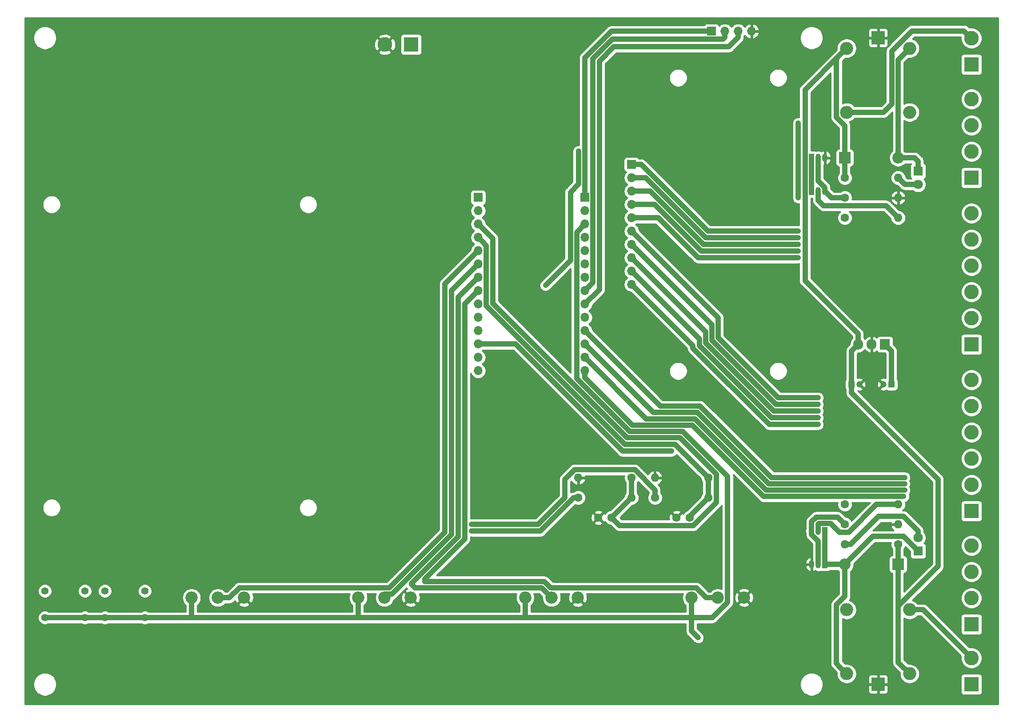
<source format=gtl>
G04 #@! TF.GenerationSoftware,KiCad,Pcbnew,(5.1.2)-2*
G04 #@! TF.CreationDate,2019-06-30T10:01:42-04:00*
G04 #@! TF.ProjectId,controller,636f6e74-726f-46c6-9c65-722e6b696361,rev?*
G04 #@! TF.SameCoordinates,Original*
G04 #@! TF.FileFunction,Copper,L1,Top*
G04 #@! TF.FilePolarity,Positive*
%FSLAX46Y46*%
G04 Gerber Fmt 4.6, Leading zero omitted, Abs format (unit mm)*
G04 Created by KiCad (PCBNEW (5.1.2)-2) date 2019-06-30 10:01:42*
%MOMM*%
%LPD*%
G04 APERTURE LIST*
%ADD10C,2.800000*%
%ADD11R,2.800000X2.800000*%
%ADD12C,2.340000*%
%ADD13C,1.397000*%
%ADD14O,1.600000X1.600000*%
%ADD15C,1.600000*%
%ADD16R,1.050000X1.500000*%
%ADD17O,1.050000X1.500000*%
%ADD18R,2.500000X2.500000*%
%ADD19O,2.500000X2.500000*%
%ADD20O,1.700000X1.700000*%
%ADD21R,1.700000X1.700000*%
%ADD22C,1.800000*%
%ADD23R,1.800000X1.800000*%
%ADD24O,2.200000X2.200000*%
%ADD25R,2.200000X2.200000*%
%ADD26C,1.200000*%
%ADD27R,1.200000X1.200000*%
%ADD28O,1.905000X2.000000*%
%ADD29R,1.905000X2.000000*%
%ADD30C,0.800000*%
%ADD31C,1.000000*%
%ADD32C,0.254000*%
G04 APERTURE END LIST*
D10*
X119380000Y-27940000D03*
D11*
X124380000Y-27940000D03*
D12*
X146130000Y-133350000D03*
X151130000Y-133350000D03*
X156130000Y-133350000D03*
D13*
X66040000Y-137160000D03*
X66040000Y-132080000D03*
X73660000Y-137160000D03*
X73660000Y-132080000D03*
D14*
X166370000Y-114300000D03*
D15*
X156210000Y-114300000D03*
D14*
X181000000Y-114300000D03*
D15*
X170840000Y-114300000D03*
D14*
X170840400Y-110490000D03*
D15*
X181000400Y-110490000D03*
X160060000Y-118110000D03*
X162560000Y-118110000D03*
X174931700Y-118110000D03*
X177431700Y-118110000D03*
D13*
X54610000Y-137160000D03*
X54610000Y-132080000D03*
X62230000Y-137160000D03*
X62230000Y-132080000D03*
D12*
X177800000Y-133350000D03*
X182800000Y-133350000D03*
X187800000Y-133350000D03*
X114300000Y-133350000D03*
X119300000Y-133350000D03*
X124300000Y-133350000D03*
X82550000Y-133350000D03*
X87550000Y-133350000D03*
X92550000Y-133350000D03*
D14*
X156210000Y-110490000D03*
D15*
X166370000Y-110490000D03*
D14*
X207010000Y-123190000D03*
D15*
X217170000Y-123190000D03*
D14*
X217170000Y-119380000D03*
D15*
X207010000Y-119380000D03*
D14*
X217170000Y-115570000D03*
D15*
X207010000Y-115570000D03*
D14*
X217170000Y-53340000D03*
D15*
X207010000Y-53340000D03*
D14*
X217170000Y-57150000D03*
D15*
X207010000Y-57150000D03*
D14*
X217170000Y-60960000D03*
D15*
X207010000Y-60960000D03*
D16*
X203200000Y-127000000D03*
D17*
X200660000Y-127000000D03*
X201930000Y-127000000D03*
D16*
X203200000Y-120650000D03*
D17*
X200660000Y-120650000D03*
X201930000Y-120650000D03*
D16*
X200660000Y-55880000D03*
D17*
X203200000Y-55880000D03*
X201930000Y-55880000D03*
D16*
X200660000Y-49530000D03*
D17*
X203200000Y-49530000D03*
X201930000Y-49530000D03*
D18*
X213360000Y-149860000D03*
D19*
X219360000Y-147860000D03*
X219360000Y-135660000D03*
X207360000Y-135660000D03*
X207360000Y-147860000D03*
X219360000Y-28670000D03*
X219360000Y-40870000D03*
X207360000Y-40870000D03*
X207360000Y-28670000D03*
D18*
X213360000Y-26670000D03*
D10*
X231140000Y-144860000D03*
D11*
X231140000Y-149860000D03*
D10*
X231140000Y-26750000D03*
D11*
X231140000Y-31750000D03*
D20*
X166370000Y-73660000D03*
X166370000Y-71120000D03*
X166370000Y-68580000D03*
X166370000Y-66040000D03*
X166370000Y-63500000D03*
X166370000Y-60960000D03*
X166370000Y-58420000D03*
X166370000Y-55880000D03*
X166370000Y-53340000D03*
D21*
X166370000Y-50800000D03*
D10*
X231140000Y-91840000D03*
X231140000Y-96840000D03*
X231140000Y-101840000D03*
X231140000Y-106840000D03*
X231140000Y-111840000D03*
D11*
X231140000Y-116840000D03*
D10*
X231140000Y-123430000D03*
X231140000Y-128430000D03*
X231140000Y-133430000D03*
D11*
X231140000Y-138430000D03*
D10*
X231140000Y-38340000D03*
X231140000Y-43340000D03*
X231140000Y-48340000D03*
D11*
X231140000Y-53340000D03*
D10*
X231140000Y-60090000D03*
X231140000Y-65090000D03*
X231140000Y-70090000D03*
X231140000Y-75090000D03*
X231140000Y-80090000D03*
D11*
X231140000Y-85090000D03*
D20*
X189230000Y-25400000D03*
X186690000Y-25400000D03*
X184150000Y-25400000D03*
D21*
X181610000Y-25400000D03*
D20*
X157480000Y-90110000D03*
X157480000Y-87570000D03*
X157480000Y-85030000D03*
X157480000Y-82490000D03*
X157480000Y-79950000D03*
X157480000Y-77410000D03*
X157480000Y-74870000D03*
X157480000Y-72330000D03*
X157480000Y-69790000D03*
X157480000Y-67250000D03*
X157480000Y-64710000D03*
X157480000Y-62170000D03*
X157480000Y-59630000D03*
D21*
X157480000Y-57090000D03*
D20*
X137160000Y-90110000D03*
X137160000Y-87570000D03*
X137160000Y-85030000D03*
X137160000Y-82490000D03*
X137160000Y-79950000D03*
X137160000Y-77410000D03*
X137160000Y-74870000D03*
X137160000Y-72330000D03*
X137160000Y-69790000D03*
X137160000Y-67250000D03*
X137160000Y-64710000D03*
X137160000Y-62170000D03*
X137160000Y-59630000D03*
D21*
X137160000Y-57090000D03*
D22*
X220980000Y-121920000D03*
D23*
X220980000Y-124460000D03*
D24*
X207010000Y-127000000D03*
D25*
X217170000Y-127000000D03*
D22*
X220980000Y-54610000D03*
D23*
X220980000Y-52070000D03*
D24*
X217170000Y-49530000D03*
D25*
X207010000Y-49530000D03*
D26*
X209780000Y-92710000D03*
D27*
X208280000Y-92710000D03*
D26*
X214400000Y-92710000D03*
D27*
X215900000Y-92710000D03*
D28*
X209550000Y-85090000D03*
X212090000Y-85090000D03*
D29*
X214630000Y-85090000D03*
D30*
X154432000Y-121920000D03*
X148336000Y-111760000D03*
X173990000Y-105410000D03*
X149999981Y-73827089D03*
X156279990Y-48260000D03*
X198120000Y-42929959D03*
X198120000Y-57150000D03*
X179070000Y-140970000D03*
X218440000Y-110469969D03*
X218440000Y-111669979D03*
X218440000Y-112869989D03*
X218209999Y-114069999D03*
X198120000Y-68580000D03*
X198120000Y-67310000D03*
X198120000Y-66040000D03*
X198120000Y-64770000D03*
X198120000Y-63500000D03*
X201930000Y-100330000D03*
X201930000Y-99060000D03*
X201930000Y-97790000D03*
X201930000Y-96520000D03*
X201930000Y-95250000D03*
X135890000Y-119380000D03*
X135890000Y-120650000D03*
D31*
X207010000Y-53340000D02*
X207010000Y-49530000D01*
X205409999Y-30620001D02*
X206110001Y-29919999D01*
X205409999Y-41806001D02*
X205409999Y-30620001D01*
X207010000Y-49530000D02*
X207010000Y-43406002D01*
X209550000Y-85090000D02*
X208280000Y-86360000D01*
X217170000Y-145670000D02*
X219360000Y-147860000D01*
X217170000Y-123190000D02*
X217170000Y-127000000D01*
X208280000Y-86360000D02*
X208280000Y-92710000D01*
X207010000Y-43406002D02*
X205409999Y-41806001D01*
X206110001Y-29919999D02*
X207360000Y-28670000D01*
X199434999Y-36595001D02*
X206110001Y-29919999D01*
X199434999Y-72974999D02*
X199434999Y-36595001D01*
X209550000Y-83090000D02*
X199434999Y-72974999D01*
X209550000Y-85090000D02*
X209550000Y-83090000D01*
X217170000Y-127000000D02*
X217170000Y-135890000D01*
X217170000Y-135890000D02*
X217170000Y-145670000D01*
X217170000Y-134963998D02*
X217170000Y-135890000D01*
X224790000Y-127343998D02*
X217170000Y-134963998D01*
X224790000Y-110820000D02*
X224790000Y-127343998D01*
X208280000Y-94310000D02*
X224790000Y-110820000D01*
X208280000Y-92710000D02*
X208280000Y-94310000D01*
X215900000Y-86360000D02*
X215900000Y-92710000D01*
X214630000Y-85090000D02*
X215900000Y-86360000D01*
X162560000Y-118110000D02*
X166370000Y-114300000D01*
X166370000Y-114300000D02*
X166370000Y-110490000D01*
X139910011Y-77252941D02*
X139910011Y-64920011D01*
X165527070Y-102870000D02*
X139910011Y-77252941D01*
X164060001Y-119610001D02*
X178151701Y-119610001D01*
X162560000Y-118110000D02*
X164060001Y-119610001D01*
X178151701Y-119610001D02*
X182500401Y-115261301D01*
X182500401Y-115261301D02*
X182500401Y-109769999D01*
X139910011Y-64920011D02*
X137160000Y-62170000D01*
X182500401Y-109769999D02*
X175600402Y-102870000D01*
X175600402Y-102870000D02*
X165527070Y-102870000D01*
X200660000Y-55880000D02*
X200660000Y-49530000D01*
X220980000Y-50170000D02*
X220340000Y-49530000D01*
X220980000Y-52070000D02*
X220980000Y-50170000D01*
X220340000Y-49530000D02*
X217170000Y-49530000D01*
X217170000Y-30860000D02*
X219360000Y-28670000D01*
X217170000Y-49530000D02*
X217170000Y-30860000D01*
X218440000Y-54610000D02*
X217170000Y-53340000D01*
X220980000Y-54610000D02*
X218440000Y-54610000D01*
X206110001Y-146610001D02*
X207360000Y-147860000D01*
X205409999Y-145909999D02*
X206110001Y-146610001D01*
X205409999Y-134723999D02*
X205409999Y-145909999D01*
X207010000Y-133123998D02*
X205409999Y-134723999D01*
X207010000Y-127000000D02*
X207010000Y-133123998D01*
X207010000Y-127000000D02*
X203200000Y-127000000D01*
X203200000Y-127000000D02*
X203200000Y-120650000D01*
X208109999Y-125900001D02*
X207010000Y-127000000D01*
X212320001Y-121689999D02*
X208109999Y-125900001D01*
X218209999Y-121689999D02*
X212320001Y-121689999D01*
X220980000Y-124460000D02*
X218209999Y-121689999D01*
X208141370Y-123190000D02*
X207010000Y-123190000D01*
X213451371Y-117879999D02*
X208141370Y-123190000D01*
X218212791Y-117879999D02*
X213451371Y-117879999D01*
X220980000Y-120647208D02*
X218212791Y-117879999D01*
X220980000Y-121920000D02*
X220980000Y-120647208D01*
X143450000Y-85030000D02*
X137160000Y-85030000D01*
X137160000Y-85030000D02*
X144292930Y-85030000D01*
X144292930Y-85030000D02*
X164672930Y-105410000D01*
X164672930Y-105410000D02*
X173990000Y-105410000D01*
X173990000Y-105410000D02*
X173990000Y-105410000D01*
X154729989Y-56090011D02*
X156279990Y-54540010D01*
X149999981Y-73827089D02*
X154729989Y-69097081D01*
X154729989Y-69097081D02*
X154729989Y-56090011D01*
X156279990Y-54540010D02*
X156279990Y-48260000D01*
X156279990Y-48260000D02*
X156279990Y-48260000D01*
X198120000Y-42929959D02*
X198120000Y-57150000D01*
X198120000Y-57150000D02*
X198120000Y-57150000D01*
X134620000Y-77410000D02*
X137160000Y-74870000D01*
X134620000Y-122148810D02*
X134620000Y-77410000D01*
X127000000Y-129768810D02*
X134620000Y-122148810D01*
X180567602Y-133350000D02*
X178697601Y-131479999D01*
X182800000Y-133350000D02*
X180567602Y-133350000D01*
X178697601Y-131479999D02*
X150957069Y-131479999D01*
X149757059Y-130279989D02*
X127000000Y-130279989D01*
X150957069Y-131479999D02*
X149757059Y-130279989D01*
X127000000Y-130279989D02*
X127000000Y-129768810D01*
X151130000Y-133350000D02*
X149259999Y-131479999D01*
X133350000Y-76140000D02*
X137160000Y-72330000D01*
X149259999Y-131479999D02*
X125129999Y-131479999D01*
X125129999Y-131479999D02*
X124460000Y-130810000D01*
X124460000Y-130810000D02*
X124460000Y-130611740D01*
X124460000Y-130611740D02*
X133350000Y-121721740D01*
X133350000Y-121721740D02*
X133350000Y-76140000D01*
X119300000Y-133350000D02*
X119807070Y-133350000D01*
X119300000Y-133350000D02*
X119300000Y-132680009D01*
X120694662Y-132680008D02*
X132080000Y-121294670D01*
X119300000Y-132680009D02*
X120694662Y-132680008D01*
X132080000Y-74870000D02*
X137160000Y-69790000D01*
X132080000Y-121294670D02*
X132080000Y-74870000D01*
X91652399Y-131479999D02*
X120197601Y-131479999D01*
X87550000Y-133350000D02*
X89782398Y-133350000D01*
X89782398Y-133350000D02*
X91652399Y-131479999D01*
X120197601Y-131479999D02*
X130810000Y-120867600D01*
X136310001Y-68099999D02*
X137160000Y-67250000D01*
X130810000Y-73600000D02*
X136310001Y-68099999D01*
X130810000Y-120867600D02*
X130810000Y-73600000D01*
X177431700Y-117868300D02*
X181000000Y-114300000D01*
X177431700Y-118110000D02*
X177431700Y-117868300D01*
X181000000Y-110515000D02*
X180975000Y-110490000D01*
X181000000Y-110490400D02*
X181000400Y-110490000D01*
X181000000Y-114300000D02*
X181000000Y-110490400D01*
X181000400Y-110490000D02*
X174650400Y-104140000D01*
X138009999Y-65559999D02*
X137160000Y-64710000D01*
X138710001Y-66260001D02*
X138009999Y-65559999D01*
X138710001Y-77750001D02*
X138710001Y-66260001D01*
X165100000Y-104140000D02*
X138710001Y-77750001D01*
X174650400Y-104140000D02*
X165100000Y-104140000D01*
X157480000Y-57090000D02*
X157480000Y-30480000D01*
X162560000Y-25400000D02*
X181610000Y-25400000D01*
X157480000Y-30480000D02*
X162560000Y-25400000D01*
X82550000Y-133350000D02*
X82550000Y-137160000D01*
X82550000Y-137160000D02*
X54610000Y-137160000D01*
X114300000Y-133350000D02*
X114300000Y-137160000D01*
X114300000Y-137160000D02*
X82550000Y-137160000D01*
X177800000Y-137160000D02*
X177800000Y-137160000D01*
X146050000Y-137160000D02*
X114300000Y-137160000D01*
X177800000Y-137160000D02*
X146050000Y-137160000D01*
X177800000Y-137160000D02*
X177800000Y-139700000D01*
X177800000Y-139700000D02*
X179070000Y-140970000D01*
X179070000Y-140970000D02*
X179070000Y-140970000D01*
X146130000Y-137080000D02*
X146050000Y-137160000D01*
X146130000Y-133350000D02*
X146130000Y-137080000D01*
X177800000Y-133350000D02*
X177800000Y-137160000D01*
X155929999Y-63720001D02*
X157480000Y-62170000D01*
X155929999Y-91575859D02*
X155929999Y-63720001D01*
X181757602Y-137160000D02*
X184670001Y-134247601D01*
X177800000Y-137160000D02*
X181757602Y-137160000D01*
X184670001Y-134247601D02*
X184670001Y-110242529D01*
X184670001Y-110242529D02*
X176097463Y-101669991D01*
X176097463Y-101669991D02*
X166024130Y-101669990D01*
X166024130Y-101669990D02*
X155929999Y-91575859D01*
X159030001Y-73319999D02*
X159030001Y-30627069D01*
X157480000Y-74870000D02*
X159030001Y-73319999D01*
X159030001Y-30627069D02*
X162707069Y-26950001D01*
X184150000Y-26602081D02*
X184150000Y-25400000D01*
X183802080Y-26950001D02*
X184150000Y-26602081D01*
X162707069Y-26950001D02*
X183802080Y-26950001D01*
X160230011Y-74659989D02*
X160230011Y-31124129D01*
X157480000Y-77410000D02*
X160230011Y-74659989D01*
X160230011Y-31124129D02*
X162987070Y-28367070D01*
X186690000Y-26602081D02*
X186690000Y-25400000D01*
X184925011Y-28367070D02*
X186690000Y-26602081D01*
X162987070Y-28367070D02*
X184925011Y-28367070D01*
X157480000Y-82490000D02*
X171859953Y-96869953D01*
X171859954Y-96869954D02*
X179445590Y-96869954D01*
X171859953Y-96869953D02*
X171859954Y-96869954D01*
X179445590Y-96869954D02*
X193045605Y-110469969D01*
X193045605Y-110469969D02*
X218440000Y-110469969D01*
X218440000Y-110469969D02*
X218440000Y-110469969D01*
X170519962Y-98069962D02*
X178934103Y-98069963D01*
X157480000Y-85030000D02*
X170519962Y-98069962D01*
X178934103Y-98069963D02*
X192534119Y-111669979D01*
X192534119Y-111669979D02*
X218440000Y-111669979D01*
X218440000Y-111669979D02*
X218440000Y-111669979D01*
X157480000Y-87570000D02*
X169179971Y-99269971D01*
X169179971Y-99269971D02*
X178437042Y-99269972D01*
X178437042Y-99269972D02*
X192037059Y-112869989D01*
X192037059Y-112869989D02*
X218440000Y-112869989D01*
X218440000Y-112869989D02*
X218440000Y-112869989D01*
X157480000Y-90110000D02*
X157480000Y-91428790D01*
X166521191Y-100469981D02*
X177939981Y-100469981D01*
X157480000Y-91428790D02*
X166521191Y-100469981D01*
X191539999Y-114069999D02*
X218209999Y-114069999D01*
X177939981Y-100469981D02*
X191539999Y-114069999D01*
X218209999Y-114069999D02*
X218209999Y-114069999D01*
X166370000Y-60960000D02*
X171450000Y-60960000D01*
X171450000Y-60960000D02*
X179070000Y-68580000D01*
X179070000Y-68580000D02*
X198120000Y-68580000D01*
X198120000Y-68580000D02*
X198120000Y-68580000D01*
X166370000Y-58420000D02*
X170748790Y-58420000D01*
X170748790Y-58420000D02*
X178719395Y-66390605D01*
X178719395Y-66390605D02*
X179638790Y-67310000D01*
X179638790Y-67310000D02*
X198120000Y-67310000D01*
X198120000Y-67310000D02*
X198120000Y-67310000D01*
X169905860Y-55880000D02*
X180065860Y-66040000D01*
X166370000Y-55880000D02*
X169905860Y-55880000D01*
X180065860Y-66040000D02*
X198120000Y-66040000D01*
X198120000Y-66040000D02*
X198120000Y-66040000D01*
X169062930Y-53340000D02*
X179222930Y-63500000D01*
X166370000Y-53340000D02*
X169062930Y-53340000D01*
X179222930Y-63500000D02*
X180492930Y-64770000D01*
X180492930Y-64770000D02*
X198120000Y-64770000D01*
X198120000Y-64770000D02*
X198120000Y-64770000D01*
X168220000Y-50800000D02*
X180920000Y-63500000D01*
X166370000Y-50800000D02*
X168220000Y-50800000D01*
X180920000Y-63500000D02*
X198120000Y-63500000D01*
X198120000Y-63500000D02*
X198120000Y-63500000D01*
X178079964Y-85369964D02*
X178079964Y-85808244D01*
X166370000Y-73660000D02*
X178079964Y-85369964D01*
X178079964Y-85808244D02*
X192601720Y-100330000D01*
X192601720Y-100330000D02*
X201930000Y-100330000D01*
X201930000Y-100330000D02*
X201930000Y-100330000D01*
X179279972Y-84029972D02*
X179279973Y-85311183D01*
X166370000Y-71120000D02*
X179279972Y-84029972D01*
X179279973Y-85311183D02*
X193028790Y-99060000D01*
X193028790Y-99060000D02*
X201930000Y-99060000D01*
X201930000Y-99060000D02*
X201930000Y-99060000D01*
X180479982Y-84814122D02*
X193455860Y-97790000D01*
X166370000Y-68580000D02*
X180479982Y-82689982D01*
X180479982Y-82689982D02*
X180479982Y-84814122D01*
X193455860Y-97790000D02*
X201930000Y-97790000D01*
X201930000Y-97790000D02*
X201930000Y-97790000D01*
X181679991Y-84317061D02*
X193882930Y-96520000D01*
X166370000Y-66040000D02*
X181679990Y-81349990D01*
X181679990Y-81349990D02*
X181679991Y-84317061D01*
X193882930Y-96520000D02*
X201930000Y-96520000D01*
X201930000Y-96520000D02*
X201930000Y-96520000D01*
X194310000Y-95250000D02*
X201930000Y-95250000D01*
X182880000Y-83820000D02*
X194310000Y-95250000D01*
X182880000Y-80010000D02*
X182880000Y-83820000D01*
X166370000Y-63500000D02*
X182880000Y-80010000D01*
X201930000Y-95250000D02*
X201930000Y-95250000D01*
X215969990Y-39300010D02*
X215969990Y-29174008D01*
X207360000Y-40870000D02*
X214400000Y-40870000D01*
X219793997Y-25350001D02*
X229740001Y-25350001D01*
X215969990Y-29174008D02*
X219793997Y-25350001D01*
X229740001Y-25350001D02*
X231140000Y-26750000D01*
X214400000Y-40870000D02*
X215969990Y-39300010D01*
X221940000Y-135660000D02*
X231140000Y-144860000D01*
X219360000Y-135660000D02*
X221940000Y-135660000D01*
X201930000Y-51280000D02*
X201930000Y-49530000D01*
X201930000Y-53922575D02*
X201930000Y-51280000D01*
X203200000Y-55192575D02*
X201930000Y-53922575D01*
X203200000Y-55880000D02*
X203200000Y-55192575D01*
X204470000Y-57150000D02*
X203200000Y-55880000D01*
X207010000Y-57150000D02*
X204470000Y-57150000D01*
X216370001Y-60160001D02*
X217170000Y-60960000D01*
X214860001Y-58650001D02*
X216370001Y-60160001D01*
X202950001Y-58650001D02*
X214860001Y-58650001D01*
X201930000Y-57630000D02*
X202950001Y-58650001D01*
X201930000Y-55880000D02*
X201930000Y-57630000D01*
X200660000Y-118900000D02*
X200660000Y-120650000D01*
X201560010Y-117999990D02*
X200660000Y-118900000D01*
X207010000Y-119380000D02*
X205629990Y-117999990D01*
X205629990Y-117999990D02*
X201560010Y-117999990D01*
X201930000Y-125250000D02*
X201930000Y-127000000D01*
X201930000Y-122607425D02*
X201930000Y-125250000D01*
X200660000Y-121337425D02*
X201930000Y-122607425D01*
X200660000Y-120650000D02*
X200660000Y-121337425D01*
X201930000Y-119384998D02*
X201930000Y-120650000D01*
X202114999Y-119199999D02*
X201930000Y-119384998D01*
X204285001Y-119199999D02*
X202114999Y-119199999D01*
X205965003Y-120880001D02*
X204285001Y-119199999D01*
X207730001Y-120880001D02*
X205965003Y-120880001D01*
X213040002Y-115570000D02*
X207730001Y-120880001D01*
X217170000Y-115570000D02*
X213040002Y-115570000D01*
X155489999Y-108989999D02*
X153670000Y-110809998D01*
X167005999Y-108989999D02*
X155489999Y-108989999D01*
X170840000Y-114300000D02*
X170840000Y-112824000D01*
X170840000Y-112824000D02*
X167005999Y-108989999D01*
X153670000Y-110809998D02*
X153670000Y-114300000D01*
X153670000Y-114300000D02*
X148590000Y-119380000D01*
X148590000Y-119380000D02*
X135890000Y-119380000D01*
X135890000Y-119380000D02*
X135890000Y-119380000D01*
X155367070Y-114300000D02*
X149017070Y-120650000D01*
X156210000Y-114300000D02*
X155367070Y-114300000D01*
X149017070Y-120650000D02*
X135890000Y-120650000D01*
X135890000Y-120650000D02*
X135890000Y-120650000D01*
D32*
G36*
X236195000Y-153645000D02*
G01*
X50825000Y-153645000D01*
X50825000Y-149639872D01*
X52375000Y-149639872D01*
X52375000Y-150080128D01*
X52460890Y-150511925D01*
X52629369Y-150918669D01*
X52873962Y-151284729D01*
X53185271Y-151596038D01*
X53551331Y-151840631D01*
X53958075Y-152009110D01*
X54389872Y-152095000D01*
X54830128Y-152095000D01*
X55261925Y-152009110D01*
X55668669Y-151840631D01*
X56034729Y-151596038D01*
X56346038Y-151284729D01*
X56590631Y-150918669D01*
X56759110Y-150511925D01*
X56845000Y-150080128D01*
X56845000Y-149639872D01*
X198425000Y-149639872D01*
X198425000Y-150080128D01*
X198510890Y-150511925D01*
X198679369Y-150918669D01*
X198923962Y-151284729D01*
X199235271Y-151596038D01*
X199601331Y-151840631D01*
X200008075Y-152009110D01*
X200439872Y-152095000D01*
X200880128Y-152095000D01*
X201311925Y-152009110D01*
X201718669Y-151840631D01*
X202084729Y-151596038D01*
X202396038Y-151284729D01*
X202512787Y-151110000D01*
X211471928Y-151110000D01*
X211484188Y-151234482D01*
X211520498Y-151354180D01*
X211579463Y-151464494D01*
X211658815Y-151561185D01*
X211755506Y-151640537D01*
X211865820Y-151699502D01*
X211985518Y-151735812D01*
X212110000Y-151748072D01*
X213074250Y-151745000D01*
X213233000Y-151586250D01*
X213233000Y-149987000D01*
X213487000Y-149987000D01*
X213487000Y-151586250D01*
X213645750Y-151745000D01*
X214610000Y-151748072D01*
X214734482Y-151735812D01*
X214854180Y-151699502D01*
X214964494Y-151640537D01*
X215061185Y-151561185D01*
X215140537Y-151464494D01*
X215199502Y-151354180D01*
X215235812Y-151234482D01*
X215248072Y-151110000D01*
X215245000Y-150145750D01*
X215086250Y-149987000D01*
X213487000Y-149987000D01*
X213233000Y-149987000D01*
X211633750Y-149987000D01*
X211475000Y-150145750D01*
X211471928Y-151110000D01*
X202512787Y-151110000D01*
X202640631Y-150918669D01*
X202809110Y-150511925D01*
X202895000Y-150080128D01*
X202895000Y-149639872D01*
X202809110Y-149208075D01*
X202640631Y-148801331D01*
X202396038Y-148435271D01*
X202084729Y-148123962D01*
X201718669Y-147879369D01*
X201311925Y-147710890D01*
X200880128Y-147625000D01*
X200439872Y-147625000D01*
X200008075Y-147710890D01*
X199601331Y-147879369D01*
X199235271Y-148123962D01*
X198923962Y-148435271D01*
X198679369Y-148801331D01*
X198510890Y-149208075D01*
X198425000Y-149639872D01*
X56845000Y-149639872D01*
X56759110Y-149208075D01*
X56590631Y-148801331D01*
X56346038Y-148435271D01*
X56034729Y-148123962D01*
X55668669Y-147879369D01*
X55261925Y-147710890D01*
X54830128Y-147625000D01*
X54389872Y-147625000D01*
X53958075Y-147710890D01*
X53551331Y-147879369D01*
X53185271Y-148123962D01*
X52873962Y-148435271D01*
X52629369Y-148801331D01*
X52460890Y-149208075D01*
X52375000Y-149639872D01*
X50825000Y-149639872D01*
X50825000Y-137028662D01*
X53276500Y-137028662D01*
X53276500Y-137291338D01*
X53327746Y-137548968D01*
X53428268Y-137791649D01*
X53574203Y-138010057D01*
X53759943Y-138195797D01*
X53978351Y-138341732D01*
X54221032Y-138442254D01*
X54478662Y-138493500D01*
X54741338Y-138493500D01*
X54998968Y-138442254D01*
X55241649Y-138341732D01*
X55311589Y-138295000D01*
X61528411Y-138295000D01*
X61598351Y-138341732D01*
X61841032Y-138442254D01*
X62098662Y-138493500D01*
X62361338Y-138493500D01*
X62618968Y-138442254D01*
X62861649Y-138341732D01*
X62931589Y-138295000D01*
X65338411Y-138295000D01*
X65408351Y-138341732D01*
X65651032Y-138442254D01*
X65908662Y-138493500D01*
X66171338Y-138493500D01*
X66428968Y-138442254D01*
X66671649Y-138341732D01*
X66741589Y-138295000D01*
X72958411Y-138295000D01*
X73028351Y-138341732D01*
X73271032Y-138442254D01*
X73528662Y-138493500D01*
X73791338Y-138493500D01*
X74048968Y-138442254D01*
X74291649Y-138341732D01*
X74361589Y-138295000D01*
X82494249Y-138295000D01*
X82550000Y-138300491D01*
X82605752Y-138295000D01*
X114244249Y-138295000D01*
X114300000Y-138300491D01*
X114355752Y-138295000D01*
X145994249Y-138295000D01*
X146050000Y-138300491D01*
X146105751Y-138295000D01*
X176665000Y-138295000D01*
X176665001Y-139644239D01*
X176659509Y-139700000D01*
X176681423Y-139922498D01*
X176746324Y-140136446D01*
X176746325Y-140136447D01*
X176851717Y-140333623D01*
X176993552Y-140506449D01*
X177036860Y-140541991D01*
X178228008Y-141733140D01*
X178263551Y-141776449D01*
X178436377Y-141918284D01*
X178633553Y-142023676D01*
X178797705Y-142073471D01*
X178847500Y-142088577D01*
X178868493Y-142090644D01*
X179014248Y-142105000D01*
X179014255Y-142105000D01*
X179069999Y-142110490D01*
X179125743Y-142105000D01*
X179125752Y-142105000D01*
X179292499Y-142088577D01*
X179506447Y-142023676D01*
X179703623Y-141918284D01*
X179876449Y-141776449D01*
X180018284Y-141603623D01*
X180123676Y-141406447D01*
X180188577Y-141192499D01*
X180210491Y-140970000D01*
X180188577Y-140747501D01*
X180123676Y-140533553D01*
X180018284Y-140336377D01*
X179876449Y-140163551D01*
X179833140Y-140128008D01*
X178935000Y-139229869D01*
X178935000Y-138295000D01*
X181701851Y-138295000D01*
X181757602Y-138300491D01*
X181813353Y-138295000D01*
X181813354Y-138295000D01*
X181980101Y-138278577D01*
X182194049Y-138213676D01*
X182391225Y-138108284D01*
X182564051Y-137966449D01*
X182599598Y-137923135D01*
X185433142Y-135089592D01*
X185476450Y-135054050D01*
X185618285Y-134881224D01*
X185723677Y-134684048D01*
X185747170Y-134606602D01*
X186723003Y-134606602D01*
X186839275Y-134888389D01*
X187157860Y-135046257D01*
X187501122Y-135138938D01*
X187855869Y-135162873D01*
X188208470Y-135117139D01*
X188545373Y-135003495D01*
X188760725Y-134888389D01*
X188876997Y-134606602D01*
X187800000Y-133529605D01*
X186723003Y-134606602D01*
X185747170Y-134606602D01*
X185779053Y-134501500D01*
X185788578Y-134470101D01*
X185795120Y-134403676D01*
X185805001Y-134303353D01*
X185805001Y-134303346D01*
X185810491Y-134247602D01*
X185805001Y-134191858D01*
X185805001Y-133405869D01*
X185987127Y-133405869D01*
X186032861Y-133758470D01*
X186146505Y-134095373D01*
X186261611Y-134310725D01*
X186543398Y-134426997D01*
X187620395Y-133350000D01*
X187979605Y-133350000D01*
X189056602Y-134426997D01*
X189338389Y-134310725D01*
X189496257Y-133992140D01*
X189588938Y-133648878D01*
X189612873Y-133294131D01*
X189567139Y-132941530D01*
X189453495Y-132604627D01*
X189338389Y-132389275D01*
X189056602Y-132273003D01*
X187979605Y-133350000D01*
X187620395Y-133350000D01*
X186543398Y-132273003D01*
X186261611Y-132389275D01*
X186103743Y-132707860D01*
X186011062Y-133051122D01*
X185987127Y-133405869D01*
X185805001Y-133405869D01*
X185805001Y-132093398D01*
X186723003Y-132093398D01*
X187800000Y-133170395D01*
X188876997Y-132093398D01*
X188760725Y-131811611D01*
X188442140Y-131653743D01*
X188098878Y-131561062D01*
X187744131Y-131537127D01*
X187391530Y-131582861D01*
X187054627Y-131696505D01*
X186839275Y-131811611D01*
X186723003Y-132093398D01*
X185805001Y-132093398D01*
X185805001Y-127310507D01*
X199493669Y-127310507D01*
X199532761Y-127536404D01*
X199615172Y-127750334D01*
X199737736Y-127944076D01*
X199895742Y-128110184D01*
X200083118Y-128242275D01*
X200292663Y-128335272D01*
X200354190Y-128343964D01*
X200533000Y-128218163D01*
X200533000Y-127127000D01*
X199653402Y-127127000D01*
X199493669Y-127310507D01*
X185805001Y-127310507D01*
X185805001Y-126689493D01*
X199493669Y-126689493D01*
X199653402Y-126873000D01*
X200533000Y-126873000D01*
X200533000Y-125781837D01*
X200354190Y-125656036D01*
X200292663Y-125664728D01*
X200083118Y-125757725D01*
X199895742Y-125889816D01*
X199737736Y-126055924D01*
X199615172Y-126249666D01*
X199532761Y-126463596D01*
X199493669Y-126689493D01*
X185805001Y-126689493D01*
X185805001Y-110298281D01*
X185810492Y-110242529D01*
X185803977Y-110176375D01*
X185788578Y-110020030D01*
X185746636Y-109881768D01*
X190698008Y-114833140D01*
X190733550Y-114876448D01*
X190868506Y-114987204D01*
X190906376Y-115018283D01*
X191103552Y-115123675D01*
X191317500Y-115188576D01*
X191539999Y-115210490D01*
X191595750Y-115204999D01*
X205619491Y-115204999D01*
X205575000Y-115428665D01*
X205575000Y-115711335D01*
X205630147Y-115988574D01*
X205738320Y-116249727D01*
X205895363Y-116484759D01*
X206095241Y-116684637D01*
X206330273Y-116841680D01*
X206591426Y-116949853D01*
X206868665Y-117005000D01*
X207151335Y-117005000D01*
X207428574Y-116949853D01*
X207689727Y-116841680D01*
X207924759Y-116684637D01*
X208124637Y-116484759D01*
X208281680Y-116249727D01*
X208389853Y-115988574D01*
X208445000Y-115711335D01*
X208445000Y-115428665D01*
X208400509Y-115204999D01*
X211799871Y-115204999D01*
X208288392Y-118716478D01*
X208281680Y-118700273D01*
X208124637Y-118465241D01*
X207924759Y-118265363D01*
X207689727Y-118108320D01*
X207428574Y-118000147D01*
X207187282Y-117952150D01*
X206471986Y-117236855D01*
X206436439Y-117193541D01*
X206263613Y-117051706D01*
X206066437Y-116946314D01*
X205852489Y-116881413D01*
X205685742Y-116864990D01*
X205685741Y-116864990D01*
X205629990Y-116859499D01*
X205574239Y-116864990D01*
X201615751Y-116864990D01*
X201560009Y-116859500D01*
X201504267Y-116864990D01*
X201504258Y-116864990D01*
X201337511Y-116881413D01*
X201123563Y-116946314D01*
X200926387Y-117051706D01*
X200753561Y-117193541D01*
X200718018Y-117236850D01*
X199896864Y-118058005D01*
X199853551Y-118093551D01*
X199711716Y-118266377D01*
X199643741Y-118393551D01*
X199606324Y-118463554D01*
X199541423Y-118677502D01*
X199519509Y-118900000D01*
X199525000Y-118955751D01*
X199525000Y-120170519D01*
X199516785Y-120197600D01*
X199500000Y-120368021D01*
X199500000Y-120931978D01*
X199516785Y-121102399D01*
X199525000Y-121129480D01*
X199525000Y-121281674D01*
X199519509Y-121337425D01*
X199525000Y-121393176D01*
X199525000Y-121393177D01*
X199541423Y-121559924D01*
X199606324Y-121773872D01*
X199711717Y-121971048D01*
X199853552Y-122143874D01*
X199896860Y-122179416D01*
X200795000Y-123077557D01*
X200795001Y-125194239D01*
X200795000Y-125194249D01*
X200795000Y-125776209D01*
X200787000Y-125781837D01*
X200787000Y-126546891D01*
X200786785Y-126547600D01*
X200770000Y-126718021D01*
X200770000Y-127281978D01*
X200786785Y-127452399D01*
X200787000Y-127453108D01*
X200787000Y-128218163D01*
X200965810Y-128343964D01*
X201027337Y-128335272D01*
X201236882Y-128242275D01*
X201295331Y-128201071D01*
X201483940Y-128301885D01*
X201702600Y-128368215D01*
X201930000Y-128390612D01*
X202157399Y-128368215D01*
X202366098Y-128304907D01*
X202430820Y-128339502D01*
X202550518Y-128375812D01*
X202675000Y-128388072D01*
X203725000Y-128388072D01*
X203849482Y-128375812D01*
X203969180Y-128339502D01*
X204079494Y-128280537D01*
X204176185Y-128201185D01*
X204230501Y-128135000D01*
X205697000Y-128135000D01*
X205777234Y-128232766D01*
X205875000Y-128313000D01*
X205875001Y-132653865D01*
X204646864Y-133882003D01*
X204603550Y-133917550D01*
X204461715Y-134090376D01*
X204380364Y-134242575D01*
X204356323Y-134287553D01*
X204291422Y-134501501D01*
X204269508Y-134723999D01*
X204274999Y-134779751D01*
X204275000Y-145854238D01*
X204269508Y-145909999D01*
X204291422Y-146132497D01*
X204356323Y-146346445D01*
X204356324Y-146346446D01*
X204461716Y-146543622D01*
X204603551Y-146716448D01*
X204646859Y-146751990D01*
X205491791Y-147596922D01*
X205465880Y-147860000D01*
X205502275Y-148229524D01*
X205610061Y-148584848D01*
X205785097Y-148912317D01*
X206020655Y-149199345D01*
X206307683Y-149434903D01*
X206635152Y-149609939D01*
X206990476Y-149717725D01*
X207267403Y-149745000D01*
X207452597Y-149745000D01*
X207729524Y-149717725D01*
X208084848Y-149609939D01*
X208412317Y-149434903D01*
X208699345Y-149199345D01*
X208934903Y-148912317D01*
X209096494Y-148610000D01*
X211471928Y-148610000D01*
X211475000Y-149574250D01*
X211633750Y-149733000D01*
X213233000Y-149733000D01*
X213233000Y-148133750D01*
X213487000Y-148133750D01*
X213487000Y-149733000D01*
X215086250Y-149733000D01*
X215245000Y-149574250D01*
X215248072Y-148610000D01*
X215235812Y-148485518D01*
X215199502Y-148365820D01*
X215140537Y-148255506D01*
X215061185Y-148158815D01*
X214964494Y-148079463D01*
X214854180Y-148020498D01*
X214734482Y-147984188D01*
X214610000Y-147971928D01*
X213645750Y-147975000D01*
X213487000Y-148133750D01*
X213233000Y-148133750D01*
X213074250Y-147975000D01*
X212110000Y-147971928D01*
X211985518Y-147984188D01*
X211865820Y-148020498D01*
X211755506Y-148079463D01*
X211658815Y-148158815D01*
X211579463Y-148255506D01*
X211520498Y-148365820D01*
X211484188Y-148485518D01*
X211471928Y-148610000D01*
X209096494Y-148610000D01*
X209109939Y-148584848D01*
X209217725Y-148229524D01*
X209254120Y-147860000D01*
X209217725Y-147490476D01*
X209109939Y-147135152D01*
X208934903Y-146807683D01*
X208699345Y-146520655D01*
X208412317Y-146285097D01*
X208084848Y-146110061D01*
X207729524Y-146002275D01*
X207452597Y-145975000D01*
X207267403Y-145975000D01*
X207096922Y-145991791D01*
X206544999Y-145439868D01*
X206544999Y-137361751D01*
X206635152Y-137409939D01*
X206990476Y-137517725D01*
X207267403Y-137545000D01*
X207452597Y-137545000D01*
X207729524Y-137517725D01*
X208084848Y-137409939D01*
X208412317Y-137234903D01*
X208699345Y-136999345D01*
X208934903Y-136712317D01*
X209109939Y-136384848D01*
X209217725Y-136029524D01*
X209254120Y-135660000D01*
X209217725Y-135290476D01*
X209109939Y-134935152D01*
X208934903Y-134607683D01*
X208699345Y-134320655D01*
X208412317Y-134085097D01*
X208084848Y-133910061D01*
X207883344Y-133848936D01*
X207958284Y-133757621D01*
X208063676Y-133560445D01*
X208123797Y-133362254D01*
X208128577Y-133346498D01*
X208150491Y-133123999D01*
X208145000Y-133068247D01*
X208145000Y-128313000D01*
X208242766Y-128232766D01*
X208459579Y-127968578D01*
X208620686Y-127667168D01*
X208719895Y-127340119D01*
X208753394Y-127000000D01*
X208740997Y-126874135D01*
X208951988Y-126663145D01*
X208951997Y-126663134D01*
X212790133Y-122824999D01*
X215779491Y-122824999D01*
X215735000Y-123048665D01*
X215735000Y-123331335D01*
X215790147Y-123608574D01*
X215898320Y-123869727D01*
X216035000Y-124074284D01*
X216035001Y-125265375D01*
X215945518Y-125274188D01*
X215825820Y-125310498D01*
X215715506Y-125369463D01*
X215618815Y-125448815D01*
X215539463Y-125545506D01*
X215480498Y-125655820D01*
X215444188Y-125775518D01*
X215431928Y-125900000D01*
X215431928Y-128100000D01*
X215444188Y-128224482D01*
X215480498Y-128344180D01*
X215539463Y-128454494D01*
X215618815Y-128551185D01*
X215715506Y-128630537D01*
X215825820Y-128689502D01*
X215945518Y-128725812D01*
X216035000Y-128734625D01*
X216035001Y-134908238D01*
X216029509Y-134963998D01*
X216035000Y-135019749D01*
X216035000Y-135834249D01*
X216035001Y-145614239D01*
X216029509Y-145670000D01*
X216051423Y-145892498D01*
X216116324Y-146106446D01*
X216152194Y-146173553D01*
X216221717Y-146303623D01*
X216363552Y-146476449D01*
X216406860Y-146511991D01*
X217491791Y-147596923D01*
X217465880Y-147860000D01*
X217502275Y-148229524D01*
X217610061Y-148584848D01*
X217785097Y-148912317D01*
X218020655Y-149199345D01*
X218307683Y-149434903D01*
X218635152Y-149609939D01*
X218990476Y-149717725D01*
X219267403Y-149745000D01*
X219452597Y-149745000D01*
X219729524Y-149717725D01*
X220084848Y-149609939D01*
X220412317Y-149434903D01*
X220699345Y-149199345D01*
X220934903Y-148912317D01*
X221109939Y-148584848D01*
X221147811Y-148460000D01*
X229101928Y-148460000D01*
X229101928Y-151260000D01*
X229114188Y-151384482D01*
X229150498Y-151504180D01*
X229209463Y-151614494D01*
X229288815Y-151711185D01*
X229385506Y-151790537D01*
X229495820Y-151849502D01*
X229615518Y-151885812D01*
X229740000Y-151898072D01*
X232540000Y-151898072D01*
X232664482Y-151885812D01*
X232784180Y-151849502D01*
X232894494Y-151790537D01*
X232991185Y-151711185D01*
X233070537Y-151614494D01*
X233129502Y-151504180D01*
X233165812Y-151384482D01*
X233178072Y-151260000D01*
X233178072Y-148460000D01*
X233165812Y-148335518D01*
X233129502Y-148215820D01*
X233070537Y-148105506D01*
X232991185Y-148008815D01*
X232894494Y-147929463D01*
X232784180Y-147870498D01*
X232664482Y-147834188D01*
X232540000Y-147821928D01*
X229740000Y-147821928D01*
X229615518Y-147834188D01*
X229495820Y-147870498D01*
X229385506Y-147929463D01*
X229288815Y-148008815D01*
X229209463Y-148105506D01*
X229150498Y-148215820D01*
X229114188Y-148335518D01*
X229101928Y-148460000D01*
X221147811Y-148460000D01*
X221217725Y-148229524D01*
X221254120Y-147860000D01*
X221217725Y-147490476D01*
X221109939Y-147135152D01*
X220934903Y-146807683D01*
X220699345Y-146520655D01*
X220412317Y-146285097D01*
X220084848Y-146110061D01*
X219729524Y-146002275D01*
X219452597Y-145975000D01*
X219267403Y-145975000D01*
X219096923Y-145991791D01*
X218305000Y-145199869D01*
X218305000Y-137232701D01*
X218307683Y-137234903D01*
X218635152Y-137409939D01*
X218990476Y-137517725D01*
X219267403Y-137545000D01*
X219452597Y-137545000D01*
X219729524Y-137517725D01*
X220084848Y-137409939D01*
X220412317Y-137234903D01*
X220699345Y-136999345D01*
X220867047Y-136795000D01*
X221469869Y-136795000D01*
X229143066Y-144468198D01*
X229105000Y-144659570D01*
X229105000Y-145060430D01*
X229183204Y-145453587D01*
X229336607Y-145823934D01*
X229559313Y-146157237D01*
X229842763Y-146440687D01*
X230176066Y-146663393D01*
X230546413Y-146816796D01*
X230939570Y-146895000D01*
X231340430Y-146895000D01*
X231733587Y-146816796D01*
X232103934Y-146663393D01*
X232437237Y-146440687D01*
X232720687Y-146157237D01*
X232943393Y-145823934D01*
X233096796Y-145453587D01*
X233175000Y-145060430D01*
X233175000Y-144659570D01*
X233096796Y-144266413D01*
X232943393Y-143896066D01*
X232720687Y-143562763D01*
X232437237Y-143279313D01*
X232103934Y-143056607D01*
X231733587Y-142903204D01*
X231340430Y-142825000D01*
X230939570Y-142825000D01*
X230748198Y-142863066D01*
X224915132Y-137030000D01*
X229101928Y-137030000D01*
X229101928Y-139830000D01*
X229114188Y-139954482D01*
X229150498Y-140074180D01*
X229209463Y-140184494D01*
X229288815Y-140281185D01*
X229385506Y-140360537D01*
X229495820Y-140419502D01*
X229615518Y-140455812D01*
X229740000Y-140468072D01*
X232540000Y-140468072D01*
X232664482Y-140455812D01*
X232784180Y-140419502D01*
X232894494Y-140360537D01*
X232991185Y-140281185D01*
X233070537Y-140184494D01*
X233129502Y-140074180D01*
X233165812Y-139954482D01*
X233178072Y-139830000D01*
X233178072Y-137030000D01*
X233165812Y-136905518D01*
X233129502Y-136785820D01*
X233070537Y-136675506D01*
X232991185Y-136578815D01*
X232894494Y-136499463D01*
X232784180Y-136440498D01*
X232664482Y-136404188D01*
X232540000Y-136391928D01*
X229740000Y-136391928D01*
X229615518Y-136404188D01*
X229495820Y-136440498D01*
X229385506Y-136499463D01*
X229288815Y-136578815D01*
X229209463Y-136675506D01*
X229150498Y-136785820D01*
X229114188Y-136905518D01*
X229101928Y-137030000D01*
X224915132Y-137030000D01*
X222781996Y-134896865D01*
X222746449Y-134853551D01*
X222573623Y-134711716D01*
X222376447Y-134606324D01*
X222162499Y-134541423D01*
X221995752Y-134525000D01*
X221995751Y-134525000D01*
X221940000Y-134519509D01*
X221884249Y-134525000D01*
X220867047Y-134525000D01*
X220699345Y-134320655D01*
X220412317Y-134085097D01*
X220084848Y-133910061D01*
X219888599Y-133850530D01*
X220509559Y-133229570D01*
X229105000Y-133229570D01*
X229105000Y-133630430D01*
X229183204Y-134023587D01*
X229336607Y-134393934D01*
X229559313Y-134727237D01*
X229842763Y-135010687D01*
X230176066Y-135233393D01*
X230546413Y-135386796D01*
X230939570Y-135465000D01*
X231340430Y-135465000D01*
X231733587Y-135386796D01*
X232103934Y-135233393D01*
X232437237Y-135010687D01*
X232720687Y-134727237D01*
X232943393Y-134393934D01*
X233096796Y-134023587D01*
X233175000Y-133630430D01*
X233175000Y-133229570D01*
X233096796Y-132836413D01*
X232943393Y-132466066D01*
X232720687Y-132132763D01*
X232437237Y-131849313D01*
X232103934Y-131626607D01*
X231733587Y-131473204D01*
X231340430Y-131395000D01*
X230939570Y-131395000D01*
X230546413Y-131473204D01*
X230176066Y-131626607D01*
X229842763Y-131849313D01*
X229559313Y-132132763D01*
X229336607Y-132466066D01*
X229183204Y-132836413D01*
X229105000Y-133229570D01*
X220509559Y-133229570D01*
X225509559Y-128229570D01*
X229105000Y-128229570D01*
X229105000Y-128630430D01*
X229183204Y-129023587D01*
X229336607Y-129393934D01*
X229559313Y-129727237D01*
X229842763Y-130010687D01*
X230176066Y-130233393D01*
X230546413Y-130386796D01*
X230939570Y-130465000D01*
X231340430Y-130465000D01*
X231733587Y-130386796D01*
X232103934Y-130233393D01*
X232437237Y-130010687D01*
X232720687Y-129727237D01*
X232943393Y-129393934D01*
X233096796Y-129023587D01*
X233175000Y-128630430D01*
X233175000Y-128229570D01*
X233096796Y-127836413D01*
X232943393Y-127466066D01*
X232720687Y-127132763D01*
X232437237Y-126849313D01*
X232103934Y-126626607D01*
X231733587Y-126473204D01*
X231340430Y-126395000D01*
X230939570Y-126395000D01*
X230546413Y-126473204D01*
X230176066Y-126626607D01*
X229842763Y-126849313D01*
X229559313Y-127132763D01*
X229336607Y-127466066D01*
X229183204Y-127836413D01*
X229105000Y-128229570D01*
X225509559Y-128229570D01*
X225553141Y-128185989D01*
X225596449Y-128150447D01*
X225738284Y-127977621D01*
X225843676Y-127780445D01*
X225908577Y-127566497D01*
X225925000Y-127399750D01*
X225925000Y-127399741D01*
X225930490Y-127343999D01*
X225925000Y-127288257D01*
X225925000Y-123229570D01*
X229105000Y-123229570D01*
X229105000Y-123630430D01*
X229183204Y-124023587D01*
X229336607Y-124393934D01*
X229559313Y-124727237D01*
X229842763Y-125010687D01*
X230176066Y-125233393D01*
X230546413Y-125386796D01*
X230939570Y-125465000D01*
X231340430Y-125465000D01*
X231733587Y-125386796D01*
X232103934Y-125233393D01*
X232437237Y-125010687D01*
X232720687Y-124727237D01*
X232943393Y-124393934D01*
X233096796Y-124023587D01*
X233175000Y-123630430D01*
X233175000Y-123229570D01*
X233096796Y-122836413D01*
X232943393Y-122466066D01*
X232720687Y-122132763D01*
X232437237Y-121849313D01*
X232103934Y-121626607D01*
X231733587Y-121473204D01*
X231340430Y-121395000D01*
X230939570Y-121395000D01*
X230546413Y-121473204D01*
X230176066Y-121626607D01*
X229842763Y-121849313D01*
X229559313Y-122132763D01*
X229336607Y-122466066D01*
X229183204Y-122836413D01*
X229105000Y-123229570D01*
X225925000Y-123229570D01*
X225925000Y-115440000D01*
X229101928Y-115440000D01*
X229101928Y-118240000D01*
X229114188Y-118364482D01*
X229150498Y-118484180D01*
X229209463Y-118594494D01*
X229288815Y-118691185D01*
X229385506Y-118770537D01*
X229495820Y-118829502D01*
X229615518Y-118865812D01*
X229740000Y-118878072D01*
X232540000Y-118878072D01*
X232664482Y-118865812D01*
X232784180Y-118829502D01*
X232894494Y-118770537D01*
X232991185Y-118691185D01*
X233070537Y-118594494D01*
X233129502Y-118484180D01*
X233165812Y-118364482D01*
X233178072Y-118240000D01*
X233178072Y-115440000D01*
X233165812Y-115315518D01*
X233129502Y-115195820D01*
X233070537Y-115085506D01*
X232991185Y-114988815D01*
X232894494Y-114909463D01*
X232784180Y-114850498D01*
X232664482Y-114814188D01*
X232540000Y-114801928D01*
X229740000Y-114801928D01*
X229615518Y-114814188D01*
X229495820Y-114850498D01*
X229385506Y-114909463D01*
X229288815Y-114988815D01*
X229209463Y-115085506D01*
X229150498Y-115195820D01*
X229114188Y-115315518D01*
X229101928Y-115440000D01*
X225925000Y-115440000D01*
X225925000Y-111639570D01*
X229105000Y-111639570D01*
X229105000Y-112040430D01*
X229183204Y-112433587D01*
X229336607Y-112803934D01*
X229559313Y-113137237D01*
X229842763Y-113420687D01*
X230176066Y-113643393D01*
X230546413Y-113796796D01*
X230939570Y-113875000D01*
X231340430Y-113875000D01*
X231733587Y-113796796D01*
X232103934Y-113643393D01*
X232437237Y-113420687D01*
X232720687Y-113137237D01*
X232943393Y-112803934D01*
X233096796Y-112433587D01*
X233175000Y-112040430D01*
X233175000Y-111639570D01*
X233096796Y-111246413D01*
X232943393Y-110876066D01*
X232720687Y-110542763D01*
X232437237Y-110259313D01*
X232103934Y-110036607D01*
X231733587Y-109883204D01*
X231340430Y-109805000D01*
X230939570Y-109805000D01*
X230546413Y-109883204D01*
X230176066Y-110036607D01*
X229842763Y-110259313D01*
X229559313Y-110542763D01*
X229336607Y-110876066D01*
X229183204Y-111246413D01*
X229105000Y-111639570D01*
X225925000Y-111639570D01*
X225925000Y-110875751D01*
X225930491Y-110820000D01*
X225919943Y-110712898D01*
X225908577Y-110597501D01*
X225843676Y-110383553D01*
X225738284Y-110186377D01*
X225596449Y-110013551D01*
X225553141Y-109978009D01*
X222214702Y-106639570D01*
X229105000Y-106639570D01*
X229105000Y-107040430D01*
X229183204Y-107433587D01*
X229336607Y-107803934D01*
X229559313Y-108137237D01*
X229842763Y-108420687D01*
X230176066Y-108643393D01*
X230546413Y-108796796D01*
X230939570Y-108875000D01*
X231340430Y-108875000D01*
X231733587Y-108796796D01*
X232103934Y-108643393D01*
X232437237Y-108420687D01*
X232720687Y-108137237D01*
X232943393Y-107803934D01*
X233096796Y-107433587D01*
X233175000Y-107040430D01*
X233175000Y-106639570D01*
X233096796Y-106246413D01*
X232943393Y-105876066D01*
X232720687Y-105542763D01*
X232437237Y-105259313D01*
X232103934Y-105036607D01*
X231733587Y-104883204D01*
X231340430Y-104805000D01*
X230939570Y-104805000D01*
X230546413Y-104883204D01*
X230176066Y-105036607D01*
X229842763Y-105259313D01*
X229559313Y-105542763D01*
X229336607Y-105876066D01*
X229183204Y-106246413D01*
X229105000Y-106639570D01*
X222214702Y-106639570D01*
X217214702Y-101639570D01*
X229105000Y-101639570D01*
X229105000Y-102040430D01*
X229183204Y-102433587D01*
X229336607Y-102803934D01*
X229559313Y-103137237D01*
X229842763Y-103420687D01*
X230176066Y-103643393D01*
X230546413Y-103796796D01*
X230939570Y-103875000D01*
X231340430Y-103875000D01*
X231733587Y-103796796D01*
X232103934Y-103643393D01*
X232437237Y-103420687D01*
X232720687Y-103137237D01*
X232943393Y-102803934D01*
X233096796Y-102433587D01*
X233175000Y-102040430D01*
X233175000Y-101639570D01*
X233096796Y-101246413D01*
X232943393Y-100876066D01*
X232720687Y-100542763D01*
X232437237Y-100259313D01*
X232103934Y-100036607D01*
X231733587Y-99883204D01*
X231340430Y-99805000D01*
X230939570Y-99805000D01*
X230546413Y-99883204D01*
X230176066Y-100036607D01*
X229842763Y-100259313D01*
X229559313Y-100542763D01*
X229336607Y-100876066D01*
X229183204Y-101246413D01*
X229105000Y-101639570D01*
X217214702Y-101639570D01*
X212214702Y-96639570D01*
X229105000Y-96639570D01*
X229105000Y-97040430D01*
X229183204Y-97433587D01*
X229336607Y-97803934D01*
X229559313Y-98137237D01*
X229842763Y-98420687D01*
X230176066Y-98643393D01*
X230546413Y-98796796D01*
X230939570Y-98875000D01*
X231340430Y-98875000D01*
X231733587Y-98796796D01*
X232103934Y-98643393D01*
X232437237Y-98420687D01*
X232720687Y-98137237D01*
X232943393Y-97803934D01*
X233096796Y-97433587D01*
X233175000Y-97040430D01*
X233175000Y-96639570D01*
X233096796Y-96246413D01*
X232943393Y-95876066D01*
X232720687Y-95542763D01*
X232437237Y-95259313D01*
X232103934Y-95036607D01*
X231733587Y-94883204D01*
X231340430Y-94805000D01*
X230939570Y-94805000D01*
X230546413Y-94883204D01*
X230176066Y-95036607D01*
X229842763Y-95259313D01*
X229559313Y-95542763D01*
X229336607Y-95876066D01*
X229183204Y-96246413D01*
X229105000Y-96639570D01*
X212214702Y-96639570D01*
X209484272Y-93909141D01*
X209615313Y-93940000D01*
X209858438Y-93948495D01*
X210098549Y-93909395D01*
X210326418Y-93824202D01*
X210402852Y-93783348D01*
X210450159Y-93559764D01*
X209780000Y-92889605D01*
X209765858Y-92903748D01*
X209586253Y-92724143D01*
X209600395Y-92710000D01*
X209959605Y-92710000D01*
X210629764Y-93380159D01*
X210853348Y-93332852D01*
X210954237Y-93111484D01*
X211010000Y-92874687D01*
X211013013Y-92788438D01*
X213161505Y-92788438D01*
X213200605Y-93028549D01*
X213285798Y-93256418D01*
X213326652Y-93332852D01*
X213550236Y-93380159D01*
X214220395Y-92710000D01*
X213550236Y-92039841D01*
X213326652Y-92087148D01*
X213225763Y-92308516D01*
X213170000Y-92545313D01*
X213161505Y-92788438D01*
X211013013Y-92788438D01*
X211018495Y-92631562D01*
X210979395Y-92391451D01*
X210894202Y-92163582D01*
X210853348Y-92087148D01*
X210629764Y-92039841D01*
X209959605Y-92710000D01*
X209600395Y-92710000D01*
X209586253Y-92695858D01*
X209765858Y-92516253D01*
X209780000Y-92530395D01*
X210450159Y-91860236D01*
X210402852Y-91636652D01*
X210181484Y-91535763D01*
X209944687Y-91480000D01*
X209701562Y-91471505D01*
X209461451Y-91510605D01*
X209415000Y-91527972D01*
X209415000Y-86830131D01*
X209515817Y-86729314D01*
X209550000Y-86732681D01*
X209861203Y-86702030D01*
X210160448Y-86611255D01*
X210436234Y-86463845D01*
X210677963Y-86265463D01*
X210825163Y-86086101D01*
X210980563Y-86271315D01*
X211223077Y-86465969D01*
X211498906Y-86609571D01*
X211717020Y-86680563D01*
X211963000Y-86560594D01*
X211963000Y-85217000D01*
X211943000Y-85217000D01*
X211943000Y-84963000D01*
X211963000Y-84963000D01*
X211963000Y-83619406D01*
X212217000Y-83619406D01*
X212217000Y-84963000D01*
X212237000Y-84963000D01*
X212237000Y-85217000D01*
X212217000Y-85217000D01*
X212217000Y-86560594D01*
X212462980Y-86680563D01*
X212681094Y-86609571D01*
X212956923Y-86465969D01*
X213097941Y-86352781D01*
X213146963Y-86444494D01*
X213226315Y-86541185D01*
X213323006Y-86620537D01*
X213433320Y-86679502D01*
X213553018Y-86715812D01*
X213677500Y-86728072D01*
X214662940Y-86728072D01*
X214765000Y-86830132D01*
X214765001Y-91527172D01*
X214564687Y-91480000D01*
X214321562Y-91471505D01*
X214081451Y-91510605D01*
X213853582Y-91595798D01*
X213777148Y-91636652D01*
X213729841Y-91860236D01*
X214400000Y-92530395D01*
X214414143Y-92516253D01*
X214593748Y-92695858D01*
X214579605Y-92710000D01*
X214593748Y-92724143D01*
X214414143Y-92903748D01*
X214400000Y-92889605D01*
X213729841Y-93559764D01*
X213777148Y-93783348D01*
X213998516Y-93884237D01*
X214235313Y-93940000D01*
X214478438Y-93948495D01*
X214718549Y-93909395D01*
X214932117Y-93829549D01*
X214945506Y-93840537D01*
X215055820Y-93899502D01*
X215175518Y-93935812D01*
X215300000Y-93948072D01*
X216500000Y-93948072D01*
X216624482Y-93935812D01*
X216744180Y-93899502D01*
X216854494Y-93840537D01*
X216951185Y-93761185D01*
X217030537Y-93664494D01*
X217089502Y-93554180D01*
X217125812Y-93434482D01*
X217138072Y-93310000D01*
X217138072Y-92110000D01*
X217125812Y-91985518D01*
X217089502Y-91865820D01*
X217035000Y-91763856D01*
X217035000Y-91639570D01*
X229105000Y-91639570D01*
X229105000Y-92040430D01*
X229183204Y-92433587D01*
X229336607Y-92803934D01*
X229559313Y-93137237D01*
X229842763Y-93420687D01*
X230176066Y-93643393D01*
X230546413Y-93796796D01*
X230939570Y-93875000D01*
X231340430Y-93875000D01*
X231733587Y-93796796D01*
X232103934Y-93643393D01*
X232437237Y-93420687D01*
X232720687Y-93137237D01*
X232943393Y-92803934D01*
X233096796Y-92433587D01*
X233175000Y-92040430D01*
X233175000Y-91639570D01*
X233096796Y-91246413D01*
X232943393Y-90876066D01*
X232720687Y-90542763D01*
X232437237Y-90259313D01*
X232103934Y-90036607D01*
X231733587Y-89883204D01*
X231340430Y-89805000D01*
X230939570Y-89805000D01*
X230546413Y-89883204D01*
X230176066Y-90036607D01*
X229842763Y-90259313D01*
X229559313Y-90542763D01*
X229336607Y-90876066D01*
X229183204Y-91246413D01*
X229105000Y-91639570D01*
X217035000Y-91639570D01*
X217035000Y-86415743D01*
X217040490Y-86359999D01*
X217035000Y-86304255D01*
X217035000Y-86304248D01*
X217018577Y-86137501D01*
X217012550Y-86117631D01*
X217003471Y-86087705D01*
X216953676Y-85923553D01*
X216848284Y-85726377D01*
X216706449Y-85553551D01*
X216663140Y-85518008D01*
X216220572Y-85075440D01*
X216220572Y-84090000D01*
X216208312Y-83965518D01*
X216172002Y-83845820D01*
X216113037Y-83735506D01*
X216075692Y-83690000D01*
X229101928Y-83690000D01*
X229101928Y-86490000D01*
X229114188Y-86614482D01*
X229150498Y-86734180D01*
X229209463Y-86844494D01*
X229288815Y-86941185D01*
X229385506Y-87020537D01*
X229495820Y-87079502D01*
X229615518Y-87115812D01*
X229740000Y-87128072D01*
X232540000Y-87128072D01*
X232664482Y-87115812D01*
X232784180Y-87079502D01*
X232894494Y-87020537D01*
X232991185Y-86941185D01*
X233070537Y-86844494D01*
X233129502Y-86734180D01*
X233165812Y-86614482D01*
X233178072Y-86490000D01*
X233178072Y-83690000D01*
X233165812Y-83565518D01*
X233129502Y-83445820D01*
X233070537Y-83335506D01*
X232991185Y-83238815D01*
X232894494Y-83159463D01*
X232784180Y-83100498D01*
X232664482Y-83064188D01*
X232540000Y-83051928D01*
X229740000Y-83051928D01*
X229615518Y-83064188D01*
X229495820Y-83100498D01*
X229385506Y-83159463D01*
X229288815Y-83238815D01*
X229209463Y-83335506D01*
X229150498Y-83445820D01*
X229114188Y-83565518D01*
X229101928Y-83690000D01*
X216075692Y-83690000D01*
X216033685Y-83638815D01*
X215936994Y-83559463D01*
X215826680Y-83500498D01*
X215706982Y-83464188D01*
X215582500Y-83451928D01*
X213677500Y-83451928D01*
X213553018Y-83464188D01*
X213433320Y-83500498D01*
X213323006Y-83559463D01*
X213226315Y-83638815D01*
X213146963Y-83735506D01*
X213097941Y-83827219D01*
X212956923Y-83714031D01*
X212681094Y-83570429D01*
X212462980Y-83499437D01*
X212217000Y-83619406D01*
X211963000Y-83619406D01*
X211717020Y-83499437D01*
X211498906Y-83570429D01*
X211223077Y-83714031D01*
X210980563Y-83908685D01*
X210825162Y-84093900D01*
X210685000Y-83923112D01*
X210685000Y-83145752D01*
X210690491Y-83090000D01*
X210668577Y-82867501D01*
X210603676Y-82653553D01*
X210498284Y-82456377D01*
X210391989Y-82326856D01*
X210391987Y-82326854D01*
X210356449Y-82283551D01*
X210313146Y-82248013D01*
X207954703Y-79889570D01*
X229105000Y-79889570D01*
X229105000Y-80290430D01*
X229183204Y-80683587D01*
X229336607Y-81053934D01*
X229559313Y-81387237D01*
X229842763Y-81670687D01*
X230176066Y-81893393D01*
X230546413Y-82046796D01*
X230939570Y-82125000D01*
X231340430Y-82125000D01*
X231733587Y-82046796D01*
X232103934Y-81893393D01*
X232437237Y-81670687D01*
X232720687Y-81387237D01*
X232943393Y-81053934D01*
X233096796Y-80683587D01*
X233175000Y-80290430D01*
X233175000Y-79889570D01*
X233096796Y-79496413D01*
X232943393Y-79126066D01*
X232720687Y-78792763D01*
X232437237Y-78509313D01*
X232103934Y-78286607D01*
X231733587Y-78133204D01*
X231340430Y-78055000D01*
X230939570Y-78055000D01*
X230546413Y-78133204D01*
X230176066Y-78286607D01*
X229842763Y-78509313D01*
X229559313Y-78792763D01*
X229336607Y-79126066D01*
X229183204Y-79496413D01*
X229105000Y-79889570D01*
X207954703Y-79889570D01*
X202954702Y-74889570D01*
X229105000Y-74889570D01*
X229105000Y-75290430D01*
X229183204Y-75683587D01*
X229336607Y-76053934D01*
X229559313Y-76387237D01*
X229842763Y-76670687D01*
X230176066Y-76893393D01*
X230546413Y-77046796D01*
X230939570Y-77125000D01*
X231340430Y-77125000D01*
X231733587Y-77046796D01*
X232103934Y-76893393D01*
X232437237Y-76670687D01*
X232720687Y-76387237D01*
X232943393Y-76053934D01*
X233096796Y-75683587D01*
X233175000Y-75290430D01*
X233175000Y-74889570D01*
X233096796Y-74496413D01*
X232943393Y-74126066D01*
X232720687Y-73792763D01*
X232437237Y-73509313D01*
X232103934Y-73286607D01*
X231733587Y-73133204D01*
X231340430Y-73055000D01*
X230939570Y-73055000D01*
X230546413Y-73133204D01*
X230176066Y-73286607D01*
X229842763Y-73509313D01*
X229559313Y-73792763D01*
X229336607Y-74126066D01*
X229183204Y-74496413D01*
X229105000Y-74889570D01*
X202954702Y-74889570D01*
X200569999Y-72504868D01*
X200569999Y-69889570D01*
X229105000Y-69889570D01*
X229105000Y-70290430D01*
X229183204Y-70683587D01*
X229336607Y-71053934D01*
X229559313Y-71387237D01*
X229842763Y-71670687D01*
X230176066Y-71893393D01*
X230546413Y-72046796D01*
X230939570Y-72125000D01*
X231340430Y-72125000D01*
X231733587Y-72046796D01*
X232103934Y-71893393D01*
X232437237Y-71670687D01*
X232720687Y-71387237D01*
X232943393Y-71053934D01*
X233096796Y-70683587D01*
X233175000Y-70290430D01*
X233175000Y-69889570D01*
X233096796Y-69496413D01*
X232943393Y-69126066D01*
X232720687Y-68792763D01*
X232437237Y-68509313D01*
X232103934Y-68286607D01*
X231733587Y-68133204D01*
X231340430Y-68055000D01*
X230939570Y-68055000D01*
X230546413Y-68133204D01*
X230176066Y-68286607D01*
X229842763Y-68509313D01*
X229559313Y-68792763D01*
X229336607Y-69126066D01*
X229183204Y-69496413D01*
X229105000Y-69889570D01*
X200569999Y-69889570D01*
X200569999Y-64889570D01*
X229105000Y-64889570D01*
X229105000Y-65290430D01*
X229183204Y-65683587D01*
X229336607Y-66053934D01*
X229559313Y-66387237D01*
X229842763Y-66670687D01*
X230176066Y-66893393D01*
X230546413Y-67046796D01*
X230939570Y-67125000D01*
X231340430Y-67125000D01*
X231733587Y-67046796D01*
X232103934Y-66893393D01*
X232437237Y-66670687D01*
X232720687Y-66387237D01*
X232943393Y-66053934D01*
X233096796Y-65683587D01*
X233175000Y-65290430D01*
X233175000Y-64889570D01*
X233096796Y-64496413D01*
X232943393Y-64126066D01*
X232720687Y-63792763D01*
X232437237Y-63509313D01*
X232103934Y-63286607D01*
X231733587Y-63133204D01*
X231340430Y-63055000D01*
X230939570Y-63055000D01*
X230546413Y-63133204D01*
X230176066Y-63286607D01*
X229842763Y-63509313D01*
X229559313Y-63792763D01*
X229336607Y-64126066D01*
X229183204Y-64496413D01*
X229105000Y-64889570D01*
X200569999Y-64889570D01*
X200569999Y-57268072D01*
X200795000Y-57268072D01*
X200795000Y-57574249D01*
X200789509Y-57630000D01*
X200811423Y-57852498D01*
X200876324Y-58066446D01*
X200893342Y-58098284D01*
X200981717Y-58263623D01*
X201123552Y-58436449D01*
X201166860Y-58471991D01*
X202108009Y-59413141D01*
X202143552Y-59456450D01*
X202316378Y-59598285D01*
X202513554Y-59703677D01*
X202727502Y-59768578D01*
X202894249Y-59785001D01*
X202894258Y-59785001D01*
X202950000Y-59790491D01*
X203005742Y-59785001D01*
X206185579Y-59785001D01*
X206095241Y-59845363D01*
X205895363Y-60045241D01*
X205738320Y-60280273D01*
X205630147Y-60541426D01*
X205575000Y-60818665D01*
X205575000Y-61101335D01*
X205630147Y-61378574D01*
X205738320Y-61639727D01*
X205895363Y-61874759D01*
X206095241Y-62074637D01*
X206330273Y-62231680D01*
X206591426Y-62339853D01*
X206868665Y-62395000D01*
X207151335Y-62395000D01*
X207428574Y-62339853D01*
X207689727Y-62231680D01*
X207924759Y-62074637D01*
X208124637Y-61874759D01*
X208281680Y-61639727D01*
X208389853Y-61378574D01*
X208445000Y-61101335D01*
X208445000Y-60818665D01*
X208389853Y-60541426D01*
X208281680Y-60280273D01*
X208124637Y-60045241D01*
X207924759Y-59845363D01*
X207834421Y-59785001D01*
X214389870Y-59785001D01*
X215606857Y-61001989D01*
X215606862Y-61001993D01*
X215745886Y-61141017D01*
X215755764Y-61241309D01*
X215837818Y-61511808D01*
X215971068Y-61761101D01*
X216150392Y-61979608D01*
X216368899Y-62158932D01*
X216618192Y-62292182D01*
X216888691Y-62374236D01*
X217099508Y-62395000D01*
X217240492Y-62395000D01*
X217451309Y-62374236D01*
X217721808Y-62292182D01*
X217971101Y-62158932D01*
X218189608Y-61979608D01*
X218368932Y-61761101D01*
X218502182Y-61511808D01*
X218584236Y-61241309D01*
X218611943Y-60960000D01*
X218584236Y-60678691D01*
X218502182Y-60408192D01*
X218368932Y-60158899D01*
X218189608Y-59940392D01*
X218127682Y-59889570D01*
X229105000Y-59889570D01*
X229105000Y-60290430D01*
X229183204Y-60683587D01*
X229336607Y-61053934D01*
X229559313Y-61387237D01*
X229842763Y-61670687D01*
X230176066Y-61893393D01*
X230546413Y-62046796D01*
X230939570Y-62125000D01*
X231340430Y-62125000D01*
X231733587Y-62046796D01*
X232103934Y-61893393D01*
X232437237Y-61670687D01*
X232720687Y-61387237D01*
X232943393Y-61053934D01*
X233096796Y-60683587D01*
X233175000Y-60290430D01*
X233175000Y-59889570D01*
X233096796Y-59496413D01*
X232943393Y-59126066D01*
X232720687Y-58792763D01*
X232437237Y-58509313D01*
X232103934Y-58286607D01*
X231733587Y-58133204D01*
X231340430Y-58055000D01*
X230939570Y-58055000D01*
X230546413Y-58133204D01*
X230176066Y-58286607D01*
X229842763Y-58509313D01*
X229559313Y-58792763D01*
X229336607Y-59126066D01*
X229183204Y-59496413D01*
X229105000Y-59889570D01*
X218127682Y-59889570D01*
X217971101Y-59761068D01*
X217721808Y-59627818D01*
X217451309Y-59545764D01*
X217351017Y-59535886D01*
X217211993Y-59396862D01*
X217211989Y-59396857D01*
X215701997Y-57886866D01*
X215666450Y-57843552D01*
X215493624Y-57701717D01*
X215296448Y-57596325D01*
X215082500Y-57531424D01*
X214915753Y-57515001D01*
X214915752Y-57515001D01*
X214860001Y-57509510D01*
X214804250Y-57515001D01*
X208400509Y-57515001D01*
X208403684Y-57499039D01*
X215778096Y-57499039D01*
X215818754Y-57633087D01*
X215938963Y-57887420D01*
X216106481Y-58113414D01*
X216314869Y-58302385D01*
X216556119Y-58447070D01*
X216820960Y-58541909D01*
X217043000Y-58420624D01*
X217043000Y-57277000D01*
X217297000Y-57277000D01*
X217297000Y-58420624D01*
X217519040Y-58541909D01*
X217783881Y-58447070D01*
X218025131Y-58302385D01*
X218233519Y-58113414D01*
X218401037Y-57887420D01*
X218521246Y-57633087D01*
X218561904Y-57499039D01*
X218439915Y-57277000D01*
X217297000Y-57277000D01*
X217043000Y-57277000D01*
X215900085Y-57277000D01*
X215778096Y-57499039D01*
X208403684Y-57499039D01*
X208445000Y-57291335D01*
X208445000Y-57008665D01*
X208403685Y-56800961D01*
X215778096Y-56800961D01*
X215900085Y-57023000D01*
X217043000Y-57023000D01*
X217043000Y-55879376D01*
X217297000Y-55879376D01*
X217297000Y-57023000D01*
X218439915Y-57023000D01*
X218561904Y-56800961D01*
X218521246Y-56666913D01*
X218401037Y-56412580D01*
X218233519Y-56186586D01*
X218025131Y-55997615D01*
X217783881Y-55852930D01*
X217519040Y-55758091D01*
X217297000Y-55879376D01*
X217043000Y-55879376D01*
X216820960Y-55758091D01*
X216556119Y-55852930D01*
X216314869Y-55997615D01*
X216106481Y-56186586D01*
X215938963Y-56412580D01*
X215818754Y-56666913D01*
X215778096Y-56800961D01*
X208403685Y-56800961D01*
X208389853Y-56731426D01*
X208281680Y-56470273D01*
X208124637Y-56235241D01*
X207924759Y-56035363D01*
X207689727Y-55878320D01*
X207428574Y-55770147D01*
X207151335Y-55715000D01*
X206868665Y-55715000D01*
X206591426Y-55770147D01*
X206330273Y-55878320D01*
X206125716Y-56015000D01*
X204940132Y-56015000D01*
X204339071Y-55413940D01*
X204335000Y-55400519D01*
X204335000Y-55248318D01*
X204340490Y-55192574D01*
X204335000Y-55136830D01*
X204335000Y-55136824D01*
X204319966Y-54984180D01*
X204318577Y-54970075D01*
X204276843Y-54832499D01*
X204253676Y-54756128D01*
X204148284Y-54558952D01*
X204006449Y-54386126D01*
X203963140Y-54350583D01*
X203065000Y-53452444D01*
X203065000Y-50753791D01*
X203073000Y-50748163D01*
X203073000Y-49983108D01*
X203073215Y-49982399D01*
X203090000Y-49811978D01*
X203090000Y-49657000D01*
X203327000Y-49657000D01*
X203327000Y-50748163D01*
X203505810Y-50873964D01*
X203567337Y-50865272D01*
X203776882Y-50772275D01*
X203964258Y-50640184D01*
X204122264Y-50474076D01*
X204244828Y-50280334D01*
X204327239Y-50066404D01*
X204366331Y-49840507D01*
X204206598Y-49657000D01*
X203327000Y-49657000D01*
X203090000Y-49657000D01*
X203090000Y-49248021D01*
X203073215Y-49077600D01*
X203073000Y-49076891D01*
X203073000Y-48311837D01*
X203327000Y-48311837D01*
X203327000Y-49403000D01*
X204206598Y-49403000D01*
X204366331Y-49219493D01*
X204327239Y-48993596D01*
X204244828Y-48779666D01*
X204122264Y-48585924D01*
X203964258Y-48419816D01*
X203776882Y-48287725D01*
X203567337Y-48194728D01*
X203505810Y-48186036D01*
X203327000Y-48311837D01*
X203073000Y-48311837D01*
X202894190Y-48186036D01*
X202832663Y-48194728D01*
X202623118Y-48287725D01*
X202564669Y-48328929D01*
X202376059Y-48228115D01*
X202157399Y-48161785D01*
X201930000Y-48139388D01*
X201702600Y-48161785D01*
X201493902Y-48225093D01*
X201429180Y-48190498D01*
X201309482Y-48154188D01*
X201185000Y-48141928D01*
X200569999Y-48141928D01*
X200569999Y-37065132D01*
X204275000Y-33360132D01*
X204274999Y-41750249D01*
X204269508Y-41806001D01*
X204274999Y-41861752D01*
X204291422Y-42028499D01*
X204356323Y-42242447D01*
X204461715Y-42439624D01*
X204603550Y-42612450D01*
X204646864Y-42647997D01*
X205875001Y-43876135D01*
X205875000Y-47795375D01*
X205785518Y-47804188D01*
X205665820Y-47840498D01*
X205555506Y-47899463D01*
X205458815Y-47978815D01*
X205379463Y-48075506D01*
X205320498Y-48185820D01*
X205284188Y-48305518D01*
X205271928Y-48430000D01*
X205271928Y-50630000D01*
X205284188Y-50754482D01*
X205320498Y-50874180D01*
X205379463Y-50984494D01*
X205458815Y-51081185D01*
X205555506Y-51160537D01*
X205665820Y-51219502D01*
X205785518Y-51255812D01*
X205875001Y-51264625D01*
X205875000Y-52455716D01*
X205738320Y-52660273D01*
X205630147Y-52921426D01*
X205575000Y-53198665D01*
X205575000Y-53481335D01*
X205630147Y-53758574D01*
X205738320Y-54019727D01*
X205895363Y-54254759D01*
X206095241Y-54454637D01*
X206330273Y-54611680D01*
X206591426Y-54719853D01*
X206868665Y-54775000D01*
X207151335Y-54775000D01*
X207428574Y-54719853D01*
X207689727Y-54611680D01*
X207924759Y-54454637D01*
X208124637Y-54254759D01*
X208281680Y-54019727D01*
X208389853Y-53758574D01*
X208445000Y-53481335D01*
X208445000Y-53198665D01*
X208389853Y-52921426D01*
X208281680Y-52660273D01*
X208145000Y-52455716D01*
X208145000Y-51264625D01*
X208234482Y-51255812D01*
X208354180Y-51219502D01*
X208464494Y-51160537D01*
X208561185Y-51081185D01*
X208640537Y-50984494D01*
X208699502Y-50874180D01*
X208735812Y-50754482D01*
X208748072Y-50630000D01*
X208748072Y-48430000D01*
X208735812Y-48305518D01*
X208699502Y-48185820D01*
X208640537Y-48075506D01*
X208561185Y-47978815D01*
X208464494Y-47899463D01*
X208354180Y-47840498D01*
X208234482Y-47804188D01*
X208145000Y-47795375D01*
X208145000Y-43461753D01*
X208150491Y-43406001D01*
X208128577Y-43183502D01*
X208113471Y-43133707D01*
X208063676Y-42969555D01*
X207958284Y-42772379D01*
X207883344Y-42681064D01*
X208084848Y-42619939D01*
X208412317Y-42444903D01*
X208699345Y-42209345D01*
X208867047Y-42005000D01*
X214344249Y-42005000D01*
X214400000Y-42010491D01*
X214455751Y-42005000D01*
X214455752Y-42005000D01*
X214622499Y-41988577D01*
X214836447Y-41923676D01*
X215033623Y-41818284D01*
X215206449Y-41676449D01*
X215241996Y-41633135D01*
X216035000Y-40840131D01*
X216035000Y-48217000D01*
X215937234Y-48297234D01*
X215720421Y-48561422D01*
X215559314Y-48862832D01*
X215460105Y-49189881D01*
X215426606Y-49530000D01*
X215460105Y-49870119D01*
X215559314Y-50197168D01*
X215720421Y-50498578D01*
X215937234Y-50762766D01*
X216201422Y-50979579D01*
X216502832Y-51140686D01*
X216829881Y-51239895D01*
X217084775Y-51265000D01*
X217255225Y-51265000D01*
X217510119Y-51239895D01*
X217837168Y-51140686D01*
X218138578Y-50979579D01*
X218402766Y-50762766D01*
X218483000Y-50665000D01*
X219694389Y-50665000D01*
X219628815Y-50718815D01*
X219549463Y-50815506D01*
X219490498Y-50925820D01*
X219454188Y-51045518D01*
X219441928Y-51170000D01*
X219441928Y-52970000D01*
X219454188Y-53094482D01*
X219490498Y-53214180D01*
X219549463Y-53324494D01*
X219628815Y-53421185D01*
X219694389Y-53475000D01*
X218910132Y-53475000D01*
X218594114Y-53158983D01*
X218584236Y-53058691D01*
X218502182Y-52788192D01*
X218368932Y-52538899D01*
X218189608Y-52320392D01*
X217971101Y-52141068D01*
X217721808Y-52007818D01*
X217451309Y-51925764D01*
X217240492Y-51905000D01*
X217099508Y-51905000D01*
X216888691Y-51925764D01*
X216618192Y-52007818D01*
X216368899Y-52141068D01*
X216150392Y-52320392D01*
X215971068Y-52538899D01*
X215837818Y-52788192D01*
X215755764Y-53058691D01*
X215728057Y-53340000D01*
X215755764Y-53621309D01*
X215837818Y-53891808D01*
X215971068Y-54141101D01*
X216150392Y-54359608D01*
X216368899Y-54538932D01*
X216618192Y-54672182D01*
X216888691Y-54754236D01*
X216988983Y-54764114D01*
X217598008Y-55373140D01*
X217633551Y-55416449D01*
X217806377Y-55558284D01*
X218003553Y-55663676D01*
X218154491Y-55709463D01*
X218217500Y-55728577D01*
X218238493Y-55730644D01*
X218384248Y-55745000D01*
X218384255Y-55745000D01*
X218439999Y-55750490D01*
X218495743Y-55745000D01*
X219944183Y-55745000D01*
X220001495Y-55802312D01*
X220252905Y-55970299D01*
X220532257Y-56086011D01*
X220828816Y-56145000D01*
X221131184Y-56145000D01*
X221427743Y-56086011D01*
X221707095Y-55970299D01*
X221958505Y-55802312D01*
X222172312Y-55588505D01*
X222340299Y-55337095D01*
X222456011Y-55057743D01*
X222515000Y-54761184D01*
X222515000Y-54458816D01*
X222456011Y-54162257D01*
X222340299Y-53882905D01*
X222172312Y-53631495D01*
X222105873Y-53565056D01*
X222124180Y-53559502D01*
X222234494Y-53500537D01*
X222331185Y-53421185D01*
X222410537Y-53324494D01*
X222469502Y-53214180D01*
X222505812Y-53094482D01*
X222518072Y-52970000D01*
X222518072Y-51940000D01*
X229101928Y-51940000D01*
X229101928Y-54740000D01*
X229114188Y-54864482D01*
X229150498Y-54984180D01*
X229209463Y-55094494D01*
X229288815Y-55191185D01*
X229385506Y-55270537D01*
X229495820Y-55329502D01*
X229615518Y-55365812D01*
X229740000Y-55378072D01*
X232540000Y-55378072D01*
X232664482Y-55365812D01*
X232784180Y-55329502D01*
X232894494Y-55270537D01*
X232991185Y-55191185D01*
X233070537Y-55094494D01*
X233129502Y-54984180D01*
X233165812Y-54864482D01*
X233178072Y-54740000D01*
X233178072Y-51940000D01*
X233165812Y-51815518D01*
X233129502Y-51695820D01*
X233070537Y-51585506D01*
X232991185Y-51488815D01*
X232894494Y-51409463D01*
X232784180Y-51350498D01*
X232664482Y-51314188D01*
X232540000Y-51301928D01*
X229740000Y-51301928D01*
X229615518Y-51314188D01*
X229495820Y-51350498D01*
X229385506Y-51409463D01*
X229288815Y-51488815D01*
X229209463Y-51585506D01*
X229150498Y-51695820D01*
X229114188Y-51815518D01*
X229101928Y-51940000D01*
X222518072Y-51940000D01*
X222518072Y-51170000D01*
X222505812Y-51045518D01*
X222469502Y-50925820D01*
X222410537Y-50815506D01*
X222331185Y-50718815D01*
X222234494Y-50639463D01*
X222124180Y-50580498D01*
X222115000Y-50577713D01*
X222115000Y-50225752D01*
X222120491Y-50170000D01*
X222098577Y-49947501D01*
X222033676Y-49733553D01*
X221928284Y-49536377D01*
X221786449Y-49363551D01*
X221743140Y-49328008D01*
X221181995Y-48766864D01*
X221146449Y-48723551D01*
X220973623Y-48581716D01*
X220776447Y-48476324D01*
X220562499Y-48411423D01*
X220395752Y-48395000D01*
X220395751Y-48395000D01*
X220340000Y-48389509D01*
X220284249Y-48395000D01*
X218483000Y-48395000D01*
X218402766Y-48297234D01*
X218305000Y-48217000D01*
X218305000Y-48139570D01*
X229105000Y-48139570D01*
X229105000Y-48540430D01*
X229183204Y-48933587D01*
X229336607Y-49303934D01*
X229559313Y-49637237D01*
X229842763Y-49920687D01*
X230176066Y-50143393D01*
X230546413Y-50296796D01*
X230939570Y-50375000D01*
X231340430Y-50375000D01*
X231733587Y-50296796D01*
X232103934Y-50143393D01*
X232437237Y-49920687D01*
X232720687Y-49637237D01*
X232943393Y-49303934D01*
X233096796Y-48933587D01*
X233175000Y-48540430D01*
X233175000Y-48139570D01*
X233096796Y-47746413D01*
X232943393Y-47376066D01*
X232720687Y-47042763D01*
X232437237Y-46759313D01*
X232103934Y-46536607D01*
X231733587Y-46383204D01*
X231340430Y-46305000D01*
X230939570Y-46305000D01*
X230546413Y-46383204D01*
X230176066Y-46536607D01*
X229842763Y-46759313D01*
X229559313Y-47042763D01*
X229336607Y-47376066D01*
X229183204Y-47746413D01*
X229105000Y-48139570D01*
X218305000Y-48139570D01*
X218305000Y-43139570D01*
X229105000Y-43139570D01*
X229105000Y-43540430D01*
X229183204Y-43933587D01*
X229336607Y-44303934D01*
X229559313Y-44637237D01*
X229842763Y-44920687D01*
X230176066Y-45143393D01*
X230546413Y-45296796D01*
X230939570Y-45375000D01*
X231340430Y-45375000D01*
X231733587Y-45296796D01*
X232103934Y-45143393D01*
X232437237Y-44920687D01*
X232720687Y-44637237D01*
X232943393Y-44303934D01*
X233096796Y-43933587D01*
X233175000Y-43540430D01*
X233175000Y-43139570D01*
X233096796Y-42746413D01*
X232943393Y-42376066D01*
X232720687Y-42042763D01*
X232437237Y-41759313D01*
X232103934Y-41536607D01*
X231733587Y-41383204D01*
X231340430Y-41305000D01*
X230939570Y-41305000D01*
X230546413Y-41383204D01*
X230176066Y-41536607D01*
X229842763Y-41759313D01*
X229559313Y-42042763D01*
X229336607Y-42376066D01*
X229183204Y-42746413D01*
X229105000Y-43139570D01*
X218305000Y-43139570D01*
X218305000Y-42442701D01*
X218307683Y-42444903D01*
X218635152Y-42619939D01*
X218990476Y-42727725D01*
X219267403Y-42755000D01*
X219452597Y-42755000D01*
X219729524Y-42727725D01*
X220084848Y-42619939D01*
X220412317Y-42444903D01*
X220699345Y-42209345D01*
X220934903Y-41922317D01*
X221109939Y-41594848D01*
X221217725Y-41239524D01*
X221254120Y-40870000D01*
X221217725Y-40500476D01*
X221109939Y-40145152D01*
X220934903Y-39817683D01*
X220699345Y-39530655D01*
X220412317Y-39295097D01*
X220084848Y-39120061D01*
X219729524Y-39012275D01*
X219452597Y-38985000D01*
X219267403Y-38985000D01*
X218990476Y-39012275D01*
X218635152Y-39120061D01*
X218307683Y-39295097D01*
X218305000Y-39297299D01*
X218305000Y-38139570D01*
X229105000Y-38139570D01*
X229105000Y-38540430D01*
X229183204Y-38933587D01*
X229336607Y-39303934D01*
X229559313Y-39637237D01*
X229842763Y-39920687D01*
X230176066Y-40143393D01*
X230546413Y-40296796D01*
X230939570Y-40375000D01*
X231340430Y-40375000D01*
X231733587Y-40296796D01*
X232103934Y-40143393D01*
X232437237Y-39920687D01*
X232720687Y-39637237D01*
X232943393Y-39303934D01*
X233096796Y-38933587D01*
X233175000Y-38540430D01*
X233175000Y-38139570D01*
X233096796Y-37746413D01*
X232943393Y-37376066D01*
X232720687Y-37042763D01*
X232437237Y-36759313D01*
X232103934Y-36536607D01*
X231733587Y-36383204D01*
X231340430Y-36305000D01*
X230939570Y-36305000D01*
X230546413Y-36383204D01*
X230176066Y-36536607D01*
X229842763Y-36759313D01*
X229559313Y-37042763D01*
X229336607Y-37376066D01*
X229183204Y-37746413D01*
X229105000Y-38139570D01*
X218305000Y-38139570D01*
X218305000Y-31330131D01*
X219096923Y-30538209D01*
X219267403Y-30555000D01*
X219452597Y-30555000D01*
X219729524Y-30527725D01*
X220084848Y-30419939D01*
X220215694Y-30350000D01*
X229101928Y-30350000D01*
X229101928Y-33150000D01*
X229114188Y-33274482D01*
X229150498Y-33394180D01*
X229209463Y-33504494D01*
X229288815Y-33601185D01*
X229385506Y-33680537D01*
X229495820Y-33739502D01*
X229615518Y-33775812D01*
X229740000Y-33788072D01*
X232540000Y-33788072D01*
X232664482Y-33775812D01*
X232784180Y-33739502D01*
X232894494Y-33680537D01*
X232991185Y-33601185D01*
X233070537Y-33504494D01*
X233129502Y-33394180D01*
X233165812Y-33274482D01*
X233178072Y-33150000D01*
X233178072Y-30350000D01*
X233165812Y-30225518D01*
X233129502Y-30105820D01*
X233070537Y-29995506D01*
X232991185Y-29898815D01*
X232894494Y-29819463D01*
X232784180Y-29760498D01*
X232664482Y-29724188D01*
X232540000Y-29711928D01*
X229740000Y-29711928D01*
X229615518Y-29724188D01*
X229495820Y-29760498D01*
X229385506Y-29819463D01*
X229288815Y-29898815D01*
X229209463Y-29995506D01*
X229150498Y-30105820D01*
X229114188Y-30225518D01*
X229101928Y-30350000D01*
X220215694Y-30350000D01*
X220412317Y-30244903D01*
X220699345Y-30009345D01*
X220934903Y-29722317D01*
X221109939Y-29394848D01*
X221217725Y-29039524D01*
X221254120Y-28670000D01*
X221217725Y-28300476D01*
X221109939Y-27945152D01*
X220934903Y-27617683D01*
X220699345Y-27330655D01*
X220412317Y-27095097D01*
X220084848Y-26920061D01*
X219888600Y-26860530D01*
X220264130Y-26485001D01*
X229117844Y-26485001D01*
X229105000Y-26549570D01*
X229105000Y-26950430D01*
X229183204Y-27343587D01*
X229336607Y-27713934D01*
X229559313Y-28047237D01*
X229842763Y-28330687D01*
X230176066Y-28553393D01*
X230546413Y-28706796D01*
X230939570Y-28785000D01*
X231340430Y-28785000D01*
X231733587Y-28706796D01*
X232103934Y-28553393D01*
X232437237Y-28330687D01*
X232720687Y-28047237D01*
X232943393Y-27713934D01*
X233096796Y-27343587D01*
X233175000Y-26950430D01*
X233175000Y-26549570D01*
X233096796Y-26156413D01*
X232943393Y-25786066D01*
X232720687Y-25452763D01*
X232437237Y-25169313D01*
X232103934Y-24946607D01*
X231733587Y-24793204D01*
X231340430Y-24715000D01*
X230939570Y-24715000D01*
X230748198Y-24753066D01*
X230581996Y-24586865D01*
X230546450Y-24543552D01*
X230373624Y-24401717D01*
X230176448Y-24296325D01*
X229962500Y-24231424D01*
X229795753Y-24215001D01*
X229795752Y-24215001D01*
X229740001Y-24209510D01*
X229684250Y-24215001D01*
X219849749Y-24215001D01*
X219793997Y-24209510D01*
X219571498Y-24231424D01*
X219357550Y-24296325D01*
X219160374Y-24401717D01*
X219030853Y-24508012D01*
X219030852Y-24508013D01*
X218987548Y-24543552D01*
X218952010Y-24586855D01*
X215206850Y-28332017D01*
X215163542Y-28367559D01*
X215021707Y-28540385D01*
X214965374Y-28645778D01*
X214916314Y-28737562D01*
X214851413Y-28951510D01*
X214829499Y-29174008D01*
X214834991Y-29229769D01*
X214834990Y-38829878D01*
X213929869Y-39735000D01*
X208867047Y-39735000D01*
X208699345Y-39530655D01*
X208412317Y-39295097D01*
X208084848Y-39120061D01*
X207729524Y-39012275D01*
X207452597Y-38985000D01*
X207267403Y-38985000D01*
X206990476Y-39012275D01*
X206635152Y-39120061D01*
X206544999Y-39168249D01*
X206544999Y-31090133D01*
X206951989Y-30683143D01*
X206951993Y-30683138D01*
X207096922Y-30538209D01*
X207267403Y-30555000D01*
X207452597Y-30555000D01*
X207729524Y-30527725D01*
X208084848Y-30419939D01*
X208412317Y-30244903D01*
X208699345Y-30009345D01*
X208934903Y-29722317D01*
X209109939Y-29394848D01*
X209217725Y-29039524D01*
X209254120Y-28670000D01*
X209217725Y-28300476D01*
X209109939Y-27945152D01*
X209096495Y-27920000D01*
X211471928Y-27920000D01*
X211484188Y-28044482D01*
X211520498Y-28164180D01*
X211579463Y-28274494D01*
X211658815Y-28371185D01*
X211755506Y-28450537D01*
X211865820Y-28509502D01*
X211985518Y-28545812D01*
X212110000Y-28558072D01*
X213074250Y-28555000D01*
X213233000Y-28396250D01*
X213233000Y-26797000D01*
X213487000Y-26797000D01*
X213487000Y-28396250D01*
X213645750Y-28555000D01*
X214610000Y-28558072D01*
X214734482Y-28545812D01*
X214854180Y-28509502D01*
X214964494Y-28450537D01*
X215061185Y-28371185D01*
X215140537Y-28274494D01*
X215199502Y-28164180D01*
X215235812Y-28044482D01*
X215248072Y-27920000D01*
X215245000Y-26955750D01*
X215086250Y-26797000D01*
X213487000Y-26797000D01*
X213233000Y-26797000D01*
X211633750Y-26797000D01*
X211475000Y-26955750D01*
X211471928Y-27920000D01*
X209096495Y-27920000D01*
X208934903Y-27617683D01*
X208699345Y-27330655D01*
X208412317Y-27095097D01*
X208084848Y-26920061D01*
X207729524Y-26812275D01*
X207452597Y-26785000D01*
X207267403Y-26785000D01*
X206990476Y-26812275D01*
X206635152Y-26920061D01*
X206307683Y-27095097D01*
X206020655Y-27330655D01*
X205785097Y-27617683D01*
X205610061Y-27945152D01*
X205502275Y-28300476D01*
X205465880Y-28670000D01*
X205491791Y-28933078D01*
X205346862Y-29078007D01*
X205346857Y-29078011D01*
X204646854Y-29778014D01*
X204603551Y-29813552D01*
X204568013Y-29856855D01*
X198671859Y-35753010D01*
X198628551Y-35788552D01*
X198486716Y-35961378D01*
X198452710Y-36025000D01*
X198381323Y-36158555D01*
X198316422Y-36372503D01*
X198294508Y-36595001D01*
X198300000Y-36650763D01*
X198300000Y-41807196D01*
X198120000Y-41789468D01*
X197897501Y-41811382D01*
X197683553Y-41876283D01*
X197486377Y-41981675D01*
X197313551Y-42123510D01*
X197171716Y-42296336D01*
X197066324Y-42493513D01*
X197001423Y-42707461D01*
X196985000Y-42874208D01*
X196985001Y-57094238D01*
X196979509Y-57150000D01*
X197001423Y-57372499D01*
X197066324Y-57586447D01*
X197171716Y-57783623D01*
X197313551Y-57956449D01*
X197486377Y-58098284D01*
X197683553Y-58203676D01*
X197897501Y-58268577D01*
X198064248Y-58285000D01*
X198064249Y-58285000D01*
X198120000Y-58290491D01*
X198299999Y-58272763D01*
X198299999Y-62377237D01*
X198175752Y-62365000D01*
X181390132Y-62365000D01*
X169061996Y-50036865D01*
X169026449Y-49993551D01*
X168853623Y-49851716D01*
X168656447Y-49746324D01*
X168442499Y-49681423D01*
X168275752Y-49665000D01*
X168275751Y-49665000D01*
X168220000Y-49659509D01*
X168164249Y-49665000D01*
X167787683Y-49665000D01*
X167750537Y-49595506D01*
X167671185Y-49498815D01*
X167574494Y-49419463D01*
X167464180Y-49360498D01*
X167344482Y-49324188D01*
X167220000Y-49311928D01*
X165520000Y-49311928D01*
X165395518Y-49324188D01*
X165275820Y-49360498D01*
X165165506Y-49419463D01*
X165068815Y-49498815D01*
X164989463Y-49595506D01*
X164930498Y-49705820D01*
X164894188Y-49825518D01*
X164881928Y-49950000D01*
X164881928Y-51650000D01*
X164894188Y-51774482D01*
X164930498Y-51894180D01*
X164989463Y-52004494D01*
X165068815Y-52101185D01*
X165165506Y-52180537D01*
X165275820Y-52239502D01*
X165344687Y-52260393D01*
X165314866Y-52284866D01*
X165129294Y-52510986D01*
X164991401Y-52768966D01*
X164906487Y-53048889D01*
X164877815Y-53340000D01*
X164906487Y-53631111D01*
X164991401Y-53911034D01*
X165129294Y-54169014D01*
X165314866Y-54395134D01*
X165540986Y-54580706D01*
X165595791Y-54610000D01*
X165540986Y-54639294D01*
X165314866Y-54824866D01*
X165129294Y-55050986D01*
X164991401Y-55308966D01*
X164906487Y-55588889D01*
X164877815Y-55880000D01*
X164906487Y-56171111D01*
X164991401Y-56451034D01*
X165129294Y-56709014D01*
X165314866Y-56935134D01*
X165540986Y-57120706D01*
X165595791Y-57150000D01*
X165540986Y-57179294D01*
X165314866Y-57364866D01*
X165129294Y-57590986D01*
X164991401Y-57848966D01*
X164906487Y-58128889D01*
X164877815Y-58420000D01*
X164906487Y-58711111D01*
X164991401Y-58991034D01*
X165129294Y-59249014D01*
X165314866Y-59475134D01*
X165540986Y-59660706D01*
X165595791Y-59690000D01*
X165540986Y-59719294D01*
X165314866Y-59904866D01*
X165129294Y-60130986D01*
X164991401Y-60388966D01*
X164906487Y-60668889D01*
X164877815Y-60960000D01*
X164906487Y-61251111D01*
X164991401Y-61531034D01*
X165129294Y-61789014D01*
X165314866Y-62015134D01*
X165540986Y-62200706D01*
X165595791Y-62230000D01*
X165540986Y-62259294D01*
X165314866Y-62444866D01*
X165129294Y-62670986D01*
X164991401Y-62928966D01*
X164906487Y-63208889D01*
X164877815Y-63500000D01*
X164906487Y-63791111D01*
X164991401Y-64071034D01*
X165129294Y-64329014D01*
X165314866Y-64555134D01*
X165540986Y-64740706D01*
X165595791Y-64770000D01*
X165540986Y-64799294D01*
X165314866Y-64984866D01*
X165129294Y-65210986D01*
X164991401Y-65468966D01*
X164906487Y-65748889D01*
X164877815Y-66040000D01*
X164906487Y-66331111D01*
X164991401Y-66611034D01*
X165129294Y-66869014D01*
X165314866Y-67095134D01*
X165540986Y-67280706D01*
X165595791Y-67310000D01*
X165540986Y-67339294D01*
X165314866Y-67524866D01*
X165129294Y-67750986D01*
X164991401Y-68008966D01*
X164906487Y-68288889D01*
X164877815Y-68580000D01*
X164906487Y-68871111D01*
X164991401Y-69151034D01*
X165129294Y-69409014D01*
X165314866Y-69635134D01*
X165540986Y-69820706D01*
X165595791Y-69850000D01*
X165540986Y-69879294D01*
X165314866Y-70064866D01*
X165129294Y-70290986D01*
X164991401Y-70548966D01*
X164906487Y-70828889D01*
X164877815Y-71120000D01*
X164906487Y-71411111D01*
X164991401Y-71691034D01*
X165129294Y-71949014D01*
X165314866Y-72175134D01*
X165540986Y-72360706D01*
X165595791Y-72390000D01*
X165540986Y-72419294D01*
X165314866Y-72604866D01*
X165129294Y-72830986D01*
X164991401Y-73088966D01*
X164906487Y-73368889D01*
X164877815Y-73660000D01*
X164906487Y-73951111D01*
X164991401Y-74231034D01*
X165129294Y-74489014D01*
X165314866Y-74715134D01*
X165540986Y-74900706D01*
X165798966Y-75038599D01*
X166078889Y-75123513D01*
X166244714Y-75139845D01*
X176942353Y-85837485D01*
X176944964Y-85863995D01*
X176944964Y-85863996D01*
X176961387Y-86030743D01*
X177026288Y-86244691D01*
X177131681Y-86441867D01*
X177273516Y-86614693D01*
X177316824Y-86650235D01*
X191759729Y-101093141D01*
X191795271Y-101136449D01*
X191968097Y-101278284D01*
X192165273Y-101383676D01*
X192379221Y-101448577D01*
X192545968Y-101465000D01*
X192545977Y-101465000D01*
X192601719Y-101470490D01*
X192657461Y-101465000D01*
X201985752Y-101465000D01*
X202152499Y-101448577D01*
X202366447Y-101383676D01*
X202563623Y-101278284D01*
X202736449Y-101136449D01*
X202878284Y-100963623D01*
X202983676Y-100766447D01*
X203048577Y-100552499D01*
X203070491Y-100330000D01*
X203048577Y-100107501D01*
X202983676Y-99893553D01*
X202878284Y-99696377D01*
X202877154Y-99695000D01*
X202878284Y-99693623D01*
X202983676Y-99496447D01*
X203048577Y-99282499D01*
X203070491Y-99060000D01*
X203048577Y-98837501D01*
X202983676Y-98623553D01*
X202878284Y-98426377D01*
X202877154Y-98425000D01*
X202878284Y-98423623D01*
X202983676Y-98226447D01*
X203048577Y-98012499D01*
X203070491Y-97790000D01*
X203048577Y-97567501D01*
X202983676Y-97353553D01*
X202878284Y-97156377D01*
X202877154Y-97155000D01*
X202878284Y-97153623D01*
X202983676Y-96956447D01*
X203048577Y-96742499D01*
X203070491Y-96520000D01*
X203048577Y-96297501D01*
X202983676Y-96083553D01*
X202878284Y-95886377D01*
X202877154Y-95885000D01*
X202878284Y-95883623D01*
X202983676Y-95686447D01*
X203048577Y-95472499D01*
X203070491Y-95250000D01*
X203048577Y-95027501D01*
X202983676Y-94813553D01*
X202878284Y-94616377D01*
X202736449Y-94443551D01*
X202563623Y-94301716D01*
X202366447Y-94196324D01*
X202152499Y-94131423D01*
X201985752Y-94115000D01*
X194780132Y-94115000D01*
X190664249Y-89999117D01*
X192575000Y-89999117D01*
X192575000Y-90340883D01*
X192641675Y-90676081D01*
X192772463Y-90991831D01*
X192962337Y-91275998D01*
X193204002Y-91517663D01*
X193488169Y-91707537D01*
X193803919Y-91838325D01*
X194139117Y-91905000D01*
X194480883Y-91905000D01*
X194816081Y-91838325D01*
X195131831Y-91707537D01*
X195415998Y-91517663D01*
X195657663Y-91275998D01*
X195847537Y-90991831D01*
X195978325Y-90676081D01*
X196045000Y-90340883D01*
X196045000Y-89999117D01*
X195978325Y-89663919D01*
X195847537Y-89348169D01*
X195657663Y-89064002D01*
X195415998Y-88822337D01*
X195131831Y-88632463D01*
X194816081Y-88501675D01*
X194480883Y-88435000D01*
X194139117Y-88435000D01*
X193803919Y-88501675D01*
X193488169Y-88632463D01*
X193204002Y-88822337D01*
X192962337Y-89064002D01*
X192772463Y-89348169D01*
X192641675Y-89663919D01*
X192575000Y-89999117D01*
X190664249Y-89999117D01*
X184015000Y-83349869D01*
X184015000Y-80065751D01*
X184020491Y-80010000D01*
X183998577Y-79787501D01*
X183933676Y-79573553D01*
X183892444Y-79496413D01*
X183828284Y-79376377D01*
X183686449Y-79203551D01*
X183643141Y-79168009D01*
X167849845Y-63374714D01*
X167833513Y-63208889D01*
X167748599Y-62928966D01*
X167610706Y-62670986D01*
X167425134Y-62444866D01*
X167199014Y-62259294D01*
X167144209Y-62230000D01*
X167199014Y-62200706D01*
X167327817Y-62095000D01*
X170979869Y-62095000D01*
X178228009Y-69343141D01*
X178263551Y-69386449D01*
X178436377Y-69528284D01*
X178633553Y-69633676D01*
X178847501Y-69698577D01*
X179014248Y-69715000D01*
X179014257Y-69715000D01*
X179069999Y-69720490D01*
X179125741Y-69715000D01*
X198175752Y-69715000D01*
X198299999Y-69702763D01*
X198299999Y-72919248D01*
X198294508Y-72974999D01*
X198299999Y-73030750D01*
X198316422Y-73197497D01*
X198381323Y-73411445D01*
X198486715Y-73608622D01*
X198628550Y-73781448D01*
X198671864Y-73816995D01*
X208415001Y-83560134D01*
X208415001Y-83923111D01*
X208223655Y-84156265D01*
X208076245Y-84432051D01*
X207985470Y-84731296D01*
X207962500Y-84964514D01*
X207962500Y-85072369D01*
X207516865Y-85518004D01*
X207473551Y-85553551D01*
X207331716Y-85726377D01*
X207260821Y-85859014D01*
X207226324Y-85923554D01*
X207161423Y-86137502D01*
X207139509Y-86360000D01*
X207145000Y-86415752D01*
X207145001Y-91763854D01*
X207090498Y-91865820D01*
X207054188Y-91985518D01*
X207041928Y-92110000D01*
X207041928Y-93310000D01*
X207054188Y-93434482D01*
X207090498Y-93554180D01*
X207145000Y-93656144D01*
X207145000Y-94254249D01*
X207139509Y-94310000D01*
X207145000Y-94365751D01*
X207145000Y-94365752D01*
X207152663Y-94443551D01*
X207161423Y-94532498D01*
X207226324Y-94746446D01*
X207226325Y-94746447D01*
X207331717Y-94943623D01*
X207473552Y-95116449D01*
X207516860Y-95151991D01*
X223655000Y-111290132D01*
X223655001Y-126873865D01*
X218305000Y-132223867D01*
X218305000Y-128734625D01*
X218394482Y-128725812D01*
X218514180Y-128689502D01*
X218624494Y-128630537D01*
X218721185Y-128551185D01*
X218800537Y-128454494D01*
X218859502Y-128344180D01*
X218895812Y-128224482D01*
X218908072Y-128100000D01*
X218908072Y-125900000D01*
X218895812Y-125775518D01*
X218859502Y-125655820D01*
X218800537Y-125545506D01*
X218721185Y-125448815D01*
X218624494Y-125369463D01*
X218514180Y-125310498D01*
X218394482Y-125274188D01*
X218305000Y-125265375D01*
X218305000Y-124074284D01*
X218441680Y-123869727D01*
X218542118Y-123627249D01*
X219441928Y-124527060D01*
X219441928Y-125360000D01*
X219454188Y-125484482D01*
X219490498Y-125604180D01*
X219549463Y-125714494D01*
X219628815Y-125811185D01*
X219725506Y-125890537D01*
X219835820Y-125949502D01*
X219955518Y-125985812D01*
X220080000Y-125998072D01*
X221880000Y-125998072D01*
X222004482Y-125985812D01*
X222124180Y-125949502D01*
X222234494Y-125890537D01*
X222331185Y-125811185D01*
X222410537Y-125714494D01*
X222469502Y-125604180D01*
X222505812Y-125484482D01*
X222518072Y-125360000D01*
X222518072Y-123560000D01*
X222505812Y-123435518D01*
X222469502Y-123315820D01*
X222410537Y-123205506D01*
X222331185Y-123108815D01*
X222234494Y-123029463D01*
X222124180Y-122970498D01*
X222105873Y-122964944D01*
X222172312Y-122898505D01*
X222340299Y-122647095D01*
X222456011Y-122367743D01*
X222515000Y-122071184D01*
X222515000Y-121768816D01*
X222456011Y-121472257D01*
X222340299Y-121192905D01*
X222172312Y-120941495D01*
X222115000Y-120884183D01*
X222115000Y-120702949D01*
X222120490Y-120647207D01*
X222115000Y-120591465D01*
X222115000Y-120591456D01*
X222098577Y-120424709D01*
X222033676Y-120210761D01*
X221928284Y-120013585D01*
X221786449Y-119840759D01*
X221743141Y-119805217D01*
X219054787Y-117116864D01*
X219019240Y-117073550D01*
X218846414Y-116931715D01*
X218649238Y-116826323D01*
X218435290Y-116761422D01*
X218268543Y-116744999D01*
X218268542Y-116744999D01*
X218212791Y-116739508D01*
X218157040Y-116744999D01*
X218000263Y-116744999D01*
X218189608Y-116589608D01*
X218368932Y-116371101D01*
X218502182Y-116121808D01*
X218584236Y-115851309D01*
X218611943Y-115570000D01*
X218584236Y-115288691D01*
X218543640Y-115154861D01*
X218646446Y-115123675D01*
X218843622Y-115018283D01*
X219016448Y-114876448D01*
X219158283Y-114703622D01*
X219263675Y-114506446D01*
X219328576Y-114292498D01*
X219350490Y-114069999D01*
X219328576Y-113847500D01*
X219268525Y-113649539D01*
X219388284Y-113503612D01*
X219493676Y-113306436D01*
X219558577Y-113092488D01*
X219580491Y-112869989D01*
X219558577Y-112647490D01*
X219493676Y-112433542D01*
X219406253Y-112269984D01*
X219493676Y-112106426D01*
X219558577Y-111892478D01*
X219580491Y-111669979D01*
X219558577Y-111447480D01*
X219493676Y-111233532D01*
X219406253Y-111069974D01*
X219493676Y-110906416D01*
X219558577Y-110692468D01*
X219580491Y-110469969D01*
X219558577Y-110247470D01*
X219493676Y-110033522D01*
X219388284Y-109836346D01*
X219246449Y-109663520D01*
X219073623Y-109521685D01*
X218876447Y-109416293D01*
X218662499Y-109351392D01*
X218495752Y-109334969D01*
X193515738Y-109334969D01*
X180287586Y-96106819D01*
X180252039Y-96063505D01*
X180079213Y-95921670D01*
X179882037Y-95816278D01*
X179668089Y-95751377D01*
X179501342Y-95734954D01*
X179501341Y-95734954D01*
X179445590Y-95729463D01*
X179389839Y-95734954D01*
X172330087Y-95734954D01*
X166594250Y-89999117D01*
X173525000Y-89999117D01*
X173525000Y-90340883D01*
X173591675Y-90676081D01*
X173722463Y-90991831D01*
X173912337Y-91275998D01*
X174154002Y-91517663D01*
X174438169Y-91707537D01*
X174753919Y-91838325D01*
X175089117Y-91905000D01*
X175430883Y-91905000D01*
X175766081Y-91838325D01*
X176081831Y-91707537D01*
X176365998Y-91517663D01*
X176607663Y-91275998D01*
X176797537Y-90991831D01*
X176928325Y-90676081D01*
X176995000Y-90340883D01*
X176995000Y-89999117D01*
X176928325Y-89663919D01*
X176797537Y-89348169D01*
X176607663Y-89064002D01*
X176365998Y-88822337D01*
X176081831Y-88632463D01*
X175766081Y-88501675D01*
X175430883Y-88435000D01*
X175089117Y-88435000D01*
X174753919Y-88501675D01*
X174438169Y-88632463D01*
X174154002Y-88822337D01*
X173912337Y-89064002D01*
X173722463Y-89348169D01*
X173591675Y-89663919D01*
X173525000Y-89999117D01*
X166594250Y-89999117D01*
X158959845Y-82364714D01*
X158943513Y-82198889D01*
X158858599Y-81918966D01*
X158720706Y-81660986D01*
X158535134Y-81434866D01*
X158309014Y-81249294D01*
X158254209Y-81220000D01*
X158309014Y-81190706D01*
X158535134Y-81005134D01*
X158720706Y-80779014D01*
X158858599Y-80521034D01*
X158943513Y-80241111D01*
X158972185Y-79950000D01*
X158943513Y-79658889D01*
X158858599Y-79378966D01*
X158720706Y-79120986D01*
X158535134Y-78894866D01*
X158309014Y-78709294D01*
X158254209Y-78680000D01*
X158309014Y-78650706D01*
X158535134Y-78465134D01*
X158720706Y-78239014D01*
X158858599Y-77981034D01*
X158943513Y-77701111D01*
X158959845Y-77535286D01*
X160993152Y-75501980D01*
X161036460Y-75466438D01*
X161178295Y-75293612D01*
X161283687Y-75096436D01*
X161348588Y-74882488D01*
X161365011Y-74715741D01*
X161365011Y-74715740D01*
X161370502Y-74659989D01*
X161365011Y-74604237D01*
X161365011Y-34119117D01*
X173525000Y-34119117D01*
X173525000Y-34460883D01*
X173591675Y-34796081D01*
X173722463Y-35111831D01*
X173912337Y-35395998D01*
X174154002Y-35637663D01*
X174438169Y-35827537D01*
X174753919Y-35958325D01*
X175089117Y-36025000D01*
X175430883Y-36025000D01*
X175766081Y-35958325D01*
X176081831Y-35827537D01*
X176365998Y-35637663D01*
X176607663Y-35395998D01*
X176797537Y-35111831D01*
X176928325Y-34796081D01*
X176995000Y-34460883D01*
X176995000Y-34119117D01*
X192575000Y-34119117D01*
X192575000Y-34460883D01*
X192641675Y-34796081D01*
X192772463Y-35111831D01*
X192962337Y-35395998D01*
X193204002Y-35637663D01*
X193488169Y-35827537D01*
X193803919Y-35958325D01*
X194139117Y-36025000D01*
X194480883Y-36025000D01*
X194816081Y-35958325D01*
X195131831Y-35827537D01*
X195415998Y-35637663D01*
X195657663Y-35395998D01*
X195847537Y-35111831D01*
X195978325Y-34796081D01*
X196045000Y-34460883D01*
X196045000Y-34119117D01*
X195978325Y-33783919D01*
X195847537Y-33468169D01*
X195657663Y-33184002D01*
X195415998Y-32942337D01*
X195131831Y-32752463D01*
X194816081Y-32621675D01*
X194480883Y-32555000D01*
X194139117Y-32555000D01*
X193803919Y-32621675D01*
X193488169Y-32752463D01*
X193204002Y-32942337D01*
X192962337Y-33184002D01*
X192772463Y-33468169D01*
X192641675Y-33783919D01*
X192575000Y-34119117D01*
X176995000Y-34119117D01*
X176928325Y-33783919D01*
X176797537Y-33468169D01*
X176607663Y-33184002D01*
X176365998Y-32942337D01*
X176081831Y-32752463D01*
X175766081Y-32621675D01*
X175430883Y-32555000D01*
X175089117Y-32555000D01*
X174753919Y-32621675D01*
X174438169Y-32752463D01*
X174154002Y-32942337D01*
X173912337Y-33184002D01*
X173722463Y-33468169D01*
X173591675Y-33783919D01*
X173525000Y-34119117D01*
X161365011Y-34119117D01*
X161365011Y-31594260D01*
X163457202Y-29502070D01*
X184869260Y-29502070D01*
X184925011Y-29507561D01*
X184980762Y-29502070D01*
X184980763Y-29502070D01*
X185147510Y-29485647D01*
X185361458Y-29420746D01*
X185558634Y-29315354D01*
X185731460Y-29173519D01*
X185767007Y-29130205D01*
X187453140Y-27444072D01*
X187496449Y-27408530D01*
X187638284Y-27235704D01*
X187743676Y-27038528D01*
X187808577Y-26824580D01*
X187825000Y-26657833D01*
X187825000Y-26657824D01*
X187830490Y-26602082D01*
X187825000Y-26546340D01*
X187825000Y-26357817D01*
X187930706Y-26229014D01*
X187965201Y-26164477D01*
X188034822Y-26281355D01*
X188229731Y-26497588D01*
X188463080Y-26671641D01*
X188725901Y-26796825D01*
X188873110Y-26841476D01*
X189103000Y-26720155D01*
X189103000Y-25527000D01*
X189357000Y-25527000D01*
X189357000Y-26720155D01*
X189586890Y-26841476D01*
X189734099Y-26796825D01*
X189996920Y-26671641D01*
X190230269Y-26497588D01*
X190273279Y-26449872D01*
X198425000Y-26449872D01*
X198425000Y-26890128D01*
X198510890Y-27321925D01*
X198679369Y-27728669D01*
X198923962Y-28094729D01*
X199235271Y-28406038D01*
X199601331Y-28650631D01*
X200008075Y-28819110D01*
X200439872Y-28905000D01*
X200880128Y-28905000D01*
X201311925Y-28819110D01*
X201718669Y-28650631D01*
X202084729Y-28406038D01*
X202396038Y-28094729D01*
X202640631Y-27728669D01*
X202809110Y-27321925D01*
X202895000Y-26890128D01*
X202895000Y-26449872D01*
X202809110Y-26018075D01*
X202640631Y-25611331D01*
X202512788Y-25420000D01*
X211471928Y-25420000D01*
X211475000Y-26384250D01*
X211633750Y-26543000D01*
X213233000Y-26543000D01*
X213233000Y-24943750D01*
X213487000Y-24943750D01*
X213487000Y-26543000D01*
X215086250Y-26543000D01*
X215245000Y-26384250D01*
X215248072Y-25420000D01*
X215235812Y-25295518D01*
X215199502Y-25175820D01*
X215140537Y-25065506D01*
X215061185Y-24968815D01*
X214964494Y-24889463D01*
X214854180Y-24830498D01*
X214734482Y-24794188D01*
X214610000Y-24781928D01*
X213645750Y-24785000D01*
X213487000Y-24943750D01*
X213233000Y-24943750D01*
X213074250Y-24785000D01*
X212110000Y-24781928D01*
X211985518Y-24794188D01*
X211865820Y-24830498D01*
X211755506Y-24889463D01*
X211658815Y-24968815D01*
X211579463Y-25065506D01*
X211520498Y-25175820D01*
X211484188Y-25295518D01*
X211471928Y-25420000D01*
X202512788Y-25420000D01*
X202396038Y-25245271D01*
X202084729Y-24933962D01*
X201718669Y-24689369D01*
X201311925Y-24520890D01*
X200880128Y-24435000D01*
X200439872Y-24435000D01*
X200008075Y-24520890D01*
X199601331Y-24689369D01*
X199235271Y-24933962D01*
X198923962Y-25245271D01*
X198679369Y-25611331D01*
X198510890Y-26018075D01*
X198425000Y-26449872D01*
X190273279Y-26449872D01*
X190425178Y-26281355D01*
X190574157Y-26031252D01*
X190671481Y-25756891D01*
X190550814Y-25527000D01*
X189357000Y-25527000D01*
X189103000Y-25527000D01*
X189083000Y-25527000D01*
X189083000Y-25273000D01*
X189103000Y-25273000D01*
X189103000Y-24079845D01*
X189357000Y-24079845D01*
X189357000Y-25273000D01*
X190550814Y-25273000D01*
X190671481Y-25043109D01*
X190574157Y-24768748D01*
X190425178Y-24518645D01*
X190230269Y-24302412D01*
X189996920Y-24128359D01*
X189734099Y-24003175D01*
X189586890Y-23958524D01*
X189357000Y-24079845D01*
X189103000Y-24079845D01*
X188873110Y-23958524D01*
X188725901Y-24003175D01*
X188463080Y-24128359D01*
X188229731Y-24302412D01*
X188034822Y-24518645D01*
X187965201Y-24635523D01*
X187930706Y-24570986D01*
X187745134Y-24344866D01*
X187519014Y-24159294D01*
X187261034Y-24021401D01*
X186981111Y-23936487D01*
X186762950Y-23915000D01*
X186617050Y-23915000D01*
X186398889Y-23936487D01*
X186118966Y-24021401D01*
X185860986Y-24159294D01*
X185634866Y-24344866D01*
X185449294Y-24570986D01*
X185420000Y-24625791D01*
X185390706Y-24570986D01*
X185205134Y-24344866D01*
X184979014Y-24159294D01*
X184721034Y-24021401D01*
X184441111Y-23936487D01*
X184222950Y-23915000D01*
X184077050Y-23915000D01*
X183858889Y-23936487D01*
X183578966Y-24021401D01*
X183320986Y-24159294D01*
X183094866Y-24344866D01*
X183070393Y-24374687D01*
X183049502Y-24305820D01*
X182990537Y-24195506D01*
X182911185Y-24098815D01*
X182814494Y-24019463D01*
X182704180Y-23960498D01*
X182584482Y-23924188D01*
X182460000Y-23911928D01*
X180760000Y-23911928D01*
X180635518Y-23924188D01*
X180515820Y-23960498D01*
X180405506Y-24019463D01*
X180308815Y-24098815D01*
X180229463Y-24195506D01*
X180192317Y-24265000D01*
X162615751Y-24265000D01*
X162560000Y-24259509D01*
X162504248Y-24265000D01*
X162337501Y-24281423D01*
X162123553Y-24346324D01*
X161926377Y-24451716D01*
X161753551Y-24593551D01*
X161718009Y-24636859D01*
X156716860Y-29638009D01*
X156673552Y-29673551D01*
X156531717Y-29846377D01*
X156503689Y-29898815D01*
X156426324Y-30043554D01*
X156361423Y-30257502D01*
X156339509Y-30480000D01*
X156345001Y-30535762D01*
X156345000Y-47125912D01*
X156335742Y-47125000D01*
X156279990Y-47119509D01*
X156224239Y-47125000D01*
X156224238Y-47125000D01*
X156057491Y-47141423D01*
X155843543Y-47206324D01*
X155646367Y-47311716D01*
X155473541Y-47453551D01*
X155331706Y-47626377D01*
X155226314Y-47823553D01*
X155161413Y-48037501D01*
X155139499Y-48260000D01*
X155144991Y-48315762D01*
X155144990Y-54069878D01*
X153966849Y-55248020D01*
X153923541Y-55283562D01*
X153781706Y-55456388D01*
X153764652Y-55488294D01*
X153676313Y-55653565D01*
X153611412Y-55867513D01*
X153589498Y-56090011D01*
X153594990Y-56145772D01*
X153594989Y-68626949D01*
X149157993Y-73063946D01*
X149051698Y-73193467D01*
X148946305Y-73390643D01*
X148881404Y-73604591D01*
X148859490Y-73827089D01*
X148881404Y-74049587D01*
X148946305Y-74263535D01*
X149051698Y-74460711D01*
X149193533Y-74633537D01*
X149366359Y-74775372D01*
X149563535Y-74880765D01*
X149777483Y-74945666D01*
X149999981Y-74967580D01*
X150222479Y-74945666D01*
X150436427Y-74880765D01*
X150633603Y-74775372D01*
X150763124Y-74669077D01*
X154795000Y-70637202D01*
X154794999Y-90532797D01*
X141045011Y-76782810D01*
X141045011Y-64975763D01*
X141050502Y-64920011D01*
X141028588Y-64697512D01*
X140963687Y-64483564D01*
X140858295Y-64286388D01*
X140839218Y-64263143D01*
X140716460Y-64113562D01*
X140673152Y-64078020D01*
X138639845Y-62044714D01*
X138623513Y-61878889D01*
X138538599Y-61598966D01*
X138400706Y-61340986D01*
X138215134Y-61114866D01*
X137989014Y-60929294D01*
X137934209Y-60900000D01*
X137989014Y-60870706D01*
X138215134Y-60685134D01*
X138400706Y-60459014D01*
X138538599Y-60201034D01*
X138623513Y-59921111D01*
X138652185Y-59630000D01*
X138623513Y-59338889D01*
X138538599Y-59058966D01*
X138400706Y-58800986D01*
X138215134Y-58574866D01*
X138185313Y-58550393D01*
X138254180Y-58529502D01*
X138364494Y-58470537D01*
X138461185Y-58391185D01*
X138540537Y-58294494D01*
X138599502Y-58184180D01*
X138635812Y-58064482D01*
X138648072Y-57940000D01*
X138648072Y-56240000D01*
X138635812Y-56115518D01*
X138599502Y-55995820D01*
X138540537Y-55885506D01*
X138461185Y-55788815D01*
X138364494Y-55709463D01*
X138254180Y-55650498D01*
X138134482Y-55614188D01*
X138010000Y-55601928D01*
X136310000Y-55601928D01*
X136185518Y-55614188D01*
X136065820Y-55650498D01*
X135955506Y-55709463D01*
X135858815Y-55788815D01*
X135779463Y-55885506D01*
X135720498Y-55995820D01*
X135684188Y-56115518D01*
X135671928Y-56240000D01*
X135671928Y-57940000D01*
X135684188Y-58064482D01*
X135720498Y-58184180D01*
X135779463Y-58294494D01*
X135858815Y-58391185D01*
X135955506Y-58470537D01*
X136065820Y-58529502D01*
X136134687Y-58550393D01*
X136104866Y-58574866D01*
X135919294Y-58800986D01*
X135781401Y-59058966D01*
X135696487Y-59338889D01*
X135667815Y-59630000D01*
X135696487Y-59921111D01*
X135781401Y-60201034D01*
X135919294Y-60459014D01*
X136104866Y-60685134D01*
X136330986Y-60870706D01*
X136385791Y-60900000D01*
X136330986Y-60929294D01*
X136104866Y-61114866D01*
X135919294Y-61340986D01*
X135781401Y-61598966D01*
X135696487Y-61878889D01*
X135667815Y-62170000D01*
X135696487Y-62461111D01*
X135781401Y-62741034D01*
X135919294Y-62999014D01*
X136104866Y-63225134D01*
X136330986Y-63410706D01*
X136385791Y-63440000D01*
X136330986Y-63469294D01*
X136104866Y-63654866D01*
X135919294Y-63880986D01*
X135781401Y-64138966D01*
X135696487Y-64418889D01*
X135667815Y-64710000D01*
X135696487Y-65001111D01*
X135781401Y-65281034D01*
X135919294Y-65539014D01*
X136104866Y-65765134D01*
X136330986Y-65950706D01*
X136385791Y-65980000D01*
X136330986Y-66009294D01*
X136104866Y-66194866D01*
X135919294Y-66420986D01*
X135781401Y-66678966D01*
X135696487Y-66958889D01*
X135680155Y-67124714D01*
X135546862Y-67258007D01*
X135546857Y-67258011D01*
X130046860Y-72758009D01*
X130003552Y-72793551D01*
X129861717Y-72966377D01*
X129829646Y-73026378D01*
X129756324Y-73163554D01*
X129691423Y-73377502D01*
X129669509Y-73600000D01*
X129675001Y-73655762D01*
X129675000Y-120397467D01*
X119727470Y-130344999D01*
X91708151Y-130344999D01*
X91652399Y-130339508D01*
X91596647Y-130344999D01*
X91429900Y-130361422D01*
X91215952Y-130426323D01*
X91018776Y-130531715D01*
X90845950Y-130673550D01*
X90810410Y-130716856D01*
X89312267Y-132215000D01*
X88962473Y-132215000D01*
X88952035Y-132199379D01*
X88700621Y-131947965D01*
X88404988Y-131750429D01*
X88076499Y-131614365D01*
X87727777Y-131545000D01*
X87372223Y-131545000D01*
X87023501Y-131614365D01*
X86695012Y-131750429D01*
X86399379Y-131947965D01*
X86147965Y-132199379D01*
X85950429Y-132495012D01*
X85814365Y-132823501D01*
X85745000Y-133172223D01*
X85745000Y-133527777D01*
X85814365Y-133876499D01*
X85950429Y-134204988D01*
X86147965Y-134500621D01*
X86399379Y-134752035D01*
X86695012Y-134949571D01*
X87023501Y-135085635D01*
X87372223Y-135155000D01*
X87727777Y-135155000D01*
X88076499Y-135085635D01*
X88404988Y-134949571D01*
X88700621Y-134752035D01*
X88846054Y-134606602D01*
X91473003Y-134606602D01*
X91589275Y-134888389D01*
X91907860Y-135046257D01*
X92251122Y-135138938D01*
X92605869Y-135162873D01*
X92958470Y-135117139D01*
X93295373Y-135003495D01*
X93510725Y-134888389D01*
X93626997Y-134606602D01*
X92550000Y-133529605D01*
X91473003Y-134606602D01*
X88846054Y-134606602D01*
X88952035Y-134500621D01*
X88962473Y-134485000D01*
X89726647Y-134485000D01*
X89782398Y-134490491D01*
X89838149Y-134485000D01*
X89838150Y-134485000D01*
X90004897Y-134468577D01*
X90218845Y-134403676D01*
X90416021Y-134298284D01*
X90588847Y-134156449D01*
X90624394Y-134113135D01*
X90832349Y-133905180D01*
X90896505Y-134095373D01*
X91011611Y-134310725D01*
X91293398Y-134426997D01*
X92370395Y-133350000D01*
X92356253Y-133335858D01*
X92535858Y-133156253D01*
X92550000Y-133170395D01*
X92564143Y-133156253D01*
X92743748Y-133335858D01*
X92729605Y-133350000D01*
X93806602Y-134426997D01*
X94088389Y-134310725D01*
X94246257Y-133992140D01*
X94338938Y-133648878D01*
X94362873Y-133294131D01*
X94317139Y-132941530D01*
X94206994Y-132614999D01*
X112650729Y-132614999D01*
X112564365Y-132823501D01*
X112495000Y-133172223D01*
X112495000Y-133527777D01*
X112564365Y-133876499D01*
X112700429Y-134204988D01*
X112897965Y-134500621D01*
X113149379Y-134752035D01*
X113165000Y-134762473D01*
X113165001Y-136025000D01*
X83685000Y-136025000D01*
X83685000Y-134762473D01*
X83700621Y-134752035D01*
X83952035Y-134500621D01*
X84149571Y-134204988D01*
X84285635Y-133876499D01*
X84355000Y-133527777D01*
X84355000Y-133172223D01*
X84285635Y-132823501D01*
X84149571Y-132495012D01*
X83952035Y-132199379D01*
X83700621Y-131947965D01*
X83404988Y-131750429D01*
X83076499Y-131614365D01*
X82727777Y-131545000D01*
X82372223Y-131545000D01*
X82023501Y-131614365D01*
X81695012Y-131750429D01*
X81399379Y-131947965D01*
X81147965Y-132199379D01*
X80950429Y-132495012D01*
X80814365Y-132823501D01*
X80745000Y-133172223D01*
X80745000Y-133527777D01*
X80814365Y-133876499D01*
X80950429Y-134204988D01*
X81147965Y-134500621D01*
X81399379Y-134752035D01*
X81415000Y-134762473D01*
X81415001Y-136025000D01*
X74361589Y-136025000D01*
X74291649Y-135978268D01*
X74048968Y-135877746D01*
X73791338Y-135826500D01*
X73528662Y-135826500D01*
X73271032Y-135877746D01*
X73028351Y-135978268D01*
X72958411Y-136025000D01*
X66741589Y-136025000D01*
X66671649Y-135978268D01*
X66428968Y-135877746D01*
X66171338Y-135826500D01*
X65908662Y-135826500D01*
X65651032Y-135877746D01*
X65408351Y-135978268D01*
X65338411Y-136025000D01*
X62931589Y-136025000D01*
X62861649Y-135978268D01*
X62618968Y-135877746D01*
X62361338Y-135826500D01*
X62098662Y-135826500D01*
X61841032Y-135877746D01*
X61598351Y-135978268D01*
X61528411Y-136025000D01*
X55311589Y-136025000D01*
X55241649Y-135978268D01*
X54998968Y-135877746D01*
X54741338Y-135826500D01*
X54478662Y-135826500D01*
X54221032Y-135877746D01*
X53978351Y-135978268D01*
X53759943Y-136124203D01*
X53574203Y-136309943D01*
X53428268Y-136528351D01*
X53327746Y-136771032D01*
X53276500Y-137028662D01*
X50825000Y-137028662D01*
X50825000Y-131948662D01*
X53276500Y-131948662D01*
X53276500Y-132211338D01*
X53327746Y-132468968D01*
X53428268Y-132711649D01*
X53574203Y-132930057D01*
X53759943Y-133115797D01*
X53978351Y-133261732D01*
X54221032Y-133362254D01*
X54478662Y-133413500D01*
X54741338Y-133413500D01*
X54998968Y-133362254D01*
X55241649Y-133261732D01*
X55460057Y-133115797D01*
X55645797Y-132930057D01*
X55791732Y-132711649D01*
X55892254Y-132468968D01*
X55943500Y-132211338D01*
X55943500Y-131948662D01*
X60896500Y-131948662D01*
X60896500Y-132211338D01*
X60947746Y-132468968D01*
X61048268Y-132711649D01*
X61194203Y-132930057D01*
X61379943Y-133115797D01*
X61598351Y-133261732D01*
X61841032Y-133362254D01*
X62098662Y-133413500D01*
X62361338Y-133413500D01*
X62618968Y-133362254D01*
X62861649Y-133261732D01*
X63080057Y-133115797D01*
X63265797Y-132930057D01*
X63411732Y-132711649D01*
X63512254Y-132468968D01*
X63563500Y-132211338D01*
X63563500Y-131948662D01*
X64706500Y-131948662D01*
X64706500Y-132211338D01*
X64757746Y-132468968D01*
X64858268Y-132711649D01*
X65004203Y-132930057D01*
X65189943Y-133115797D01*
X65408351Y-133261732D01*
X65651032Y-133362254D01*
X65908662Y-133413500D01*
X66171338Y-133413500D01*
X66428968Y-133362254D01*
X66671649Y-133261732D01*
X66890057Y-133115797D01*
X67075797Y-132930057D01*
X67221732Y-132711649D01*
X67322254Y-132468968D01*
X67373500Y-132211338D01*
X67373500Y-131948662D01*
X72326500Y-131948662D01*
X72326500Y-132211338D01*
X72377746Y-132468968D01*
X72478268Y-132711649D01*
X72624203Y-132930057D01*
X72809943Y-133115797D01*
X73028351Y-133261732D01*
X73271032Y-133362254D01*
X73528662Y-133413500D01*
X73791338Y-133413500D01*
X74048968Y-133362254D01*
X74291649Y-133261732D01*
X74510057Y-133115797D01*
X74695797Y-132930057D01*
X74841732Y-132711649D01*
X74942254Y-132468968D01*
X74993500Y-132211338D01*
X74993500Y-131948662D01*
X74942254Y-131691032D01*
X74841732Y-131448351D01*
X74695797Y-131229943D01*
X74510057Y-131044203D01*
X74291649Y-130898268D01*
X74048968Y-130797746D01*
X73791338Y-130746500D01*
X73528662Y-130746500D01*
X73271032Y-130797746D01*
X73028351Y-130898268D01*
X72809943Y-131044203D01*
X72624203Y-131229943D01*
X72478268Y-131448351D01*
X72377746Y-131691032D01*
X72326500Y-131948662D01*
X67373500Y-131948662D01*
X67322254Y-131691032D01*
X67221732Y-131448351D01*
X67075797Y-131229943D01*
X66890057Y-131044203D01*
X66671649Y-130898268D01*
X66428968Y-130797746D01*
X66171338Y-130746500D01*
X65908662Y-130746500D01*
X65651032Y-130797746D01*
X65408351Y-130898268D01*
X65189943Y-131044203D01*
X65004203Y-131229943D01*
X64858268Y-131448351D01*
X64757746Y-131691032D01*
X64706500Y-131948662D01*
X63563500Y-131948662D01*
X63512254Y-131691032D01*
X63411732Y-131448351D01*
X63265797Y-131229943D01*
X63080057Y-131044203D01*
X62861649Y-130898268D01*
X62618968Y-130797746D01*
X62361338Y-130746500D01*
X62098662Y-130746500D01*
X61841032Y-130797746D01*
X61598351Y-130898268D01*
X61379943Y-131044203D01*
X61194203Y-131229943D01*
X61048268Y-131448351D01*
X60947746Y-131691032D01*
X60896500Y-131948662D01*
X55943500Y-131948662D01*
X55892254Y-131691032D01*
X55791732Y-131448351D01*
X55645797Y-131229943D01*
X55460057Y-131044203D01*
X55241649Y-130898268D01*
X54998968Y-130797746D01*
X54741338Y-130746500D01*
X54478662Y-130746500D01*
X54221032Y-130797746D01*
X53978351Y-130898268D01*
X53759943Y-131044203D01*
X53574203Y-131229943D01*
X53428268Y-131448351D01*
X53327746Y-131691032D01*
X53276500Y-131948662D01*
X50825000Y-131948662D01*
X50825000Y-116034117D01*
X54145000Y-116034117D01*
X54145000Y-116375883D01*
X54211675Y-116711081D01*
X54342463Y-117026831D01*
X54532337Y-117310998D01*
X54774002Y-117552663D01*
X55058169Y-117742537D01*
X55373919Y-117873325D01*
X55709117Y-117940000D01*
X56050883Y-117940000D01*
X56386081Y-117873325D01*
X56701831Y-117742537D01*
X56985998Y-117552663D01*
X57227663Y-117310998D01*
X57417537Y-117026831D01*
X57548325Y-116711081D01*
X57615000Y-116375883D01*
X57615000Y-116034117D01*
X103040000Y-116034117D01*
X103040000Y-116375883D01*
X103106675Y-116711081D01*
X103237463Y-117026831D01*
X103427337Y-117310998D01*
X103669002Y-117552663D01*
X103953169Y-117742537D01*
X104268919Y-117873325D01*
X104604117Y-117940000D01*
X104945883Y-117940000D01*
X105281081Y-117873325D01*
X105596831Y-117742537D01*
X105880998Y-117552663D01*
X106122663Y-117310998D01*
X106312537Y-117026831D01*
X106443325Y-116711081D01*
X106510000Y-116375883D01*
X106510000Y-116034117D01*
X106443325Y-115698919D01*
X106312537Y-115383169D01*
X106122663Y-115099002D01*
X105880998Y-114857337D01*
X105596831Y-114667463D01*
X105281081Y-114536675D01*
X104945883Y-114470000D01*
X104604117Y-114470000D01*
X104268919Y-114536675D01*
X103953169Y-114667463D01*
X103669002Y-114857337D01*
X103427337Y-115099002D01*
X103237463Y-115383169D01*
X103106675Y-115698919D01*
X103040000Y-116034117D01*
X57615000Y-116034117D01*
X57548325Y-115698919D01*
X57417537Y-115383169D01*
X57227663Y-115099002D01*
X56985998Y-114857337D01*
X56701831Y-114667463D01*
X56386081Y-114536675D01*
X56050883Y-114470000D01*
X55709117Y-114470000D01*
X55373919Y-114536675D01*
X55058169Y-114667463D01*
X54774002Y-114857337D01*
X54532337Y-115099002D01*
X54342463Y-115383169D01*
X54211675Y-115698919D01*
X54145000Y-116034117D01*
X50825000Y-116034117D01*
X50825000Y-58249117D01*
X54145000Y-58249117D01*
X54145000Y-58590883D01*
X54211675Y-58926081D01*
X54342463Y-59241831D01*
X54532337Y-59525998D01*
X54774002Y-59767663D01*
X55058169Y-59957537D01*
X55373919Y-60088325D01*
X55709117Y-60155000D01*
X56050883Y-60155000D01*
X56386081Y-60088325D01*
X56701831Y-59957537D01*
X56985998Y-59767663D01*
X57227663Y-59525998D01*
X57417537Y-59241831D01*
X57548325Y-58926081D01*
X57615000Y-58590883D01*
X57615000Y-58249117D01*
X103040000Y-58249117D01*
X103040000Y-58590883D01*
X103106675Y-58926081D01*
X103237463Y-59241831D01*
X103427337Y-59525998D01*
X103669002Y-59767663D01*
X103953169Y-59957537D01*
X104268919Y-60088325D01*
X104604117Y-60155000D01*
X104945883Y-60155000D01*
X105281081Y-60088325D01*
X105596831Y-59957537D01*
X105880998Y-59767663D01*
X106122663Y-59525998D01*
X106312537Y-59241831D01*
X106443325Y-58926081D01*
X106510000Y-58590883D01*
X106510000Y-58249117D01*
X106443325Y-57913919D01*
X106312537Y-57598169D01*
X106122663Y-57314002D01*
X105880998Y-57072337D01*
X105596831Y-56882463D01*
X105281081Y-56751675D01*
X104945883Y-56685000D01*
X104604117Y-56685000D01*
X104268919Y-56751675D01*
X103953169Y-56882463D01*
X103669002Y-57072337D01*
X103427337Y-57314002D01*
X103237463Y-57598169D01*
X103106675Y-57913919D01*
X103040000Y-58249117D01*
X57615000Y-58249117D01*
X57548325Y-57913919D01*
X57417537Y-57598169D01*
X57227663Y-57314002D01*
X56985998Y-57072337D01*
X56701831Y-56882463D01*
X56386081Y-56751675D01*
X56050883Y-56685000D01*
X55709117Y-56685000D01*
X55373919Y-56751675D01*
X55058169Y-56882463D01*
X54774002Y-57072337D01*
X54532337Y-57314002D01*
X54342463Y-57598169D01*
X54211675Y-57913919D01*
X54145000Y-58249117D01*
X50825000Y-58249117D01*
X50825000Y-29360447D01*
X118139158Y-29360447D01*
X118283135Y-29665770D01*
X118640892Y-29846597D01*
X119027053Y-29954155D01*
X119426777Y-29984310D01*
X119824704Y-29935904D01*
X120205540Y-29810795D01*
X120476865Y-29665770D01*
X120620842Y-29360447D01*
X119380000Y-28119605D01*
X118139158Y-29360447D01*
X50825000Y-29360447D01*
X50825000Y-26449872D01*
X52375000Y-26449872D01*
X52375000Y-26890128D01*
X52460890Y-27321925D01*
X52629369Y-27728669D01*
X52873962Y-28094729D01*
X53185271Y-28406038D01*
X53551331Y-28650631D01*
X53958075Y-28819110D01*
X54389872Y-28905000D01*
X54830128Y-28905000D01*
X55261925Y-28819110D01*
X55668669Y-28650631D01*
X56034729Y-28406038D01*
X56346038Y-28094729D01*
X56418169Y-27986777D01*
X117335690Y-27986777D01*
X117384096Y-28384704D01*
X117509205Y-28765540D01*
X117654230Y-29036865D01*
X117959553Y-29180842D01*
X119200395Y-27940000D01*
X119559605Y-27940000D01*
X120800447Y-29180842D01*
X121105770Y-29036865D01*
X121286597Y-28679108D01*
X121394155Y-28292947D01*
X121424310Y-27893223D01*
X121375904Y-27495296D01*
X121250795Y-27114460D01*
X121105770Y-26843135D01*
X120800447Y-26699158D01*
X119559605Y-27940000D01*
X119200395Y-27940000D01*
X117959553Y-26699158D01*
X117654230Y-26843135D01*
X117473403Y-27200892D01*
X117365845Y-27587053D01*
X117335690Y-27986777D01*
X56418169Y-27986777D01*
X56590631Y-27728669D01*
X56759110Y-27321925D01*
X56845000Y-26890128D01*
X56845000Y-26519553D01*
X118139158Y-26519553D01*
X119380000Y-27760395D01*
X120600395Y-26540000D01*
X122341928Y-26540000D01*
X122341928Y-29340000D01*
X122354188Y-29464482D01*
X122390498Y-29584180D01*
X122449463Y-29694494D01*
X122528815Y-29791185D01*
X122625506Y-29870537D01*
X122735820Y-29929502D01*
X122855518Y-29965812D01*
X122980000Y-29978072D01*
X125780000Y-29978072D01*
X125904482Y-29965812D01*
X126024180Y-29929502D01*
X126134494Y-29870537D01*
X126231185Y-29791185D01*
X126310537Y-29694494D01*
X126369502Y-29584180D01*
X126405812Y-29464482D01*
X126418072Y-29340000D01*
X126418072Y-26540000D01*
X126405812Y-26415518D01*
X126369502Y-26295820D01*
X126310537Y-26185506D01*
X126231185Y-26088815D01*
X126134494Y-26009463D01*
X126024180Y-25950498D01*
X125904482Y-25914188D01*
X125780000Y-25901928D01*
X122980000Y-25901928D01*
X122855518Y-25914188D01*
X122735820Y-25950498D01*
X122625506Y-26009463D01*
X122528815Y-26088815D01*
X122449463Y-26185506D01*
X122390498Y-26295820D01*
X122354188Y-26415518D01*
X122341928Y-26540000D01*
X120600395Y-26540000D01*
X120620842Y-26519553D01*
X120476865Y-26214230D01*
X120119108Y-26033403D01*
X119732947Y-25925845D01*
X119333223Y-25895690D01*
X118935296Y-25944096D01*
X118554460Y-26069205D01*
X118283135Y-26214230D01*
X118139158Y-26519553D01*
X56845000Y-26519553D01*
X56845000Y-26449872D01*
X56759110Y-26018075D01*
X56590631Y-25611331D01*
X56346038Y-25245271D01*
X56034729Y-24933962D01*
X55668669Y-24689369D01*
X55261925Y-24520890D01*
X54830128Y-24435000D01*
X54389872Y-24435000D01*
X53958075Y-24520890D01*
X53551331Y-24689369D01*
X53185271Y-24933962D01*
X52873962Y-25245271D01*
X52629369Y-25611331D01*
X52460890Y-26018075D01*
X52375000Y-26449872D01*
X50825000Y-26449872D01*
X50825000Y-22885000D01*
X236195001Y-22885000D01*
X236195000Y-153645000D01*
X236195000Y-153645000D01*
G37*
X236195000Y-153645000D02*
X50825000Y-153645000D01*
X50825000Y-149639872D01*
X52375000Y-149639872D01*
X52375000Y-150080128D01*
X52460890Y-150511925D01*
X52629369Y-150918669D01*
X52873962Y-151284729D01*
X53185271Y-151596038D01*
X53551331Y-151840631D01*
X53958075Y-152009110D01*
X54389872Y-152095000D01*
X54830128Y-152095000D01*
X55261925Y-152009110D01*
X55668669Y-151840631D01*
X56034729Y-151596038D01*
X56346038Y-151284729D01*
X56590631Y-150918669D01*
X56759110Y-150511925D01*
X56845000Y-150080128D01*
X56845000Y-149639872D01*
X198425000Y-149639872D01*
X198425000Y-150080128D01*
X198510890Y-150511925D01*
X198679369Y-150918669D01*
X198923962Y-151284729D01*
X199235271Y-151596038D01*
X199601331Y-151840631D01*
X200008075Y-152009110D01*
X200439872Y-152095000D01*
X200880128Y-152095000D01*
X201311925Y-152009110D01*
X201718669Y-151840631D01*
X202084729Y-151596038D01*
X202396038Y-151284729D01*
X202512787Y-151110000D01*
X211471928Y-151110000D01*
X211484188Y-151234482D01*
X211520498Y-151354180D01*
X211579463Y-151464494D01*
X211658815Y-151561185D01*
X211755506Y-151640537D01*
X211865820Y-151699502D01*
X211985518Y-151735812D01*
X212110000Y-151748072D01*
X213074250Y-151745000D01*
X213233000Y-151586250D01*
X213233000Y-149987000D01*
X213487000Y-149987000D01*
X213487000Y-151586250D01*
X213645750Y-151745000D01*
X214610000Y-151748072D01*
X214734482Y-151735812D01*
X214854180Y-151699502D01*
X214964494Y-151640537D01*
X215061185Y-151561185D01*
X215140537Y-151464494D01*
X215199502Y-151354180D01*
X215235812Y-151234482D01*
X215248072Y-151110000D01*
X215245000Y-150145750D01*
X215086250Y-149987000D01*
X213487000Y-149987000D01*
X213233000Y-149987000D01*
X211633750Y-149987000D01*
X211475000Y-150145750D01*
X211471928Y-151110000D01*
X202512787Y-151110000D01*
X202640631Y-150918669D01*
X202809110Y-150511925D01*
X202895000Y-150080128D01*
X202895000Y-149639872D01*
X202809110Y-149208075D01*
X202640631Y-148801331D01*
X202396038Y-148435271D01*
X202084729Y-148123962D01*
X201718669Y-147879369D01*
X201311925Y-147710890D01*
X200880128Y-147625000D01*
X200439872Y-147625000D01*
X200008075Y-147710890D01*
X199601331Y-147879369D01*
X199235271Y-148123962D01*
X198923962Y-148435271D01*
X198679369Y-148801331D01*
X198510890Y-149208075D01*
X198425000Y-149639872D01*
X56845000Y-149639872D01*
X56759110Y-149208075D01*
X56590631Y-148801331D01*
X56346038Y-148435271D01*
X56034729Y-148123962D01*
X55668669Y-147879369D01*
X55261925Y-147710890D01*
X54830128Y-147625000D01*
X54389872Y-147625000D01*
X53958075Y-147710890D01*
X53551331Y-147879369D01*
X53185271Y-148123962D01*
X52873962Y-148435271D01*
X52629369Y-148801331D01*
X52460890Y-149208075D01*
X52375000Y-149639872D01*
X50825000Y-149639872D01*
X50825000Y-137028662D01*
X53276500Y-137028662D01*
X53276500Y-137291338D01*
X53327746Y-137548968D01*
X53428268Y-137791649D01*
X53574203Y-138010057D01*
X53759943Y-138195797D01*
X53978351Y-138341732D01*
X54221032Y-138442254D01*
X54478662Y-138493500D01*
X54741338Y-138493500D01*
X54998968Y-138442254D01*
X55241649Y-138341732D01*
X55311589Y-138295000D01*
X61528411Y-138295000D01*
X61598351Y-138341732D01*
X61841032Y-138442254D01*
X62098662Y-138493500D01*
X62361338Y-138493500D01*
X62618968Y-138442254D01*
X62861649Y-138341732D01*
X62931589Y-138295000D01*
X65338411Y-138295000D01*
X65408351Y-138341732D01*
X65651032Y-138442254D01*
X65908662Y-138493500D01*
X66171338Y-138493500D01*
X66428968Y-138442254D01*
X66671649Y-138341732D01*
X66741589Y-138295000D01*
X72958411Y-138295000D01*
X73028351Y-138341732D01*
X73271032Y-138442254D01*
X73528662Y-138493500D01*
X73791338Y-138493500D01*
X74048968Y-138442254D01*
X74291649Y-138341732D01*
X74361589Y-138295000D01*
X82494249Y-138295000D01*
X82550000Y-138300491D01*
X82605752Y-138295000D01*
X114244249Y-138295000D01*
X114300000Y-138300491D01*
X114355752Y-138295000D01*
X145994249Y-138295000D01*
X146050000Y-138300491D01*
X146105751Y-138295000D01*
X176665000Y-138295000D01*
X176665001Y-139644239D01*
X176659509Y-139700000D01*
X176681423Y-139922498D01*
X176746324Y-140136446D01*
X176746325Y-140136447D01*
X176851717Y-140333623D01*
X176993552Y-140506449D01*
X177036860Y-140541991D01*
X178228008Y-141733140D01*
X178263551Y-141776449D01*
X178436377Y-141918284D01*
X178633553Y-142023676D01*
X178797705Y-142073471D01*
X178847500Y-142088577D01*
X178868493Y-142090644D01*
X179014248Y-142105000D01*
X179014255Y-142105000D01*
X179069999Y-142110490D01*
X179125743Y-142105000D01*
X179125752Y-142105000D01*
X179292499Y-142088577D01*
X179506447Y-142023676D01*
X179703623Y-141918284D01*
X179876449Y-141776449D01*
X180018284Y-141603623D01*
X180123676Y-141406447D01*
X180188577Y-141192499D01*
X180210491Y-140970000D01*
X180188577Y-140747501D01*
X180123676Y-140533553D01*
X180018284Y-140336377D01*
X179876449Y-140163551D01*
X179833140Y-140128008D01*
X178935000Y-139229869D01*
X178935000Y-138295000D01*
X181701851Y-138295000D01*
X181757602Y-138300491D01*
X181813353Y-138295000D01*
X181813354Y-138295000D01*
X181980101Y-138278577D01*
X182194049Y-138213676D01*
X182391225Y-138108284D01*
X182564051Y-137966449D01*
X182599598Y-137923135D01*
X185433142Y-135089592D01*
X185476450Y-135054050D01*
X185618285Y-134881224D01*
X185723677Y-134684048D01*
X185747170Y-134606602D01*
X186723003Y-134606602D01*
X186839275Y-134888389D01*
X187157860Y-135046257D01*
X187501122Y-135138938D01*
X187855869Y-135162873D01*
X188208470Y-135117139D01*
X188545373Y-135003495D01*
X188760725Y-134888389D01*
X188876997Y-134606602D01*
X187800000Y-133529605D01*
X186723003Y-134606602D01*
X185747170Y-134606602D01*
X185779053Y-134501500D01*
X185788578Y-134470101D01*
X185795120Y-134403676D01*
X185805001Y-134303353D01*
X185805001Y-134303346D01*
X185810491Y-134247602D01*
X185805001Y-134191858D01*
X185805001Y-133405869D01*
X185987127Y-133405869D01*
X186032861Y-133758470D01*
X186146505Y-134095373D01*
X186261611Y-134310725D01*
X186543398Y-134426997D01*
X187620395Y-133350000D01*
X187979605Y-133350000D01*
X189056602Y-134426997D01*
X189338389Y-134310725D01*
X189496257Y-133992140D01*
X189588938Y-133648878D01*
X189612873Y-133294131D01*
X189567139Y-132941530D01*
X189453495Y-132604627D01*
X189338389Y-132389275D01*
X189056602Y-132273003D01*
X187979605Y-133350000D01*
X187620395Y-133350000D01*
X186543398Y-132273003D01*
X186261611Y-132389275D01*
X186103743Y-132707860D01*
X186011062Y-133051122D01*
X185987127Y-133405869D01*
X185805001Y-133405869D01*
X185805001Y-132093398D01*
X186723003Y-132093398D01*
X187800000Y-133170395D01*
X188876997Y-132093398D01*
X188760725Y-131811611D01*
X188442140Y-131653743D01*
X188098878Y-131561062D01*
X187744131Y-131537127D01*
X187391530Y-131582861D01*
X187054627Y-131696505D01*
X186839275Y-131811611D01*
X186723003Y-132093398D01*
X185805001Y-132093398D01*
X185805001Y-127310507D01*
X199493669Y-127310507D01*
X199532761Y-127536404D01*
X199615172Y-127750334D01*
X199737736Y-127944076D01*
X199895742Y-128110184D01*
X200083118Y-128242275D01*
X200292663Y-128335272D01*
X200354190Y-128343964D01*
X200533000Y-128218163D01*
X200533000Y-127127000D01*
X199653402Y-127127000D01*
X199493669Y-127310507D01*
X185805001Y-127310507D01*
X185805001Y-126689493D01*
X199493669Y-126689493D01*
X199653402Y-126873000D01*
X200533000Y-126873000D01*
X200533000Y-125781837D01*
X200354190Y-125656036D01*
X200292663Y-125664728D01*
X200083118Y-125757725D01*
X199895742Y-125889816D01*
X199737736Y-126055924D01*
X199615172Y-126249666D01*
X199532761Y-126463596D01*
X199493669Y-126689493D01*
X185805001Y-126689493D01*
X185805001Y-110298281D01*
X185810492Y-110242529D01*
X185803977Y-110176375D01*
X185788578Y-110020030D01*
X185746636Y-109881768D01*
X190698008Y-114833140D01*
X190733550Y-114876448D01*
X190868506Y-114987204D01*
X190906376Y-115018283D01*
X191103552Y-115123675D01*
X191317500Y-115188576D01*
X191539999Y-115210490D01*
X191595750Y-115204999D01*
X205619491Y-115204999D01*
X205575000Y-115428665D01*
X205575000Y-115711335D01*
X205630147Y-115988574D01*
X205738320Y-116249727D01*
X205895363Y-116484759D01*
X206095241Y-116684637D01*
X206330273Y-116841680D01*
X206591426Y-116949853D01*
X206868665Y-117005000D01*
X207151335Y-117005000D01*
X207428574Y-116949853D01*
X207689727Y-116841680D01*
X207924759Y-116684637D01*
X208124637Y-116484759D01*
X208281680Y-116249727D01*
X208389853Y-115988574D01*
X208445000Y-115711335D01*
X208445000Y-115428665D01*
X208400509Y-115204999D01*
X211799871Y-115204999D01*
X208288392Y-118716478D01*
X208281680Y-118700273D01*
X208124637Y-118465241D01*
X207924759Y-118265363D01*
X207689727Y-118108320D01*
X207428574Y-118000147D01*
X207187282Y-117952150D01*
X206471986Y-117236855D01*
X206436439Y-117193541D01*
X206263613Y-117051706D01*
X206066437Y-116946314D01*
X205852489Y-116881413D01*
X205685742Y-116864990D01*
X205685741Y-116864990D01*
X205629990Y-116859499D01*
X205574239Y-116864990D01*
X201615751Y-116864990D01*
X201560009Y-116859500D01*
X201504267Y-116864990D01*
X201504258Y-116864990D01*
X201337511Y-116881413D01*
X201123563Y-116946314D01*
X200926387Y-117051706D01*
X200753561Y-117193541D01*
X200718018Y-117236850D01*
X199896864Y-118058005D01*
X199853551Y-118093551D01*
X199711716Y-118266377D01*
X199643741Y-118393551D01*
X199606324Y-118463554D01*
X199541423Y-118677502D01*
X199519509Y-118900000D01*
X199525000Y-118955751D01*
X199525000Y-120170519D01*
X199516785Y-120197600D01*
X199500000Y-120368021D01*
X199500000Y-120931978D01*
X199516785Y-121102399D01*
X199525000Y-121129480D01*
X199525000Y-121281674D01*
X199519509Y-121337425D01*
X199525000Y-121393176D01*
X199525000Y-121393177D01*
X199541423Y-121559924D01*
X199606324Y-121773872D01*
X199711717Y-121971048D01*
X199853552Y-122143874D01*
X199896860Y-122179416D01*
X200795000Y-123077557D01*
X200795001Y-125194239D01*
X200795000Y-125194249D01*
X200795000Y-125776209D01*
X200787000Y-125781837D01*
X200787000Y-126546891D01*
X200786785Y-126547600D01*
X200770000Y-126718021D01*
X200770000Y-127281978D01*
X200786785Y-127452399D01*
X200787000Y-127453108D01*
X200787000Y-128218163D01*
X200965810Y-128343964D01*
X201027337Y-128335272D01*
X201236882Y-128242275D01*
X201295331Y-128201071D01*
X201483940Y-128301885D01*
X201702600Y-128368215D01*
X201930000Y-128390612D01*
X202157399Y-128368215D01*
X202366098Y-128304907D01*
X202430820Y-128339502D01*
X202550518Y-128375812D01*
X202675000Y-128388072D01*
X203725000Y-128388072D01*
X203849482Y-128375812D01*
X203969180Y-128339502D01*
X204079494Y-128280537D01*
X204176185Y-128201185D01*
X204230501Y-128135000D01*
X205697000Y-128135000D01*
X205777234Y-128232766D01*
X205875000Y-128313000D01*
X205875001Y-132653865D01*
X204646864Y-133882003D01*
X204603550Y-133917550D01*
X204461715Y-134090376D01*
X204380364Y-134242575D01*
X204356323Y-134287553D01*
X204291422Y-134501501D01*
X204269508Y-134723999D01*
X204274999Y-134779751D01*
X204275000Y-145854238D01*
X204269508Y-145909999D01*
X204291422Y-146132497D01*
X204356323Y-146346445D01*
X204356324Y-146346446D01*
X204461716Y-146543622D01*
X204603551Y-146716448D01*
X204646859Y-146751990D01*
X205491791Y-147596922D01*
X205465880Y-147860000D01*
X205502275Y-148229524D01*
X205610061Y-148584848D01*
X205785097Y-148912317D01*
X206020655Y-149199345D01*
X206307683Y-149434903D01*
X206635152Y-149609939D01*
X206990476Y-149717725D01*
X207267403Y-149745000D01*
X207452597Y-149745000D01*
X207729524Y-149717725D01*
X208084848Y-149609939D01*
X208412317Y-149434903D01*
X208699345Y-149199345D01*
X208934903Y-148912317D01*
X209096494Y-148610000D01*
X211471928Y-148610000D01*
X211475000Y-149574250D01*
X211633750Y-149733000D01*
X213233000Y-149733000D01*
X213233000Y-148133750D01*
X213487000Y-148133750D01*
X213487000Y-149733000D01*
X215086250Y-149733000D01*
X215245000Y-149574250D01*
X215248072Y-148610000D01*
X215235812Y-148485518D01*
X215199502Y-148365820D01*
X215140537Y-148255506D01*
X215061185Y-148158815D01*
X214964494Y-148079463D01*
X214854180Y-148020498D01*
X214734482Y-147984188D01*
X214610000Y-147971928D01*
X213645750Y-147975000D01*
X213487000Y-148133750D01*
X213233000Y-148133750D01*
X213074250Y-147975000D01*
X212110000Y-147971928D01*
X211985518Y-147984188D01*
X211865820Y-148020498D01*
X211755506Y-148079463D01*
X211658815Y-148158815D01*
X211579463Y-148255506D01*
X211520498Y-148365820D01*
X211484188Y-148485518D01*
X211471928Y-148610000D01*
X209096494Y-148610000D01*
X209109939Y-148584848D01*
X209217725Y-148229524D01*
X209254120Y-147860000D01*
X209217725Y-147490476D01*
X209109939Y-147135152D01*
X208934903Y-146807683D01*
X208699345Y-146520655D01*
X208412317Y-146285097D01*
X208084848Y-146110061D01*
X207729524Y-146002275D01*
X207452597Y-145975000D01*
X207267403Y-145975000D01*
X207096922Y-145991791D01*
X206544999Y-145439868D01*
X206544999Y-137361751D01*
X206635152Y-137409939D01*
X206990476Y-137517725D01*
X207267403Y-137545000D01*
X207452597Y-137545000D01*
X207729524Y-137517725D01*
X208084848Y-137409939D01*
X208412317Y-137234903D01*
X208699345Y-136999345D01*
X208934903Y-136712317D01*
X209109939Y-136384848D01*
X209217725Y-136029524D01*
X209254120Y-135660000D01*
X209217725Y-135290476D01*
X209109939Y-134935152D01*
X208934903Y-134607683D01*
X208699345Y-134320655D01*
X208412317Y-134085097D01*
X208084848Y-133910061D01*
X207883344Y-133848936D01*
X207958284Y-133757621D01*
X208063676Y-133560445D01*
X208123797Y-133362254D01*
X208128577Y-133346498D01*
X208150491Y-133123999D01*
X208145000Y-133068247D01*
X208145000Y-128313000D01*
X208242766Y-128232766D01*
X208459579Y-127968578D01*
X208620686Y-127667168D01*
X208719895Y-127340119D01*
X208753394Y-127000000D01*
X208740997Y-126874135D01*
X208951988Y-126663145D01*
X208951997Y-126663134D01*
X212790133Y-122824999D01*
X215779491Y-122824999D01*
X215735000Y-123048665D01*
X215735000Y-123331335D01*
X215790147Y-123608574D01*
X215898320Y-123869727D01*
X216035000Y-124074284D01*
X216035001Y-125265375D01*
X215945518Y-125274188D01*
X215825820Y-125310498D01*
X215715506Y-125369463D01*
X215618815Y-125448815D01*
X215539463Y-125545506D01*
X215480498Y-125655820D01*
X215444188Y-125775518D01*
X215431928Y-125900000D01*
X215431928Y-128100000D01*
X215444188Y-128224482D01*
X215480498Y-128344180D01*
X215539463Y-128454494D01*
X215618815Y-128551185D01*
X215715506Y-128630537D01*
X215825820Y-128689502D01*
X215945518Y-128725812D01*
X216035000Y-128734625D01*
X216035001Y-134908238D01*
X216029509Y-134963998D01*
X216035000Y-135019749D01*
X216035000Y-135834249D01*
X216035001Y-145614239D01*
X216029509Y-145670000D01*
X216051423Y-145892498D01*
X216116324Y-146106446D01*
X216152194Y-146173553D01*
X216221717Y-146303623D01*
X216363552Y-146476449D01*
X216406860Y-146511991D01*
X217491791Y-147596923D01*
X217465880Y-147860000D01*
X217502275Y-148229524D01*
X217610061Y-148584848D01*
X217785097Y-148912317D01*
X218020655Y-149199345D01*
X218307683Y-149434903D01*
X218635152Y-149609939D01*
X218990476Y-149717725D01*
X219267403Y-149745000D01*
X219452597Y-149745000D01*
X219729524Y-149717725D01*
X220084848Y-149609939D01*
X220412317Y-149434903D01*
X220699345Y-149199345D01*
X220934903Y-148912317D01*
X221109939Y-148584848D01*
X221147811Y-148460000D01*
X229101928Y-148460000D01*
X229101928Y-151260000D01*
X229114188Y-151384482D01*
X229150498Y-151504180D01*
X229209463Y-151614494D01*
X229288815Y-151711185D01*
X229385506Y-151790537D01*
X229495820Y-151849502D01*
X229615518Y-151885812D01*
X229740000Y-151898072D01*
X232540000Y-151898072D01*
X232664482Y-151885812D01*
X232784180Y-151849502D01*
X232894494Y-151790537D01*
X232991185Y-151711185D01*
X233070537Y-151614494D01*
X233129502Y-151504180D01*
X233165812Y-151384482D01*
X233178072Y-151260000D01*
X233178072Y-148460000D01*
X233165812Y-148335518D01*
X233129502Y-148215820D01*
X233070537Y-148105506D01*
X232991185Y-148008815D01*
X232894494Y-147929463D01*
X232784180Y-147870498D01*
X232664482Y-147834188D01*
X232540000Y-147821928D01*
X229740000Y-147821928D01*
X229615518Y-147834188D01*
X229495820Y-147870498D01*
X229385506Y-147929463D01*
X229288815Y-148008815D01*
X229209463Y-148105506D01*
X229150498Y-148215820D01*
X229114188Y-148335518D01*
X229101928Y-148460000D01*
X221147811Y-148460000D01*
X221217725Y-148229524D01*
X221254120Y-147860000D01*
X221217725Y-147490476D01*
X221109939Y-147135152D01*
X220934903Y-146807683D01*
X220699345Y-146520655D01*
X220412317Y-146285097D01*
X220084848Y-146110061D01*
X219729524Y-146002275D01*
X219452597Y-145975000D01*
X219267403Y-145975000D01*
X219096923Y-145991791D01*
X218305000Y-145199869D01*
X218305000Y-137232701D01*
X218307683Y-137234903D01*
X218635152Y-137409939D01*
X218990476Y-137517725D01*
X219267403Y-137545000D01*
X219452597Y-137545000D01*
X219729524Y-137517725D01*
X220084848Y-137409939D01*
X220412317Y-137234903D01*
X220699345Y-136999345D01*
X220867047Y-136795000D01*
X221469869Y-136795000D01*
X229143066Y-144468198D01*
X229105000Y-144659570D01*
X229105000Y-145060430D01*
X229183204Y-145453587D01*
X229336607Y-145823934D01*
X229559313Y-146157237D01*
X229842763Y-146440687D01*
X230176066Y-146663393D01*
X230546413Y-146816796D01*
X230939570Y-146895000D01*
X231340430Y-146895000D01*
X231733587Y-146816796D01*
X232103934Y-146663393D01*
X232437237Y-146440687D01*
X232720687Y-146157237D01*
X232943393Y-145823934D01*
X233096796Y-145453587D01*
X233175000Y-145060430D01*
X233175000Y-144659570D01*
X233096796Y-144266413D01*
X232943393Y-143896066D01*
X232720687Y-143562763D01*
X232437237Y-143279313D01*
X232103934Y-143056607D01*
X231733587Y-142903204D01*
X231340430Y-142825000D01*
X230939570Y-142825000D01*
X230748198Y-142863066D01*
X224915132Y-137030000D01*
X229101928Y-137030000D01*
X229101928Y-139830000D01*
X229114188Y-139954482D01*
X229150498Y-140074180D01*
X229209463Y-140184494D01*
X229288815Y-140281185D01*
X229385506Y-140360537D01*
X229495820Y-140419502D01*
X229615518Y-140455812D01*
X229740000Y-140468072D01*
X232540000Y-140468072D01*
X232664482Y-140455812D01*
X232784180Y-140419502D01*
X232894494Y-140360537D01*
X232991185Y-140281185D01*
X233070537Y-140184494D01*
X233129502Y-140074180D01*
X233165812Y-139954482D01*
X233178072Y-139830000D01*
X233178072Y-137030000D01*
X233165812Y-136905518D01*
X233129502Y-136785820D01*
X233070537Y-136675506D01*
X232991185Y-136578815D01*
X232894494Y-136499463D01*
X232784180Y-136440498D01*
X232664482Y-136404188D01*
X232540000Y-136391928D01*
X229740000Y-136391928D01*
X229615518Y-136404188D01*
X229495820Y-136440498D01*
X229385506Y-136499463D01*
X229288815Y-136578815D01*
X229209463Y-136675506D01*
X229150498Y-136785820D01*
X229114188Y-136905518D01*
X229101928Y-137030000D01*
X224915132Y-137030000D01*
X222781996Y-134896865D01*
X222746449Y-134853551D01*
X222573623Y-134711716D01*
X222376447Y-134606324D01*
X222162499Y-134541423D01*
X221995752Y-134525000D01*
X221995751Y-134525000D01*
X221940000Y-134519509D01*
X221884249Y-134525000D01*
X220867047Y-134525000D01*
X220699345Y-134320655D01*
X220412317Y-134085097D01*
X220084848Y-133910061D01*
X219888599Y-133850530D01*
X220509559Y-133229570D01*
X229105000Y-133229570D01*
X229105000Y-133630430D01*
X229183204Y-134023587D01*
X229336607Y-134393934D01*
X229559313Y-134727237D01*
X229842763Y-135010687D01*
X230176066Y-135233393D01*
X230546413Y-135386796D01*
X230939570Y-135465000D01*
X231340430Y-135465000D01*
X231733587Y-135386796D01*
X232103934Y-135233393D01*
X232437237Y-135010687D01*
X232720687Y-134727237D01*
X232943393Y-134393934D01*
X233096796Y-134023587D01*
X233175000Y-133630430D01*
X233175000Y-133229570D01*
X233096796Y-132836413D01*
X232943393Y-132466066D01*
X232720687Y-132132763D01*
X232437237Y-131849313D01*
X232103934Y-131626607D01*
X231733587Y-131473204D01*
X231340430Y-131395000D01*
X230939570Y-131395000D01*
X230546413Y-131473204D01*
X230176066Y-131626607D01*
X229842763Y-131849313D01*
X229559313Y-132132763D01*
X229336607Y-132466066D01*
X229183204Y-132836413D01*
X229105000Y-133229570D01*
X220509559Y-133229570D01*
X225509559Y-128229570D01*
X229105000Y-128229570D01*
X229105000Y-128630430D01*
X229183204Y-129023587D01*
X229336607Y-129393934D01*
X229559313Y-129727237D01*
X229842763Y-130010687D01*
X230176066Y-130233393D01*
X230546413Y-130386796D01*
X230939570Y-130465000D01*
X231340430Y-130465000D01*
X231733587Y-130386796D01*
X232103934Y-130233393D01*
X232437237Y-130010687D01*
X232720687Y-129727237D01*
X232943393Y-129393934D01*
X233096796Y-129023587D01*
X233175000Y-128630430D01*
X233175000Y-128229570D01*
X233096796Y-127836413D01*
X232943393Y-127466066D01*
X232720687Y-127132763D01*
X232437237Y-126849313D01*
X232103934Y-126626607D01*
X231733587Y-126473204D01*
X231340430Y-126395000D01*
X230939570Y-126395000D01*
X230546413Y-126473204D01*
X230176066Y-126626607D01*
X229842763Y-126849313D01*
X229559313Y-127132763D01*
X229336607Y-127466066D01*
X229183204Y-127836413D01*
X229105000Y-128229570D01*
X225509559Y-128229570D01*
X225553141Y-128185989D01*
X225596449Y-128150447D01*
X225738284Y-127977621D01*
X225843676Y-127780445D01*
X225908577Y-127566497D01*
X225925000Y-127399750D01*
X225925000Y-127399741D01*
X225930490Y-127343999D01*
X225925000Y-127288257D01*
X225925000Y-123229570D01*
X229105000Y-123229570D01*
X229105000Y-123630430D01*
X229183204Y-124023587D01*
X229336607Y-124393934D01*
X229559313Y-124727237D01*
X229842763Y-125010687D01*
X230176066Y-125233393D01*
X230546413Y-125386796D01*
X230939570Y-125465000D01*
X231340430Y-125465000D01*
X231733587Y-125386796D01*
X232103934Y-125233393D01*
X232437237Y-125010687D01*
X232720687Y-124727237D01*
X232943393Y-124393934D01*
X233096796Y-124023587D01*
X233175000Y-123630430D01*
X233175000Y-123229570D01*
X233096796Y-122836413D01*
X232943393Y-122466066D01*
X232720687Y-122132763D01*
X232437237Y-121849313D01*
X232103934Y-121626607D01*
X231733587Y-121473204D01*
X231340430Y-121395000D01*
X230939570Y-121395000D01*
X230546413Y-121473204D01*
X230176066Y-121626607D01*
X229842763Y-121849313D01*
X229559313Y-122132763D01*
X229336607Y-122466066D01*
X229183204Y-122836413D01*
X229105000Y-123229570D01*
X225925000Y-123229570D01*
X225925000Y-115440000D01*
X229101928Y-115440000D01*
X229101928Y-118240000D01*
X229114188Y-118364482D01*
X229150498Y-118484180D01*
X229209463Y-118594494D01*
X229288815Y-118691185D01*
X229385506Y-118770537D01*
X229495820Y-118829502D01*
X229615518Y-118865812D01*
X229740000Y-118878072D01*
X232540000Y-118878072D01*
X232664482Y-118865812D01*
X232784180Y-118829502D01*
X232894494Y-118770537D01*
X232991185Y-118691185D01*
X233070537Y-118594494D01*
X233129502Y-118484180D01*
X233165812Y-118364482D01*
X233178072Y-118240000D01*
X233178072Y-115440000D01*
X233165812Y-115315518D01*
X233129502Y-115195820D01*
X233070537Y-115085506D01*
X232991185Y-114988815D01*
X232894494Y-114909463D01*
X232784180Y-114850498D01*
X232664482Y-114814188D01*
X232540000Y-114801928D01*
X229740000Y-114801928D01*
X229615518Y-114814188D01*
X229495820Y-114850498D01*
X229385506Y-114909463D01*
X229288815Y-114988815D01*
X229209463Y-115085506D01*
X229150498Y-115195820D01*
X229114188Y-115315518D01*
X229101928Y-115440000D01*
X225925000Y-115440000D01*
X225925000Y-111639570D01*
X229105000Y-111639570D01*
X229105000Y-112040430D01*
X229183204Y-112433587D01*
X229336607Y-112803934D01*
X229559313Y-113137237D01*
X229842763Y-113420687D01*
X230176066Y-113643393D01*
X230546413Y-113796796D01*
X230939570Y-113875000D01*
X231340430Y-113875000D01*
X231733587Y-113796796D01*
X232103934Y-113643393D01*
X232437237Y-113420687D01*
X232720687Y-113137237D01*
X232943393Y-112803934D01*
X233096796Y-112433587D01*
X233175000Y-112040430D01*
X233175000Y-111639570D01*
X233096796Y-111246413D01*
X232943393Y-110876066D01*
X232720687Y-110542763D01*
X232437237Y-110259313D01*
X232103934Y-110036607D01*
X231733587Y-109883204D01*
X231340430Y-109805000D01*
X230939570Y-109805000D01*
X230546413Y-109883204D01*
X230176066Y-110036607D01*
X229842763Y-110259313D01*
X229559313Y-110542763D01*
X229336607Y-110876066D01*
X229183204Y-111246413D01*
X229105000Y-111639570D01*
X225925000Y-111639570D01*
X225925000Y-110875751D01*
X225930491Y-110820000D01*
X225919943Y-110712898D01*
X225908577Y-110597501D01*
X225843676Y-110383553D01*
X225738284Y-110186377D01*
X225596449Y-110013551D01*
X225553141Y-109978009D01*
X222214702Y-106639570D01*
X229105000Y-106639570D01*
X229105000Y-107040430D01*
X229183204Y-107433587D01*
X229336607Y-107803934D01*
X229559313Y-108137237D01*
X229842763Y-108420687D01*
X230176066Y-108643393D01*
X230546413Y-108796796D01*
X230939570Y-108875000D01*
X231340430Y-108875000D01*
X231733587Y-108796796D01*
X232103934Y-108643393D01*
X232437237Y-108420687D01*
X232720687Y-108137237D01*
X232943393Y-107803934D01*
X233096796Y-107433587D01*
X233175000Y-107040430D01*
X233175000Y-106639570D01*
X233096796Y-106246413D01*
X232943393Y-105876066D01*
X232720687Y-105542763D01*
X232437237Y-105259313D01*
X232103934Y-105036607D01*
X231733587Y-104883204D01*
X231340430Y-104805000D01*
X230939570Y-104805000D01*
X230546413Y-104883204D01*
X230176066Y-105036607D01*
X229842763Y-105259313D01*
X229559313Y-105542763D01*
X229336607Y-105876066D01*
X229183204Y-106246413D01*
X229105000Y-106639570D01*
X222214702Y-106639570D01*
X217214702Y-101639570D01*
X229105000Y-101639570D01*
X229105000Y-102040430D01*
X229183204Y-102433587D01*
X229336607Y-102803934D01*
X229559313Y-103137237D01*
X229842763Y-103420687D01*
X230176066Y-103643393D01*
X230546413Y-103796796D01*
X230939570Y-103875000D01*
X231340430Y-103875000D01*
X231733587Y-103796796D01*
X232103934Y-103643393D01*
X232437237Y-103420687D01*
X232720687Y-103137237D01*
X232943393Y-102803934D01*
X233096796Y-102433587D01*
X233175000Y-102040430D01*
X233175000Y-101639570D01*
X233096796Y-101246413D01*
X232943393Y-100876066D01*
X232720687Y-100542763D01*
X232437237Y-100259313D01*
X232103934Y-100036607D01*
X231733587Y-99883204D01*
X231340430Y-99805000D01*
X230939570Y-99805000D01*
X230546413Y-99883204D01*
X230176066Y-100036607D01*
X229842763Y-100259313D01*
X229559313Y-100542763D01*
X229336607Y-100876066D01*
X229183204Y-101246413D01*
X229105000Y-101639570D01*
X217214702Y-101639570D01*
X212214702Y-96639570D01*
X229105000Y-96639570D01*
X229105000Y-97040430D01*
X229183204Y-97433587D01*
X229336607Y-97803934D01*
X229559313Y-98137237D01*
X229842763Y-98420687D01*
X230176066Y-98643393D01*
X230546413Y-98796796D01*
X230939570Y-98875000D01*
X231340430Y-98875000D01*
X231733587Y-98796796D01*
X232103934Y-98643393D01*
X232437237Y-98420687D01*
X232720687Y-98137237D01*
X232943393Y-97803934D01*
X233096796Y-97433587D01*
X233175000Y-97040430D01*
X233175000Y-96639570D01*
X233096796Y-96246413D01*
X232943393Y-95876066D01*
X232720687Y-95542763D01*
X232437237Y-95259313D01*
X232103934Y-95036607D01*
X231733587Y-94883204D01*
X231340430Y-94805000D01*
X230939570Y-94805000D01*
X230546413Y-94883204D01*
X230176066Y-95036607D01*
X229842763Y-95259313D01*
X229559313Y-95542763D01*
X229336607Y-95876066D01*
X229183204Y-96246413D01*
X229105000Y-96639570D01*
X212214702Y-96639570D01*
X209484272Y-93909141D01*
X209615313Y-93940000D01*
X209858438Y-93948495D01*
X210098549Y-93909395D01*
X210326418Y-93824202D01*
X210402852Y-93783348D01*
X210450159Y-93559764D01*
X209780000Y-92889605D01*
X209765858Y-92903748D01*
X209586253Y-92724143D01*
X209600395Y-92710000D01*
X209959605Y-92710000D01*
X210629764Y-93380159D01*
X210853348Y-93332852D01*
X210954237Y-93111484D01*
X211010000Y-92874687D01*
X211013013Y-92788438D01*
X213161505Y-92788438D01*
X213200605Y-93028549D01*
X213285798Y-93256418D01*
X213326652Y-93332852D01*
X213550236Y-93380159D01*
X214220395Y-92710000D01*
X213550236Y-92039841D01*
X213326652Y-92087148D01*
X213225763Y-92308516D01*
X213170000Y-92545313D01*
X213161505Y-92788438D01*
X211013013Y-92788438D01*
X211018495Y-92631562D01*
X210979395Y-92391451D01*
X210894202Y-92163582D01*
X210853348Y-92087148D01*
X210629764Y-92039841D01*
X209959605Y-92710000D01*
X209600395Y-92710000D01*
X209586253Y-92695858D01*
X209765858Y-92516253D01*
X209780000Y-92530395D01*
X210450159Y-91860236D01*
X210402852Y-91636652D01*
X210181484Y-91535763D01*
X209944687Y-91480000D01*
X209701562Y-91471505D01*
X209461451Y-91510605D01*
X209415000Y-91527972D01*
X209415000Y-86830131D01*
X209515817Y-86729314D01*
X209550000Y-86732681D01*
X209861203Y-86702030D01*
X210160448Y-86611255D01*
X210436234Y-86463845D01*
X210677963Y-86265463D01*
X210825163Y-86086101D01*
X210980563Y-86271315D01*
X211223077Y-86465969D01*
X211498906Y-86609571D01*
X211717020Y-86680563D01*
X211963000Y-86560594D01*
X211963000Y-85217000D01*
X211943000Y-85217000D01*
X211943000Y-84963000D01*
X211963000Y-84963000D01*
X211963000Y-83619406D01*
X212217000Y-83619406D01*
X212217000Y-84963000D01*
X212237000Y-84963000D01*
X212237000Y-85217000D01*
X212217000Y-85217000D01*
X212217000Y-86560594D01*
X212462980Y-86680563D01*
X212681094Y-86609571D01*
X212956923Y-86465969D01*
X213097941Y-86352781D01*
X213146963Y-86444494D01*
X213226315Y-86541185D01*
X213323006Y-86620537D01*
X213433320Y-86679502D01*
X213553018Y-86715812D01*
X213677500Y-86728072D01*
X214662940Y-86728072D01*
X214765000Y-86830132D01*
X214765001Y-91527172D01*
X214564687Y-91480000D01*
X214321562Y-91471505D01*
X214081451Y-91510605D01*
X213853582Y-91595798D01*
X213777148Y-91636652D01*
X213729841Y-91860236D01*
X214400000Y-92530395D01*
X214414143Y-92516253D01*
X214593748Y-92695858D01*
X214579605Y-92710000D01*
X214593748Y-92724143D01*
X214414143Y-92903748D01*
X214400000Y-92889605D01*
X213729841Y-93559764D01*
X213777148Y-93783348D01*
X213998516Y-93884237D01*
X214235313Y-93940000D01*
X214478438Y-93948495D01*
X214718549Y-93909395D01*
X214932117Y-93829549D01*
X214945506Y-93840537D01*
X215055820Y-93899502D01*
X215175518Y-93935812D01*
X215300000Y-93948072D01*
X216500000Y-93948072D01*
X216624482Y-93935812D01*
X216744180Y-93899502D01*
X216854494Y-93840537D01*
X216951185Y-93761185D01*
X217030537Y-93664494D01*
X217089502Y-93554180D01*
X217125812Y-93434482D01*
X217138072Y-93310000D01*
X217138072Y-92110000D01*
X217125812Y-91985518D01*
X217089502Y-91865820D01*
X217035000Y-91763856D01*
X217035000Y-91639570D01*
X229105000Y-91639570D01*
X229105000Y-92040430D01*
X229183204Y-92433587D01*
X229336607Y-92803934D01*
X229559313Y-93137237D01*
X229842763Y-93420687D01*
X230176066Y-93643393D01*
X230546413Y-93796796D01*
X230939570Y-93875000D01*
X231340430Y-93875000D01*
X231733587Y-93796796D01*
X232103934Y-93643393D01*
X232437237Y-93420687D01*
X232720687Y-93137237D01*
X232943393Y-92803934D01*
X233096796Y-92433587D01*
X233175000Y-92040430D01*
X233175000Y-91639570D01*
X233096796Y-91246413D01*
X232943393Y-90876066D01*
X232720687Y-90542763D01*
X232437237Y-90259313D01*
X232103934Y-90036607D01*
X231733587Y-89883204D01*
X231340430Y-89805000D01*
X230939570Y-89805000D01*
X230546413Y-89883204D01*
X230176066Y-90036607D01*
X229842763Y-90259313D01*
X229559313Y-90542763D01*
X229336607Y-90876066D01*
X229183204Y-91246413D01*
X229105000Y-91639570D01*
X217035000Y-91639570D01*
X217035000Y-86415743D01*
X217040490Y-86359999D01*
X217035000Y-86304255D01*
X217035000Y-86304248D01*
X217018577Y-86137501D01*
X217012550Y-86117631D01*
X217003471Y-86087705D01*
X216953676Y-85923553D01*
X216848284Y-85726377D01*
X216706449Y-85553551D01*
X216663140Y-85518008D01*
X216220572Y-85075440D01*
X216220572Y-84090000D01*
X216208312Y-83965518D01*
X216172002Y-83845820D01*
X216113037Y-83735506D01*
X216075692Y-83690000D01*
X229101928Y-83690000D01*
X229101928Y-86490000D01*
X229114188Y-86614482D01*
X229150498Y-86734180D01*
X229209463Y-86844494D01*
X229288815Y-86941185D01*
X229385506Y-87020537D01*
X229495820Y-87079502D01*
X229615518Y-87115812D01*
X229740000Y-87128072D01*
X232540000Y-87128072D01*
X232664482Y-87115812D01*
X232784180Y-87079502D01*
X232894494Y-87020537D01*
X232991185Y-86941185D01*
X233070537Y-86844494D01*
X233129502Y-86734180D01*
X233165812Y-86614482D01*
X233178072Y-86490000D01*
X233178072Y-83690000D01*
X233165812Y-83565518D01*
X233129502Y-83445820D01*
X233070537Y-83335506D01*
X232991185Y-83238815D01*
X232894494Y-83159463D01*
X232784180Y-83100498D01*
X232664482Y-83064188D01*
X232540000Y-83051928D01*
X229740000Y-83051928D01*
X229615518Y-83064188D01*
X229495820Y-83100498D01*
X229385506Y-83159463D01*
X229288815Y-83238815D01*
X229209463Y-83335506D01*
X229150498Y-83445820D01*
X229114188Y-83565518D01*
X229101928Y-83690000D01*
X216075692Y-83690000D01*
X216033685Y-83638815D01*
X215936994Y-83559463D01*
X215826680Y-83500498D01*
X215706982Y-83464188D01*
X215582500Y-83451928D01*
X213677500Y-83451928D01*
X213553018Y-83464188D01*
X213433320Y-83500498D01*
X213323006Y-83559463D01*
X213226315Y-83638815D01*
X213146963Y-83735506D01*
X213097941Y-83827219D01*
X212956923Y-83714031D01*
X212681094Y-83570429D01*
X212462980Y-83499437D01*
X212217000Y-83619406D01*
X211963000Y-83619406D01*
X211717020Y-83499437D01*
X211498906Y-83570429D01*
X211223077Y-83714031D01*
X210980563Y-83908685D01*
X210825162Y-84093900D01*
X210685000Y-83923112D01*
X210685000Y-83145752D01*
X210690491Y-83090000D01*
X210668577Y-82867501D01*
X210603676Y-82653553D01*
X210498284Y-82456377D01*
X210391989Y-82326856D01*
X210391987Y-82326854D01*
X210356449Y-82283551D01*
X210313146Y-82248013D01*
X207954703Y-79889570D01*
X229105000Y-79889570D01*
X229105000Y-80290430D01*
X229183204Y-80683587D01*
X229336607Y-81053934D01*
X229559313Y-81387237D01*
X229842763Y-81670687D01*
X230176066Y-81893393D01*
X230546413Y-82046796D01*
X230939570Y-82125000D01*
X231340430Y-82125000D01*
X231733587Y-82046796D01*
X232103934Y-81893393D01*
X232437237Y-81670687D01*
X232720687Y-81387237D01*
X232943393Y-81053934D01*
X233096796Y-80683587D01*
X233175000Y-80290430D01*
X233175000Y-79889570D01*
X233096796Y-79496413D01*
X232943393Y-79126066D01*
X232720687Y-78792763D01*
X232437237Y-78509313D01*
X232103934Y-78286607D01*
X231733587Y-78133204D01*
X231340430Y-78055000D01*
X230939570Y-78055000D01*
X230546413Y-78133204D01*
X230176066Y-78286607D01*
X229842763Y-78509313D01*
X229559313Y-78792763D01*
X229336607Y-79126066D01*
X229183204Y-79496413D01*
X229105000Y-79889570D01*
X207954703Y-79889570D01*
X202954702Y-74889570D01*
X229105000Y-74889570D01*
X229105000Y-75290430D01*
X229183204Y-75683587D01*
X229336607Y-76053934D01*
X229559313Y-76387237D01*
X229842763Y-76670687D01*
X230176066Y-76893393D01*
X230546413Y-77046796D01*
X230939570Y-77125000D01*
X231340430Y-77125000D01*
X231733587Y-77046796D01*
X232103934Y-76893393D01*
X232437237Y-76670687D01*
X232720687Y-76387237D01*
X232943393Y-76053934D01*
X233096796Y-75683587D01*
X233175000Y-75290430D01*
X233175000Y-74889570D01*
X233096796Y-74496413D01*
X232943393Y-74126066D01*
X232720687Y-73792763D01*
X232437237Y-73509313D01*
X232103934Y-73286607D01*
X231733587Y-73133204D01*
X231340430Y-73055000D01*
X230939570Y-73055000D01*
X230546413Y-73133204D01*
X230176066Y-73286607D01*
X229842763Y-73509313D01*
X229559313Y-73792763D01*
X229336607Y-74126066D01*
X229183204Y-74496413D01*
X229105000Y-74889570D01*
X202954702Y-74889570D01*
X200569999Y-72504868D01*
X200569999Y-69889570D01*
X229105000Y-69889570D01*
X229105000Y-70290430D01*
X229183204Y-70683587D01*
X229336607Y-71053934D01*
X229559313Y-71387237D01*
X229842763Y-71670687D01*
X230176066Y-71893393D01*
X230546413Y-72046796D01*
X230939570Y-72125000D01*
X231340430Y-72125000D01*
X231733587Y-72046796D01*
X232103934Y-71893393D01*
X232437237Y-71670687D01*
X232720687Y-71387237D01*
X232943393Y-71053934D01*
X233096796Y-70683587D01*
X233175000Y-70290430D01*
X233175000Y-69889570D01*
X233096796Y-69496413D01*
X232943393Y-69126066D01*
X232720687Y-68792763D01*
X232437237Y-68509313D01*
X232103934Y-68286607D01*
X231733587Y-68133204D01*
X231340430Y-68055000D01*
X230939570Y-68055000D01*
X230546413Y-68133204D01*
X230176066Y-68286607D01*
X229842763Y-68509313D01*
X229559313Y-68792763D01*
X229336607Y-69126066D01*
X229183204Y-69496413D01*
X229105000Y-69889570D01*
X200569999Y-69889570D01*
X200569999Y-64889570D01*
X229105000Y-64889570D01*
X229105000Y-65290430D01*
X229183204Y-65683587D01*
X229336607Y-66053934D01*
X229559313Y-66387237D01*
X229842763Y-66670687D01*
X230176066Y-66893393D01*
X230546413Y-67046796D01*
X230939570Y-67125000D01*
X231340430Y-67125000D01*
X231733587Y-67046796D01*
X232103934Y-66893393D01*
X232437237Y-66670687D01*
X232720687Y-66387237D01*
X232943393Y-66053934D01*
X233096796Y-65683587D01*
X233175000Y-65290430D01*
X233175000Y-64889570D01*
X233096796Y-64496413D01*
X232943393Y-64126066D01*
X232720687Y-63792763D01*
X232437237Y-63509313D01*
X232103934Y-63286607D01*
X231733587Y-63133204D01*
X231340430Y-63055000D01*
X230939570Y-63055000D01*
X230546413Y-63133204D01*
X230176066Y-63286607D01*
X229842763Y-63509313D01*
X229559313Y-63792763D01*
X229336607Y-64126066D01*
X229183204Y-64496413D01*
X229105000Y-64889570D01*
X200569999Y-64889570D01*
X200569999Y-57268072D01*
X200795000Y-57268072D01*
X200795000Y-57574249D01*
X200789509Y-57630000D01*
X200811423Y-57852498D01*
X200876324Y-58066446D01*
X200893342Y-58098284D01*
X200981717Y-58263623D01*
X201123552Y-58436449D01*
X201166860Y-58471991D01*
X202108009Y-59413141D01*
X202143552Y-59456450D01*
X202316378Y-59598285D01*
X202513554Y-59703677D01*
X202727502Y-59768578D01*
X202894249Y-59785001D01*
X202894258Y-59785001D01*
X202950000Y-59790491D01*
X203005742Y-59785001D01*
X206185579Y-59785001D01*
X206095241Y-59845363D01*
X205895363Y-60045241D01*
X205738320Y-60280273D01*
X205630147Y-60541426D01*
X205575000Y-60818665D01*
X205575000Y-61101335D01*
X205630147Y-61378574D01*
X205738320Y-61639727D01*
X205895363Y-61874759D01*
X206095241Y-62074637D01*
X206330273Y-62231680D01*
X206591426Y-62339853D01*
X206868665Y-62395000D01*
X207151335Y-62395000D01*
X207428574Y-62339853D01*
X207689727Y-62231680D01*
X207924759Y-62074637D01*
X208124637Y-61874759D01*
X208281680Y-61639727D01*
X208389853Y-61378574D01*
X208445000Y-61101335D01*
X208445000Y-60818665D01*
X208389853Y-60541426D01*
X208281680Y-60280273D01*
X208124637Y-60045241D01*
X207924759Y-59845363D01*
X207834421Y-59785001D01*
X214389870Y-59785001D01*
X215606857Y-61001989D01*
X215606862Y-61001993D01*
X215745886Y-61141017D01*
X215755764Y-61241309D01*
X215837818Y-61511808D01*
X215971068Y-61761101D01*
X216150392Y-61979608D01*
X216368899Y-62158932D01*
X216618192Y-62292182D01*
X216888691Y-62374236D01*
X217099508Y-62395000D01*
X217240492Y-62395000D01*
X217451309Y-62374236D01*
X217721808Y-62292182D01*
X217971101Y-62158932D01*
X218189608Y-61979608D01*
X218368932Y-61761101D01*
X218502182Y-61511808D01*
X218584236Y-61241309D01*
X218611943Y-60960000D01*
X218584236Y-60678691D01*
X218502182Y-60408192D01*
X218368932Y-60158899D01*
X218189608Y-59940392D01*
X218127682Y-59889570D01*
X229105000Y-59889570D01*
X229105000Y-60290430D01*
X229183204Y-60683587D01*
X229336607Y-61053934D01*
X229559313Y-61387237D01*
X229842763Y-61670687D01*
X230176066Y-61893393D01*
X230546413Y-62046796D01*
X230939570Y-62125000D01*
X231340430Y-62125000D01*
X231733587Y-62046796D01*
X232103934Y-61893393D01*
X232437237Y-61670687D01*
X232720687Y-61387237D01*
X232943393Y-61053934D01*
X233096796Y-60683587D01*
X233175000Y-60290430D01*
X233175000Y-59889570D01*
X233096796Y-59496413D01*
X232943393Y-59126066D01*
X232720687Y-58792763D01*
X232437237Y-58509313D01*
X232103934Y-58286607D01*
X231733587Y-58133204D01*
X231340430Y-58055000D01*
X230939570Y-58055000D01*
X230546413Y-58133204D01*
X230176066Y-58286607D01*
X229842763Y-58509313D01*
X229559313Y-58792763D01*
X229336607Y-59126066D01*
X229183204Y-59496413D01*
X229105000Y-59889570D01*
X218127682Y-59889570D01*
X217971101Y-59761068D01*
X217721808Y-59627818D01*
X217451309Y-59545764D01*
X217351017Y-59535886D01*
X217211993Y-59396862D01*
X217211989Y-59396857D01*
X215701997Y-57886866D01*
X215666450Y-57843552D01*
X215493624Y-57701717D01*
X215296448Y-57596325D01*
X215082500Y-57531424D01*
X214915753Y-57515001D01*
X214915752Y-57515001D01*
X214860001Y-57509510D01*
X214804250Y-57515001D01*
X208400509Y-57515001D01*
X208403684Y-57499039D01*
X215778096Y-57499039D01*
X215818754Y-57633087D01*
X215938963Y-57887420D01*
X216106481Y-58113414D01*
X216314869Y-58302385D01*
X216556119Y-58447070D01*
X216820960Y-58541909D01*
X217043000Y-58420624D01*
X217043000Y-57277000D01*
X217297000Y-57277000D01*
X217297000Y-58420624D01*
X217519040Y-58541909D01*
X217783881Y-58447070D01*
X218025131Y-58302385D01*
X218233519Y-58113414D01*
X218401037Y-57887420D01*
X218521246Y-57633087D01*
X218561904Y-57499039D01*
X218439915Y-57277000D01*
X217297000Y-57277000D01*
X217043000Y-57277000D01*
X215900085Y-57277000D01*
X215778096Y-57499039D01*
X208403684Y-57499039D01*
X208445000Y-57291335D01*
X208445000Y-57008665D01*
X208403685Y-56800961D01*
X215778096Y-56800961D01*
X215900085Y-57023000D01*
X217043000Y-57023000D01*
X217043000Y-55879376D01*
X217297000Y-55879376D01*
X217297000Y-57023000D01*
X218439915Y-57023000D01*
X218561904Y-56800961D01*
X218521246Y-56666913D01*
X218401037Y-56412580D01*
X218233519Y-56186586D01*
X218025131Y-55997615D01*
X217783881Y-55852930D01*
X217519040Y-55758091D01*
X217297000Y-55879376D01*
X217043000Y-55879376D01*
X216820960Y-55758091D01*
X216556119Y-55852930D01*
X216314869Y-55997615D01*
X216106481Y-56186586D01*
X215938963Y-56412580D01*
X215818754Y-56666913D01*
X215778096Y-56800961D01*
X208403685Y-56800961D01*
X208389853Y-56731426D01*
X208281680Y-56470273D01*
X208124637Y-56235241D01*
X207924759Y-56035363D01*
X207689727Y-55878320D01*
X207428574Y-55770147D01*
X207151335Y-55715000D01*
X206868665Y-55715000D01*
X206591426Y-55770147D01*
X206330273Y-55878320D01*
X206125716Y-56015000D01*
X204940132Y-56015000D01*
X204339071Y-55413940D01*
X204335000Y-55400519D01*
X204335000Y-55248318D01*
X204340490Y-55192574D01*
X204335000Y-55136830D01*
X204335000Y-55136824D01*
X204319966Y-54984180D01*
X204318577Y-54970075D01*
X204276843Y-54832499D01*
X204253676Y-54756128D01*
X204148284Y-54558952D01*
X204006449Y-54386126D01*
X203963140Y-54350583D01*
X203065000Y-53452444D01*
X203065000Y-50753791D01*
X203073000Y-50748163D01*
X203073000Y-49983108D01*
X203073215Y-49982399D01*
X203090000Y-49811978D01*
X203090000Y-49657000D01*
X203327000Y-49657000D01*
X203327000Y-50748163D01*
X203505810Y-50873964D01*
X203567337Y-50865272D01*
X203776882Y-50772275D01*
X203964258Y-50640184D01*
X204122264Y-50474076D01*
X204244828Y-50280334D01*
X204327239Y-50066404D01*
X204366331Y-49840507D01*
X204206598Y-49657000D01*
X203327000Y-49657000D01*
X203090000Y-49657000D01*
X203090000Y-49248021D01*
X203073215Y-49077600D01*
X203073000Y-49076891D01*
X203073000Y-48311837D01*
X203327000Y-48311837D01*
X203327000Y-49403000D01*
X204206598Y-49403000D01*
X204366331Y-49219493D01*
X204327239Y-48993596D01*
X204244828Y-48779666D01*
X204122264Y-48585924D01*
X203964258Y-48419816D01*
X203776882Y-48287725D01*
X203567337Y-48194728D01*
X203505810Y-48186036D01*
X203327000Y-48311837D01*
X203073000Y-48311837D01*
X202894190Y-48186036D01*
X202832663Y-48194728D01*
X202623118Y-48287725D01*
X202564669Y-48328929D01*
X202376059Y-48228115D01*
X202157399Y-48161785D01*
X201930000Y-48139388D01*
X201702600Y-48161785D01*
X201493902Y-48225093D01*
X201429180Y-48190498D01*
X201309482Y-48154188D01*
X201185000Y-48141928D01*
X200569999Y-48141928D01*
X200569999Y-37065132D01*
X204275000Y-33360132D01*
X204274999Y-41750249D01*
X204269508Y-41806001D01*
X204274999Y-41861752D01*
X204291422Y-42028499D01*
X204356323Y-42242447D01*
X204461715Y-42439624D01*
X204603550Y-42612450D01*
X204646864Y-42647997D01*
X205875001Y-43876135D01*
X205875000Y-47795375D01*
X205785518Y-47804188D01*
X205665820Y-47840498D01*
X205555506Y-47899463D01*
X205458815Y-47978815D01*
X205379463Y-48075506D01*
X205320498Y-48185820D01*
X205284188Y-48305518D01*
X205271928Y-48430000D01*
X205271928Y-50630000D01*
X205284188Y-50754482D01*
X205320498Y-50874180D01*
X205379463Y-50984494D01*
X205458815Y-51081185D01*
X205555506Y-51160537D01*
X205665820Y-51219502D01*
X205785518Y-51255812D01*
X205875001Y-51264625D01*
X205875000Y-52455716D01*
X205738320Y-52660273D01*
X205630147Y-52921426D01*
X205575000Y-53198665D01*
X205575000Y-53481335D01*
X205630147Y-53758574D01*
X205738320Y-54019727D01*
X205895363Y-54254759D01*
X206095241Y-54454637D01*
X206330273Y-54611680D01*
X206591426Y-54719853D01*
X206868665Y-54775000D01*
X207151335Y-54775000D01*
X207428574Y-54719853D01*
X207689727Y-54611680D01*
X207924759Y-54454637D01*
X208124637Y-54254759D01*
X208281680Y-54019727D01*
X208389853Y-53758574D01*
X208445000Y-53481335D01*
X208445000Y-53198665D01*
X208389853Y-52921426D01*
X208281680Y-52660273D01*
X208145000Y-52455716D01*
X208145000Y-51264625D01*
X208234482Y-51255812D01*
X208354180Y-51219502D01*
X208464494Y-51160537D01*
X208561185Y-51081185D01*
X208640537Y-50984494D01*
X208699502Y-50874180D01*
X208735812Y-50754482D01*
X208748072Y-50630000D01*
X208748072Y-48430000D01*
X208735812Y-48305518D01*
X208699502Y-48185820D01*
X208640537Y-48075506D01*
X208561185Y-47978815D01*
X208464494Y-47899463D01*
X208354180Y-47840498D01*
X208234482Y-47804188D01*
X208145000Y-47795375D01*
X208145000Y-43461753D01*
X208150491Y-43406001D01*
X208128577Y-43183502D01*
X208113471Y-43133707D01*
X208063676Y-42969555D01*
X207958284Y-42772379D01*
X207883344Y-42681064D01*
X208084848Y-42619939D01*
X208412317Y-42444903D01*
X208699345Y-42209345D01*
X208867047Y-42005000D01*
X214344249Y-42005000D01*
X214400000Y-42010491D01*
X214455751Y-42005000D01*
X214455752Y-42005000D01*
X214622499Y-41988577D01*
X214836447Y-41923676D01*
X215033623Y-41818284D01*
X215206449Y-41676449D01*
X215241996Y-41633135D01*
X216035000Y-40840131D01*
X216035000Y-48217000D01*
X215937234Y-48297234D01*
X215720421Y-48561422D01*
X215559314Y-48862832D01*
X215460105Y-49189881D01*
X215426606Y-49530000D01*
X215460105Y-49870119D01*
X215559314Y-50197168D01*
X215720421Y-50498578D01*
X215937234Y-50762766D01*
X216201422Y-50979579D01*
X216502832Y-51140686D01*
X216829881Y-51239895D01*
X217084775Y-51265000D01*
X217255225Y-51265000D01*
X217510119Y-51239895D01*
X217837168Y-51140686D01*
X218138578Y-50979579D01*
X218402766Y-50762766D01*
X218483000Y-50665000D01*
X219694389Y-50665000D01*
X219628815Y-50718815D01*
X219549463Y-50815506D01*
X219490498Y-50925820D01*
X219454188Y-51045518D01*
X219441928Y-51170000D01*
X219441928Y-52970000D01*
X219454188Y-53094482D01*
X219490498Y-53214180D01*
X219549463Y-53324494D01*
X219628815Y-53421185D01*
X219694389Y-53475000D01*
X218910132Y-53475000D01*
X218594114Y-53158983D01*
X218584236Y-53058691D01*
X218502182Y-52788192D01*
X218368932Y-52538899D01*
X218189608Y-52320392D01*
X217971101Y-52141068D01*
X217721808Y-52007818D01*
X217451309Y-51925764D01*
X217240492Y-51905000D01*
X217099508Y-51905000D01*
X216888691Y-51925764D01*
X216618192Y-52007818D01*
X216368899Y-52141068D01*
X216150392Y-52320392D01*
X215971068Y-52538899D01*
X215837818Y-52788192D01*
X215755764Y-53058691D01*
X215728057Y-53340000D01*
X215755764Y-53621309D01*
X215837818Y-53891808D01*
X215971068Y-54141101D01*
X216150392Y-54359608D01*
X216368899Y-54538932D01*
X216618192Y-54672182D01*
X216888691Y-54754236D01*
X216988983Y-54764114D01*
X217598008Y-55373140D01*
X217633551Y-55416449D01*
X217806377Y-55558284D01*
X218003553Y-55663676D01*
X218154491Y-55709463D01*
X218217500Y-55728577D01*
X218238493Y-55730644D01*
X218384248Y-55745000D01*
X218384255Y-55745000D01*
X218439999Y-55750490D01*
X218495743Y-55745000D01*
X219944183Y-55745000D01*
X220001495Y-55802312D01*
X220252905Y-55970299D01*
X220532257Y-56086011D01*
X220828816Y-56145000D01*
X221131184Y-56145000D01*
X221427743Y-56086011D01*
X221707095Y-55970299D01*
X221958505Y-55802312D01*
X222172312Y-55588505D01*
X222340299Y-55337095D01*
X222456011Y-55057743D01*
X222515000Y-54761184D01*
X222515000Y-54458816D01*
X222456011Y-54162257D01*
X222340299Y-53882905D01*
X222172312Y-53631495D01*
X222105873Y-53565056D01*
X222124180Y-53559502D01*
X222234494Y-53500537D01*
X222331185Y-53421185D01*
X222410537Y-53324494D01*
X222469502Y-53214180D01*
X222505812Y-53094482D01*
X222518072Y-52970000D01*
X222518072Y-51940000D01*
X229101928Y-51940000D01*
X229101928Y-54740000D01*
X229114188Y-54864482D01*
X229150498Y-54984180D01*
X229209463Y-55094494D01*
X229288815Y-55191185D01*
X229385506Y-55270537D01*
X229495820Y-55329502D01*
X229615518Y-55365812D01*
X229740000Y-55378072D01*
X232540000Y-55378072D01*
X232664482Y-55365812D01*
X232784180Y-55329502D01*
X232894494Y-55270537D01*
X232991185Y-55191185D01*
X233070537Y-55094494D01*
X233129502Y-54984180D01*
X233165812Y-54864482D01*
X233178072Y-54740000D01*
X233178072Y-51940000D01*
X233165812Y-51815518D01*
X233129502Y-51695820D01*
X233070537Y-51585506D01*
X232991185Y-51488815D01*
X232894494Y-51409463D01*
X232784180Y-51350498D01*
X232664482Y-51314188D01*
X232540000Y-51301928D01*
X229740000Y-51301928D01*
X229615518Y-51314188D01*
X229495820Y-51350498D01*
X229385506Y-51409463D01*
X229288815Y-51488815D01*
X229209463Y-51585506D01*
X229150498Y-51695820D01*
X229114188Y-51815518D01*
X229101928Y-51940000D01*
X222518072Y-51940000D01*
X222518072Y-51170000D01*
X222505812Y-51045518D01*
X222469502Y-50925820D01*
X222410537Y-50815506D01*
X222331185Y-50718815D01*
X222234494Y-50639463D01*
X222124180Y-50580498D01*
X222115000Y-50577713D01*
X222115000Y-50225752D01*
X222120491Y-50170000D01*
X222098577Y-49947501D01*
X222033676Y-49733553D01*
X221928284Y-49536377D01*
X221786449Y-49363551D01*
X221743140Y-49328008D01*
X221181995Y-48766864D01*
X221146449Y-48723551D01*
X220973623Y-48581716D01*
X220776447Y-48476324D01*
X220562499Y-48411423D01*
X220395752Y-48395000D01*
X220395751Y-48395000D01*
X220340000Y-48389509D01*
X220284249Y-48395000D01*
X218483000Y-48395000D01*
X218402766Y-48297234D01*
X218305000Y-48217000D01*
X218305000Y-48139570D01*
X229105000Y-48139570D01*
X229105000Y-48540430D01*
X229183204Y-48933587D01*
X229336607Y-49303934D01*
X229559313Y-49637237D01*
X229842763Y-49920687D01*
X230176066Y-50143393D01*
X230546413Y-50296796D01*
X230939570Y-50375000D01*
X231340430Y-50375000D01*
X231733587Y-50296796D01*
X232103934Y-50143393D01*
X232437237Y-49920687D01*
X232720687Y-49637237D01*
X232943393Y-49303934D01*
X233096796Y-48933587D01*
X233175000Y-48540430D01*
X233175000Y-48139570D01*
X233096796Y-47746413D01*
X232943393Y-47376066D01*
X232720687Y-47042763D01*
X232437237Y-46759313D01*
X232103934Y-46536607D01*
X231733587Y-46383204D01*
X231340430Y-46305000D01*
X230939570Y-46305000D01*
X230546413Y-46383204D01*
X230176066Y-46536607D01*
X229842763Y-46759313D01*
X229559313Y-47042763D01*
X229336607Y-47376066D01*
X229183204Y-47746413D01*
X229105000Y-48139570D01*
X218305000Y-48139570D01*
X218305000Y-43139570D01*
X229105000Y-43139570D01*
X229105000Y-43540430D01*
X229183204Y-43933587D01*
X229336607Y-44303934D01*
X229559313Y-44637237D01*
X229842763Y-44920687D01*
X230176066Y-45143393D01*
X230546413Y-45296796D01*
X230939570Y-45375000D01*
X231340430Y-45375000D01*
X231733587Y-45296796D01*
X232103934Y-45143393D01*
X232437237Y-44920687D01*
X232720687Y-44637237D01*
X232943393Y-44303934D01*
X233096796Y-43933587D01*
X233175000Y-43540430D01*
X233175000Y-43139570D01*
X233096796Y-42746413D01*
X232943393Y-42376066D01*
X232720687Y-42042763D01*
X232437237Y-41759313D01*
X232103934Y-41536607D01*
X231733587Y-41383204D01*
X231340430Y-41305000D01*
X230939570Y-41305000D01*
X230546413Y-41383204D01*
X230176066Y-41536607D01*
X229842763Y-41759313D01*
X229559313Y-42042763D01*
X229336607Y-42376066D01*
X229183204Y-42746413D01*
X229105000Y-43139570D01*
X218305000Y-43139570D01*
X218305000Y-42442701D01*
X218307683Y-42444903D01*
X218635152Y-42619939D01*
X218990476Y-42727725D01*
X219267403Y-42755000D01*
X219452597Y-42755000D01*
X219729524Y-42727725D01*
X220084848Y-42619939D01*
X220412317Y-42444903D01*
X220699345Y-42209345D01*
X220934903Y-41922317D01*
X221109939Y-41594848D01*
X221217725Y-41239524D01*
X221254120Y-40870000D01*
X221217725Y-40500476D01*
X221109939Y-40145152D01*
X220934903Y-39817683D01*
X220699345Y-39530655D01*
X220412317Y-39295097D01*
X220084848Y-39120061D01*
X219729524Y-39012275D01*
X219452597Y-38985000D01*
X219267403Y-38985000D01*
X218990476Y-39012275D01*
X218635152Y-39120061D01*
X218307683Y-39295097D01*
X218305000Y-39297299D01*
X218305000Y-38139570D01*
X229105000Y-38139570D01*
X229105000Y-38540430D01*
X229183204Y-38933587D01*
X229336607Y-39303934D01*
X229559313Y-39637237D01*
X229842763Y-39920687D01*
X230176066Y-40143393D01*
X230546413Y-40296796D01*
X230939570Y-40375000D01*
X231340430Y-40375000D01*
X231733587Y-40296796D01*
X232103934Y-40143393D01*
X232437237Y-39920687D01*
X232720687Y-39637237D01*
X232943393Y-39303934D01*
X233096796Y-38933587D01*
X233175000Y-38540430D01*
X233175000Y-38139570D01*
X233096796Y-37746413D01*
X232943393Y-37376066D01*
X232720687Y-37042763D01*
X232437237Y-36759313D01*
X232103934Y-36536607D01*
X231733587Y-36383204D01*
X231340430Y-36305000D01*
X230939570Y-36305000D01*
X230546413Y-36383204D01*
X230176066Y-36536607D01*
X229842763Y-36759313D01*
X229559313Y-37042763D01*
X229336607Y-37376066D01*
X229183204Y-37746413D01*
X229105000Y-38139570D01*
X218305000Y-38139570D01*
X218305000Y-31330131D01*
X219096923Y-30538209D01*
X219267403Y-30555000D01*
X219452597Y-30555000D01*
X219729524Y-30527725D01*
X220084848Y-30419939D01*
X220215694Y-30350000D01*
X229101928Y-30350000D01*
X229101928Y-33150000D01*
X229114188Y-33274482D01*
X229150498Y-33394180D01*
X229209463Y-33504494D01*
X229288815Y-33601185D01*
X229385506Y-33680537D01*
X229495820Y-33739502D01*
X229615518Y-33775812D01*
X229740000Y-33788072D01*
X232540000Y-33788072D01*
X232664482Y-33775812D01*
X232784180Y-33739502D01*
X232894494Y-33680537D01*
X232991185Y-33601185D01*
X233070537Y-33504494D01*
X233129502Y-33394180D01*
X233165812Y-33274482D01*
X233178072Y-33150000D01*
X233178072Y-30350000D01*
X233165812Y-30225518D01*
X233129502Y-30105820D01*
X233070537Y-29995506D01*
X232991185Y-29898815D01*
X232894494Y-29819463D01*
X232784180Y-29760498D01*
X232664482Y-29724188D01*
X232540000Y-29711928D01*
X229740000Y-29711928D01*
X229615518Y-29724188D01*
X229495820Y-29760498D01*
X229385506Y-29819463D01*
X229288815Y-29898815D01*
X229209463Y-29995506D01*
X229150498Y-30105820D01*
X229114188Y-30225518D01*
X229101928Y-30350000D01*
X220215694Y-30350000D01*
X220412317Y-30244903D01*
X220699345Y-30009345D01*
X220934903Y-29722317D01*
X221109939Y-29394848D01*
X221217725Y-29039524D01*
X221254120Y-28670000D01*
X221217725Y-28300476D01*
X221109939Y-27945152D01*
X220934903Y-27617683D01*
X220699345Y-27330655D01*
X220412317Y-27095097D01*
X220084848Y-26920061D01*
X219888600Y-26860530D01*
X220264130Y-26485001D01*
X229117844Y-26485001D01*
X229105000Y-26549570D01*
X229105000Y-26950430D01*
X229183204Y-27343587D01*
X229336607Y-27713934D01*
X229559313Y-28047237D01*
X229842763Y-28330687D01*
X230176066Y-28553393D01*
X230546413Y-28706796D01*
X230939570Y-28785000D01*
X231340430Y-28785000D01*
X231733587Y-28706796D01*
X232103934Y-28553393D01*
X232437237Y-28330687D01*
X232720687Y-28047237D01*
X232943393Y-27713934D01*
X233096796Y-27343587D01*
X233175000Y-26950430D01*
X233175000Y-26549570D01*
X233096796Y-26156413D01*
X232943393Y-25786066D01*
X232720687Y-25452763D01*
X232437237Y-25169313D01*
X232103934Y-24946607D01*
X231733587Y-24793204D01*
X231340430Y-24715000D01*
X230939570Y-24715000D01*
X230748198Y-24753066D01*
X230581996Y-24586865D01*
X230546450Y-24543552D01*
X230373624Y-24401717D01*
X230176448Y-24296325D01*
X229962500Y-24231424D01*
X229795753Y-24215001D01*
X229795752Y-24215001D01*
X229740001Y-24209510D01*
X229684250Y-24215001D01*
X219849749Y-24215001D01*
X219793997Y-24209510D01*
X219571498Y-24231424D01*
X219357550Y-24296325D01*
X219160374Y-24401717D01*
X219030853Y-24508012D01*
X219030852Y-24508013D01*
X218987548Y-24543552D01*
X218952010Y-24586855D01*
X215206850Y-28332017D01*
X215163542Y-28367559D01*
X215021707Y-28540385D01*
X214965374Y-28645778D01*
X214916314Y-28737562D01*
X214851413Y-28951510D01*
X214829499Y-29174008D01*
X214834991Y-29229769D01*
X214834990Y-38829878D01*
X213929869Y-39735000D01*
X208867047Y-39735000D01*
X208699345Y-39530655D01*
X208412317Y-39295097D01*
X208084848Y-39120061D01*
X207729524Y-39012275D01*
X207452597Y-38985000D01*
X207267403Y-38985000D01*
X206990476Y-39012275D01*
X206635152Y-39120061D01*
X206544999Y-39168249D01*
X206544999Y-31090133D01*
X206951989Y-30683143D01*
X206951993Y-30683138D01*
X207096922Y-30538209D01*
X207267403Y-30555000D01*
X207452597Y-30555000D01*
X207729524Y-30527725D01*
X208084848Y-30419939D01*
X208412317Y-30244903D01*
X208699345Y-30009345D01*
X208934903Y-29722317D01*
X209109939Y-29394848D01*
X209217725Y-29039524D01*
X209254120Y-28670000D01*
X209217725Y-28300476D01*
X209109939Y-27945152D01*
X209096495Y-27920000D01*
X211471928Y-27920000D01*
X211484188Y-28044482D01*
X211520498Y-28164180D01*
X211579463Y-28274494D01*
X211658815Y-28371185D01*
X211755506Y-28450537D01*
X211865820Y-28509502D01*
X211985518Y-28545812D01*
X212110000Y-28558072D01*
X213074250Y-28555000D01*
X213233000Y-28396250D01*
X213233000Y-26797000D01*
X213487000Y-26797000D01*
X213487000Y-28396250D01*
X213645750Y-28555000D01*
X214610000Y-28558072D01*
X214734482Y-28545812D01*
X214854180Y-28509502D01*
X214964494Y-28450537D01*
X215061185Y-28371185D01*
X215140537Y-28274494D01*
X215199502Y-28164180D01*
X215235812Y-28044482D01*
X215248072Y-27920000D01*
X215245000Y-26955750D01*
X215086250Y-26797000D01*
X213487000Y-26797000D01*
X213233000Y-26797000D01*
X211633750Y-26797000D01*
X211475000Y-26955750D01*
X211471928Y-27920000D01*
X209096495Y-27920000D01*
X208934903Y-27617683D01*
X208699345Y-27330655D01*
X208412317Y-27095097D01*
X208084848Y-26920061D01*
X207729524Y-26812275D01*
X207452597Y-26785000D01*
X207267403Y-26785000D01*
X206990476Y-26812275D01*
X206635152Y-26920061D01*
X206307683Y-27095097D01*
X206020655Y-27330655D01*
X205785097Y-27617683D01*
X205610061Y-27945152D01*
X205502275Y-28300476D01*
X205465880Y-28670000D01*
X205491791Y-28933078D01*
X205346862Y-29078007D01*
X205346857Y-29078011D01*
X204646854Y-29778014D01*
X204603551Y-29813552D01*
X204568013Y-29856855D01*
X198671859Y-35753010D01*
X198628551Y-35788552D01*
X198486716Y-35961378D01*
X198452710Y-36025000D01*
X198381323Y-36158555D01*
X198316422Y-36372503D01*
X198294508Y-36595001D01*
X198300000Y-36650763D01*
X198300000Y-41807196D01*
X198120000Y-41789468D01*
X197897501Y-41811382D01*
X197683553Y-41876283D01*
X197486377Y-41981675D01*
X197313551Y-42123510D01*
X197171716Y-42296336D01*
X197066324Y-42493513D01*
X197001423Y-42707461D01*
X196985000Y-42874208D01*
X196985001Y-57094238D01*
X196979509Y-57150000D01*
X197001423Y-57372499D01*
X197066324Y-57586447D01*
X197171716Y-57783623D01*
X197313551Y-57956449D01*
X197486377Y-58098284D01*
X197683553Y-58203676D01*
X197897501Y-58268577D01*
X198064248Y-58285000D01*
X198064249Y-58285000D01*
X198120000Y-58290491D01*
X198299999Y-58272763D01*
X198299999Y-62377237D01*
X198175752Y-62365000D01*
X181390132Y-62365000D01*
X169061996Y-50036865D01*
X169026449Y-49993551D01*
X168853623Y-49851716D01*
X168656447Y-49746324D01*
X168442499Y-49681423D01*
X168275752Y-49665000D01*
X168275751Y-49665000D01*
X168220000Y-49659509D01*
X168164249Y-49665000D01*
X167787683Y-49665000D01*
X167750537Y-49595506D01*
X167671185Y-49498815D01*
X167574494Y-49419463D01*
X167464180Y-49360498D01*
X167344482Y-49324188D01*
X167220000Y-49311928D01*
X165520000Y-49311928D01*
X165395518Y-49324188D01*
X165275820Y-49360498D01*
X165165506Y-49419463D01*
X165068815Y-49498815D01*
X164989463Y-49595506D01*
X164930498Y-49705820D01*
X164894188Y-49825518D01*
X164881928Y-49950000D01*
X164881928Y-51650000D01*
X164894188Y-51774482D01*
X164930498Y-51894180D01*
X164989463Y-52004494D01*
X165068815Y-52101185D01*
X165165506Y-52180537D01*
X165275820Y-52239502D01*
X165344687Y-52260393D01*
X165314866Y-52284866D01*
X165129294Y-52510986D01*
X164991401Y-52768966D01*
X164906487Y-53048889D01*
X164877815Y-53340000D01*
X164906487Y-53631111D01*
X164991401Y-53911034D01*
X165129294Y-54169014D01*
X165314866Y-54395134D01*
X165540986Y-54580706D01*
X165595791Y-54610000D01*
X165540986Y-54639294D01*
X165314866Y-54824866D01*
X165129294Y-55050986D01*
X164991401Y-55308966D01*
X164906487Y-55588889D01*
X164877815Y-55880000D01*
X164906487Y-56171111D01*
X164991401Y-56451034D01*
X165129294Y-56709014D01*
X165314866Y-56935134D01*
X165540986Y-57120706D01*
X165595791Y-57150000D01*
X165540986Y-57179294D01*
X165314866Y-57364866D01*
X165129294Y-57590986D01*
X164991401Y-57848966D01*
X164906487Y-58128889D01*
X164877815Y-58420000D01*
X164906487Y-58711111D01*
X164991401Y-58991034D01*
X165129294Y-59249014D01*
X165314866Y-59475134D01*
X165540986Y-59660706D01*
X165595791Y-59690000D01*
X165540986Y-59719294D01*
X165314866Y-59904866D01*
X165129294Y-60130986D01*
X164991401Y-60388966D01*
X164906487Y-60668889D01*
X164877815Y-60960000D01*
X164906487Y-61251111D01*
X164991401Y-61531034D01*
X165129294Y-61789014D01*
X165314866Y-62015134D01*
X165540986Y-62200706D01*
X165595791Y-62230000D01*
X165540986Y-62259294D01*
X165314866Y-62444866D01*
X165129294Y-62670986D01*
X164991401Y-62928966D01*
X164906487Y-63208889D01*
X164877815Y-63500000D01*
X164906487Y-63791111D01*
X164991401Y-64071034D01*
X165129294Y-64329014D01*
X165314866Y-64555134D01*
X165540986Y-64740706D01*
X165595791Y-64770000D01*
X165540986Y-64799294D01*
X165314866Y-64984866D01*
X165129294Y-65210986D01*
X164991401Y-65468966D01*
X164906487Y-65748889D01*
X164877815Y-66040000D01*
X164906487Y-66331111D01*
X164991401Y-66611034D01*
X165129294Y-66869014D01*
X165314866Y-67095134D01*
X165540986Y-67280706D01*
X165595791Y-67310000D01*
X165540986Y-67339294D01*
X165314866Y-67524866D01*
X165129294Y-67750986D01*
X164991401Y-68008966D01*
X164906487Y-68288889D01*
X164877815Y-68580000D01*
X164906487Y-68871111D01*
X164991401Y-69151034D01*
X165129294Y-69409014D01*
X165314866Y-69635134D01*
X165540986Y-69820706D01*
X165595791Y-69850000D01*
X165540986Y-69879294D01*
X165314866Y-70064866D01*
X165129294Y-70290986D01*
X164991401Y-70548966D01*
X164906487Y-70828889D01*
X164877815Y-71120000D01*
X164906487Y-71411111D01*
X164991401Y-71691034D01*
X165129294Y-71949014D01*
X165314866Y-72175134D01*
X165540986Y-72360706D01*
X165595791Y-72390000D01*
X165540986Y-72419294D01*
X165314866Y-72604866D01*
X165129294Y-72830986D01*
X164991401Y-73088966D01*
X164906487Y-73368889D01*
X164877815Y-73660000D01*
X164906487Y-73951111D01*
X164991401Y-74231034D01*
X165129294Y-74489014D01*
X165314866Y-74715134D01*
X165540986Y-74900706D01*
X165798966Y-75038599D01*
X166078889Y-75123513D01*
X166244714Y-75139845D01*
X176942353Y-85837485D01*
X176944964Y-85863995D01*
X176944964Y-85863996D01*
X176961387Y-86030743D01*
X177026288Y-86244691D01*
X177131681Y-86441867D01*
X177273516Y-86614693D01*
X177316824Y-86650235D01*
X191759729Y-101093141D01*
X191795271Y-101136449D01*
X191968097Y-101278284D01*
X192165273Y-101383676D01*
X192379221Y-101448577D01*
X192545968Y-101465000D01*
X192545977Y-101465000D01*
X192601719Y-101470490D01*
X192657461Y-101465000D01*
X201985752Y-101465000D01*
X202152499Y-101448577D01*
X202366447Y-101383676D01*
X202563623Y-101278284D01*
X202736449Y-101136449D01*
X202878284Y-100963623D01*
X202983676Y-100766447D01*
X203048577Y-100552499D01*
X203070491Y-100330000D01*
X203048577Y-100107501D01*
X202983676Y-99893553D01*
X202878284Y-99696377D01*
X202877154Y-99695000D01*
X202878284Y-99693623D01*
X202983676Y-99496447D01*
X203048577Y-99282499D01*
X203070491Y-99060000D01*
X203048577Y-98837501D01*
X202983676Y-98623553D01*
X202878284Y-98426377D01*
X202877154Y-98425000D01*
X202878284Y-98423623D01*
X202983676Y-98226447D01*
X203048577Y-98012499D01*
X203070491Y-97790000D01*
X203048577Y-97567501D01*
X202983676Y-97353553D01*
X202878284Y-97156377D01*
X202877154Y-97155000D01*
X202878284Y-97153623D01*
X202983676Y-96956447D01*
X203048577Y-96742499D01*
X203070491Y-96520000D01*
X203048577Y-96297501D01*
X202983676Y-96083553D01*
X202878284Y-95886377D01*
X202877154Y-95885000D01*
X202878284Y-95883623D01*
X202983676Y-95686447D01*
X203048577Y-95472499D01*
X203070491Y-95250000D01*
X203048577Y-95027501D01*
X202983676Y-94813553D01*
X202878284Y-94616377D01*
X202736449Y-94443551D01*
X202563623Y-94301716D01*
X202366447Y-94196324D01*
X202152499Y-94131423D01*
X201985752Y-94115000D01*
X194780132Y-94115000D01*
X190664249Y-89999117D01*
X192575000Y-89999117D01*
X192575000Y-90340883D01*
X192641675Y-90676081D01*
X192772463Y-90991831D01*
X192962337Y-91275998D01*
X193204002Y-91517663D01*
X193488169Y-91707537D01*
X193803919Y-91838325D01*
X194139117Y-91905000D01*
X194480883Y-91905000D01*
X194816081Y-91838325D01*
X195131831Y-91707537D01*
X195415998Y-91517663D01*
X195657663Y-91275998D01*
X195847537Y-90991831D01*
X195978325Y-90676081D01*
X196045000Y-90340883D01*
X196045000Y-89999117D01*
X195978325Y-89663919D01*
X195847537Y-89348169D01*
X195657663Y-89064002D01*
X195415998Y-88822337D01*
X195131831Y-88632463D01*
X194816081Y-88501675D01*
X194480883Y-88435000D01*
X194139117Y-88435000D01*
X193803919Y-88501675D01*
X193488169Y-88632463D01*
X193204002Y-88822337D01*
X192962337Y-89064002D01*
X192772463Y-89348169D01*
X192641675Y-89663919D01*
X192575000Y-89999117D01*
X190664249Y-89999117D01*
X184015000Y-83349869D01*
X184015000Y-80065751D01*
X184020491Y-80010000D01*
X183998577Y-79787501D01*
X183933676Y-79573553D01*
X183892444Y-79496413D01*
X183828284Y-79376377D01*
X183686449Y-79203551D01*
X183643141Y-79168009D01*
X167849845Y-63374714D01*
X167833513Y-63208889D01*
X167748599Y-62928966D01*
X167610706Y-62670986D01*
X167425134Y-62444866D01*
X167199014Y-62259294D01*
X167144209Y-62230000D01*
X167199014Y-62200706D01*
X167327817Y-62095000D01*
X170979869Y-62095000D01*
X178228009Y-69343141D01*
X178263551Y-69386449D01*
X178436377Y-69528284D01*
X178633553Y-69633676D01*
X178847501Y-69698577D01*
X179014248Y-69715000D01*
X179014257Y-69715000D01*
X179069999Y-69720490D01*
X179125741Y-69715000D01*
X198175752Y-69715000D01*
X198299999Y-69702763D01*
X198299999Y-72919248D01*
X198294508Y-72974999D01*
X198299999Y-73030750D01*
X198316422Y-73197497D01*
X198381323Y-73411445D01*
X198486715Y-73608622D01*
X198628550Y-73781448D01*
X198671864Y-73816995D01*
X208415001Y-83560134D01*
X208415001Y-83923111D01*
X208223655Y-84156265D01*
X208076245Y-84432051D01*
X207985470Y-84731296D01*
X207962500Y-84964514D01*
X207962500Y-85072369D01*
X207516865Y-85518004D01*
X207473551Y-85553551D01*
X207331716Y-85726377D01*
X207260821Y-85859014D01*
X207226324Y-85923554D01*
X207161423Y-86137502D01*
X207139509Y-86360000D01*
X207145000Y-86415752D01*
X207145001Y-91763854D01*
X207090498Y-91865820D01*
X207054188Y-91985518D01*
X207041928Y-92110000D01*
X207041928Y-93310000D01*
X207054188Y-93434482D01*
X207090498Y-93554180D01*
X207145000Y-93656144D01*
X207145000Y-94254249D01*
X207139509Y-94310000D01*
X207145000Y-94365751D01*
X207145000Y-94365752D01*
X207152663Y-94443551D01*
X207161423Y-94532498D01*
X207226324Y-94746446D01*
X207226325Y-94746447D01*
X207331717Y-94943623D01*
X207473552Y-95116449D01*
X207516860Y-95151991D01*
X223655000Y-111290132D01*
X223655001Y-126873865D01*
X218305000Y-132223867D01*
X218305000Y-128734625D01*
X218394482Y-128725812D01*
X218514180Y-128689502D01*
X218624494Y-128630537D01*
X218721185Y-128551185D01*
X218800537Y-128454494D01*
X218859502Y-128344180D01*
X218895812Y-128224482D01*
X218908072Y-128100000D01*
X218908072Y-125900000D01*
X218895812Y-125775518D01*
X218859502Y-125655820D01*
X218800537Y-125545506D01*
X218721185Y-125448815D01*
X218624494Y-125369463D01*
X218514180Y-125310498D01*
X218394482Y-125274188D01*
X218305000Y-125265375D01*
X218305000Y-124074284D01*
X218441680Y-123869727D01*
X218542118Y-123627249D01*
X219441928Y-124527060D01*
X219441928Y-125360000D01*
X219454188Y-125484482D01*
X219490498Y-125604180D01*
X219549463Y-125714494D01*
X219628815Y-125811185D01*
X219725506Y-125890537D01*
X219835820Y-125949502D01*
X219955518Y-125985812D01*
X220080000Y-125998072D01*
X221880000Y-125998072D01*
X222004482Y-125985812D01*
X222124180Y-125949502D01*
X222234494Y-125890537D01*
X222331185Y-125811185D01*
X222410537Y-125714494D01*
X222469502Y-125604180D01*
X222505812Y-125484482D01*
X222518072Y-125360000D01*
X222518072Y-123560000D01*
X222505812Y-123435518D01*
X222469502Y-123315820D01*
X222410537Y-123205506D01*
X222331185Y-123108815D01*
X222234494Y-123029463D01*
X222124180Y-122970498D01*
X222105873Y-122964944D01*
X222172312Y-122898505D01*
X222340299Y-122647095D01*
X222456011Y-122367743D01*
X222515000Y-122071184D01*
X222515000Y-121768816D01*
X222456011Y-121472257D01*
X222340299Y-121192905D01*
X222172312Y-120941495D01*
X222115000Y-120884183D01*
X222115000Y-120702949D01*
X222120490Y-120647207D01*
X222115000Y-120591465D01*
X222115000Y-120591456D01*
X222098577Y-120424709D01*
X222033676Y-120210761D01*
X221928284Y-120013585D01*
X221786449Y-119840759D01*
X221743141Y-119805217D01*
X219054787Y-117116864D01*
X219019240Y-117073550D01*
X218846414Y-116931715D01*
X218649238Y-116826323D01*
X218435290Y-116761422D01*
X218268543Y-116744999D01*
X218268542Y-116744999D01*
X218212791Y-116739508D01*
X218157040Y-116744999D01*
X218000263Y-116744999D01*
X218189608Y-116589608D01*
X218368932Y-116371101D01*
X218502182Y-116121808D01*
X218584236Y-115851309D01*
X218611943Y-115570000D01*
X218584236Y-115288691D01*
X218543640Y-115154861D01*
X218646446Y-115123675D01*
X218843622Y-115018283D01*
X219016448Y-114876448D01*
X219158283Y-114703622D01*
X219263675Y-114506446D01*
X219328576Y-114292498D01*
X219350490Y-114069999D01*
X219328576Y-113847500D01*
X219268525Y-113649539D01*
X219388284Y-113503612D01*
X219493676Y-113306436D01*
X219558577Y-113092488D01*
X219580491Y-112869989D01*
X219558577Y-112647490D01*
X219493676Y-112433542D01*
X219406253Y-112269984D01*
X219493676Y-112106426D01*
X219558577Y-111892478D01*
X219580491Y-111669979D01*
X219558577Y-111447480D01*
X219493676Y-111233532D01*
X219406253Y-111069974D01*
X219493676Y-110906416D01*
X219558577Y-110692468D01*
X219580491Y-110469969D01*
X219558577Y-110247470D01*
X219493676Y-110033522D01*
X219388284Y-109836346D01*
X219246449Y-109663520D01*
X219073623Y-109521685D01*
X218876447Y-109416293D01*
X218662499Y-109351392D01*
X218495752Y-109334969D01*
X193515738Y-109334969D01*
X180287586Y-96106819D01*
X180252039Y-96063505D01*
X180079213Y-95921670D01*
X179882037Y-95816278D01*
X179668089Y-95751377D01*
X179501342Y-95734954D01*
X179501341Y-95734954D01*
X179445590Y-95729463D01*
X179389839Y-95734954D01*
X172330087Y-95734954D01*
X166594250Y-89999117D01*
X173525000Y-89999117D01*
X173525000Y-90340883D01*
X173591675Y-90676081D01*
X173722463Y-90991831D01*
X173912337Y-91275998D01*
X174154002Y-91517663D01*
X174438169Y-91707537D01*
X174753919Y-91838325D01*
X175089117Y-91905000D01*
X175430883Y-91905000D01*
X175766081Y-91838325D01*
X176081831Y-91707537D01*
X176365998Y-91517663D01*
X176607663Y-91275998D01*
X176797537Y-90991831D01*
X176928325Y-90676081D01*
X176995000Y-90340883D01*
X176995000Y-89999117D01*
X176928325Y-89663919D01*
X176797537Y-89348169D01*
X176607663Y-89064002D01*
X176365998Y-88822337D01*
X176081831Y-88632463D01*
X175766081Y-88501675D01*
X175430883Y-88435000D01*
X175089117Y-88435000D01*
X174753919Y-88501675D01*
X174438169Y-88632463D01*
X174154002Y-88822337D01*
X173912337Y-89064002D01*
X173722463Y-89348169D01*
X173591675Y-89663919D01*
X173525000Y-89999117D01*
X166594250Y-89999117D01*
X158959845Y-82364714D01*
X158943513Y-82198889D01*
X158858599Y-81918966D01*
X158720706Y-81660986D01*
X158535134Y-81434866D01*
X158309014Y-81249294D01*
X158254209Y-81220000D01*
X158309014Y-81190706D01*
X158535134Y-81005134D01*
X158720706Y-80779014D01*
X158858599Y-80521034D01*
X158943513Y-80241111D01*
X158972185Y-79950000D01*
X158943513Y-79658889D01*
X158858599Y-79378966D01*
X158720706Y-79120986D01*
X158535134Y-78894866D01*
X158309014Y-78709294D01*
X158254209Y-78680000D01*
X158309014Y-78650706D01*
X158535134Y-78465134D01*
X158720706Y-78239014D01*
X158858599Y-77981034D01*
X158943513Y-77701111D01*
X158959845Y-77535286D01*
X160993152Y-75501980D01*
X161036460Y-75466438D01*
X161178295Y-75293612D01*
X161283687Y-75096436D01*
X161348588Y-74882488D01*
X161365011Y-74715741D01*
X161365011Y-74715740D01*
X161370502Y-74659989D01*
X161365011Y-74604237D01*
X161365011Y-34119117D01*
X173525000Y-34119117D01*
X173525000Y-34460883D01*
X173591675Y-34796081D01*
X173722463Y-35111831D01*
X173912337Y-35395998D01*
X174154002Y-35637663D01*
X174438169Y-35827537D01*
X174753919Y-35958325D01*
X175089117Y-36025000D01*
X175430883Y-36025000D01*
X175766081Y-35958325D01*
X176081831Y-35827537D01*
X176365998Y-35637663D01*
X176607663Y-35395998D01*
X176797537Y-35111831D01*
X176928325Y-34796081D01*
X176995000Y-34460883D01*
X176995000Y-34119117D01*
X192575000Y-34119117D01*
X192575000Y-34460883D01*
X192641675Y-34796081D01*
X192772463Y-35111831D01*
X192962337Y-35395998D01*
X193204002Y-35637663D01*
X193488169Y-35827537D01*
X193803919Y-35958325D01*
X194139117Y-36025000D01*
X194480883Y-36025000D01*
X194816081Y-35958325D01*
X195131831Y-35827537D01*
X195415998Y-35637663D01*
X195657663Y-35395998D01*
X195847537Y-35111831D01*
X195978325Y-34796081D01*
X196045000Y-34460883D01*
X196045000Y-34119117D01*
X195978325Y-33783919D01*
X195847537Y-33468169D01*
X195657663Y-33184002D01*
X195415998Y-32942337D01*
X195131831Y-32752463D01*
X194816081Y-32621675D01*
X194480883Y-32555000D01*
X194139117Y-32555000D01*
X193803919Y-32621675D01*
X193488169Y-32752463D01*
X193204002Y-32942337D01*
X192962337Y-33184002D01*
X192772463Y-33468169D01*
X192641675Y-33783919D01*
X192575000Y-34119117D01*
X176995000Y-34119117D01*
X176928325Y-33783919D01*
X176797537Y-33468169D01*
X176607663Y-33184002D01*
X176365998Y-32942337D01*
X176081831Y-32752463D01*
X175766081Y-32621675D01*
X175430883Y-32555000D01*
X175089117Y-32555000D01*
X174753919Y-32621675D01*
X174438169Y-32752463D01*
X174154002Y-32942337D01*
X173912337Y-33184002D01*
X173722463Y-33468169D01*
X173591675Y-33783919D01*
X173525000Y-34119117D01*
X161365011Y-34119117D01*
X161365011Y-31594260D01*
X163457202Y-29502070D01*
X184869260Y-29502070D01*
X184925011Y-29507561D01*
X184980762Y-29502070D01*
X184980763Y-29502070D01*
X185147510Y-29485647D01*
X185361458Y-29420746D01*
X185558634Y-29315354D01*
X185731460Y-29173519D01*
X185767007Y-29130205D01*
X187453140Y-27444072D01*
X187496449Y-27408530D01*
X187638284Y-27235704D01*
X187743676Y-27038528D01*
X187808577Y-26824580D01*
X187825000Y-26657833D01*
X187825000Y-26657824D01*
X187830490Y-26602082D01*
X187825000Y-26546340D01*
X187825000Y-26357817D01*
X187930706Y-26229014D01*
X187965201Y-26164477D01*
X188034822Y-26281355D01*
X188229731Y-26497588D01*
X188463080Y-26671641D01*
X188725901Y-26796825D01*
X188873110Y-26841476D01*
X189103000Y-26720155D01*
X189103000Y-25527000D01*
X189357000Y-25527000D01*
X189357000Y-26720155D01*
X189586890Y-26841476D01*
X189734099Y-26796825D01*
X189996920Y-26671641D01*
X190230269Y-26497588D01*
X190273279Y-26449872D01*
X198425000Y-26449872D01*
X198425000Y-26890128D01*
X198510890Y-27321925D01*
X198679369Y-27728669D01*
X198923962Y-28094729D01*
X199235271Y-28406038D01*
X199601331Y-28650631D01*
X200008075Y-28819110D01*
X200439872Y-28905000D01*
X200880128Y-28905000D01*
X201311925Y-28819110D01*
X201718669Y-28650631D01*
X202084729Y-28406038D01*
X202396038Y-28094729D01*
X202640631Y-27728669D01*
X202809110Y-27321925D01*
X202895000Y-26890128D01*
X202895000Y-26449872D01*
X202809110Y-26018075D01*
X202640631Y-25611331D01*
X202512788Y-25420000D01*
X211471928Y-25420000D01*
X211475000Y-26384250D01*
X211633750Y-26543000D01*
X213233000Y-26543000D01*
X213233000Y-24943750D01*
X213487000Y-24943750D01*
X213487000Y-26543000D01*
X215086250Y-26543000D01*
X215245000Y-26384250D01*
X215248072Y-25420000D01*
X215235812Y-25295518D01*
X215199502Y-25175820D01*
X215140537Y-25065506D01*
X215061185Y-24968815D01*
X214964494Y-24889463D01*
X214854180Y-24830498D01*
X214734482Y-24794188D01*
X214610000Y-24781928D01*
X213645750Y-24785000D01*
X213487000Y-24943750D01*
X213233000Y-24943750D01*
X213074250Y-24785000D01*
X212110000Y-24781928D01*
X211985518Y-24794188D01*
X211865820Y-24830498D01*
X211755506Y-24889463D01*
X211658815Y-24968815D01*
X211579463Y-25065506D01*
X211520498Y-25175820D01*
X211484188Y-25295518D01*
X211471928Y-25420000D01*
X202512788Y-25420000D01*
X202396038Y-25245271D01*
X202084729Y-24933962D01*
X201718669Y-24689369D01*
X201311925Y-24520890D01*
X200880128Y-24435000D01*
X200439872Y-24435000D01*
X200008075Y-24520890D01*
X199601331Y-24689369D01*
X199235271Y-24933962D01*
X198923962Y-25245271D01*
X198679369Y-25611331D01*
X198510890Y-26018075D01*
X198425000Y-26449872D01*
X190273279Y-26449872D01*
X190425178Y-26281355D01*
X190574157Y-26031252D01*
X190671481Y-25756891D01*
X190550814Y-25527000D01*
X189357000Y-25527000D01*
X189103000Y-25527000D01*
X189083000Y-25527000D01*
X189083000Y-25273000D01*
X189103000Y-25273000D01*
X189103000Y-24079845D01*
X189357000Y-24079845D01*
X189357000Y-25273000D01*
X190550814Y-25273000D01*
X190671481Y-25043109D01*
X190574157Y-24768748D01*
X190425178Y-24518645D01*
X190230269Y-24302412D01*
X189996920Y-24128359D01*
X189734099Y-24003175D01*
X189586890Y-23958524D01*
X189357000Y-24079845D01*
X189103000Y-24079845D01*
X188873110Y-23958524D01*
X188725901Y-24003175D01*
X188463080Y-24128359D01*
X188229731Y-24302412D01*
X188034822Y-24518645D01*
X187965201Y-24635523D01*
X187930706Y-24570986D01*
X187745134Y-24344866D01*
X187519014Y-24159294D01*
X187261034Y-24021401D01*
X186981111Y-23936487D01*
X186762950Y-23915000D01*
X186617050Y-23915000D01*
X186398889Y-23936487D01*
X186118966Y-24021401D01*
X185860986Y-24159294D01*
X185634866Y-24344866D01*
X185449294Y-24570986D01*
X185420000Y-24625791D01*
X185390706Y-24570986D01*
X185205134Y-24344866D01*
X184979014Y-24159294D01*
X184721034Y-24021401D01*
X184441111Y-23936487D01*
X184222950Y-23915000D01*
X184077050Y-23915000D01*
X183858889Y-23936487D01*
X183578966Y-24021401D01*
X183320986Y-24159294D01*
X183094866Y-24344866D01*
X183070393Y-24374687D01*
X183049502Y-24305820D01*
X182990537Y-24195506D01*
X182911185Y-24098815D01*
X182814494Y-24019463D01*
X182704180Y-23960498D01*
X182584482Y-23924188D01*
X182460000Y-23911928D01*
X180760000Y-23911928D01*
X180635518Y-23924188D01*
X180515820Y-23960498D01*
X180405506Y-24019463D01*
X180308815Y-24098815D01*
X180229463Y-24195506D01*
X180192317Y-24265000D01*
X162615751Y-24265000D01*
X162560000Y-24259509D01*
X162504248Y-24265000D01*
X162337501Y-24281423D01*
X162123553Y-24346324D01*
X161926377Y-24451716D01*
X161753551Y-24593551D01*
X161718009Y-24636859D01*
X156716860Y-29638009D01*
X156673552Y-29673551D01*
X156531717Y-29846377D01*
X156503689Y-29898815D01*
X156426324Y-30043554D01*
X156361423Y-30257502D01*
X156339509Y-30480000D01*
X156345001Y-30535762D01*
X156345000Y-47125912D01*
X156335742Y-47125000D01*
X156279990Y-47119509D01*
X156224239Y-47125000D01*
X156224238Y-47125000D01*
X156057491Y-47141423D01*
X155843543Y-47206324D01*
X155646367Y-47311716D01*
X155473541Y-47453551D01*
X155331706Y-47626377D01*
X155226314Y-47823553D01*
X155161413Y-48037501D01*
X155139499Y-48260000D01*
X155144991Y-48315762D01*
X155144990Y-54069878D01*
X153966849Y-55248020D01*
X153923541Y-55283562D01*
X153781706Y-55456388D01*
X153764652Y-55488294D01*
X153676313Y-55653565D01*
X153611412Y-55867513D01*
X153589498Y-56090011D01*
X153594990Y-56145772D01*
X153594989Y-68626949D01*
X149157993Y-73063946D01*
X149051698Y-73193467D01*
X148946305Y-73390643D01*
X148881404Y-73604591D01*
X148859490Y-73827089D01*
X148881404Y-74049587D01*
X148946305Y-74263535D01*
X149051698Y-74460711D01*
X149193533Y-74633537D01*
X149366359Y-74775372D01*
X149563535Y-74880765D01*
X149777483Y-74945666D01*
X149999981Y-74967580D01*
X150222479Y-74945666D01*
X150436427Y-74880765D01*
X150633603Y-74775372D01*
X150763124Y-74669077D01*
X154795000Y-70637202D01*
X154794999Y-90532797D01*
X141045011Y-76782810D01*
X141045011Y-64975763D01*
X141050502Y-64920011D01*
X141028588Y-64697512D01*
X140963687Y-64483564D01*
X140858295Y-64286388D01*
X140839218Y-64263143D01*
X140716460Y-64113562D01*
X140673152Y-64078020D01*
X138639845Y-62044714D01*
X138623513Y-61878889D01*
X138538599Y-61598966D01*
X138400706Y-61340986D01*
X138215134Y-61114866D01*
X137989014Y-60929294D01*
X137934209Y-60900000D01*
X137989014Y-60870706D01*
X138215134Y-60685134D01*
X138400706Y-60459014D01*
X138538599Y-60201034D01*
X138623513Y-59921111D01*
X138652185Y-59630000D01*
X138623513Y-59338889D01*
X138538599Y-59058966D01*
X138400706Y-58800986D01*
X138215134Y-58574866D01*
X138185313Y-58550393D01*
X138254180Y-58529502D01*
X138364494Y-58470537D01*
X138461185Y-58391185D01*
X138540537Y-58294494D01*
X138599502Y-58184180D01*
X138635812Y-58064482D01*
X138648072Y-57940000D01*
X138648072Y-56240000D01*
X138635812Y-56115518D01*
X138599502Y-55995820D01*
X138540537Y-55885506D01*
X138461185Y-55788815D01*
X138364494Y-55709463D01*
X138254180Y-55650498D01*
X138134482Y-55614188D01*
X138010000Y-55601928D01*
X136310000Y-55601928D01*
X136185518Y-55614188D01*
X136065820Y-55650498D01*
X135955506Y-55709463D01*
X135858815Y-55788815D01*
X135779463Y-55885506D01*
X135720498Y-55995820D01*
X135684188Y-56115518D01*
X135671928Y-56240000D01*
X135671928Y-57940000D01*
X135684188Y-58064482D01*
X135720498Y-58184180D01*
X135779463Y-58294494D01*
X135858815Y-58391185D01*
X135955506Y-58470537D01*
X136065820Y-58529502D01*
X136134687Y-58550393D01*
X136104866Y-58574866D01*
X135919294Y-58800986D01*
X135781401Y-59058966D01*
X135696487Y-59338889D01*
X135667815Y-59630000D01*
X135696487Y-59921111D01*
X135781401Y-60201034D01*
X135919294Y-60459014D01*
X136104866Y-60685134D01*
X136330986Y-60870706D01*
X136385791Y-60900000D01*
X136330986Y-60929294D01*
X136104866Y-61114866D01*
X135919294Y-61340986D01*
X135781401Y-61598966D01*
X135696487Y-61878889D01*
X135667815Y-62170000D01*
X135696487Y-62461111D01*
X135781401Y-62741034D01*
X135919294Y-62999014D01*
X136104866Y-63225134D01*
X136330986Y-63410706D01*
X136385791Y-63440000D01*
X136330986Y-63469294D01*
X136104866Y-63654866D01*
X135919294Y-63880986D01*
X135781401Y-64138966D01*
X135696487Y-64418889D01*
X135667815Y-64710000D01*
X135696487Y-65001111D01*
X135781401Y-65281034D01*
X135919294Y-65539014D01*
X136104866Y-65765134D01*
X136330986Y-65950706D01*
X136385791Y-65980000D01*
X136330986Y-66009294D01*
X136104866Y-66194866D01*
X135919294Y-66420986D01*
X135781401Y-66678966D01*
X135696487Y-66958889D01*
X135680155Y-67124714D01*
X135546862Y-67258007D01*
X135546857Y-67258011D01*
X130046860Y-72758009D01*
X130003552Y-72793551D01*
X129861717Y-72966377D01*
X129829646Y-73026378D01*
X129756324Y-73163554D01*
X129691423Y-73377502D01*
X129669509Y-73600000D01*
X129675001Y-73655762D01*
X129675000Y-120397467D01*
X119727470Y-130344999D01*
X91708151Y-130344999D01*
X91652399Y-130339508D01*
X91596647Y-130344999D01*
X91429900Y-130361422D01*
X91215952Y-130426323D01*
X91018776Y-130531715D01*
X90845950Y-130673550D01*
X90810410Y-130716856D01*
X89312267Y-132215000D01*
X88962473Y-132215000D01*
X88952035Y-132199379D01*
X88700621Y-131947965D01*
X88404988Y-131750429D01*
X88076499Y-131614365D01*
X87727777Y-131545000D01*
X87372223Y-131545000D01*
X87023501Y-131614365D01*
X86695012Y-131750429D01*
X86399379Y-131947965D01*
X86147965Y-132199379D01*
X85950429Y-132495012D01*
X85814365Y-132823501D01*
X85745000Y-133172223D01*
X85745000Y-133527777D01*
X85814365Y-133876499D01*
X85950429Y-134204988D01*
X86147965Y-134500621D01*
X86399379Y-134752035D01*
X86695012Y-134949571D01*
X87023501Y-135085635D01*
X87372223Y-135155000D01*
X87727777Y-135155000D01*
X88076499Y-135085635D01*
X88404988Y-134949571D01*
X88700621Y-134752035D01*
X88846054Y-134606602D01*
X91473003Y-134606602D01*
X91589275Y-134888389D01*
X91907860Y-135046257D01*
X92251122Y-135138938D01*
X92605869Y-135162873D01*
X92958470Y-135117139D01*
X93295373Y-135003495D01*
X93510725Y-134888389D01*
X93626997Y-134606602D01*
X92550000Y-133529605D01*
X91473003Y-134606602D01*
X88846054Y-134606602D01*
X88952035Y-134500621D01*
X88962473Y-134485000D01*
X89726647Y-134485000D01*
X89782398Y-134490491D01*
X89838149Y-134485000D01*
X89838150Y-134485000D01*
X90004897Y-134468577D01*
X90218845Y-134403676D01*
X90416021Y-134298284D01*
X90588847Y-134156449D01*
X90624394Y-134113135D01*
X90832349Y-133905180D01*
X90896505Y-134095373D01*
X91011611Y-134310725D01*
X91293398Y-134426997D01*
X92370395Y-133350000D01*
X92356253Y-133335858D01*
X92535858Y-133156253D01*
X92550000Y-133170395D01*
X92564143Y-133156253D01*
X92743748Y-133335858D01*
X92729605Y-133350000D01*
X93806602Y-134426997D01*
X94088389Y-134310725D01*
X94246257Y-133992140D01*
X94338938Y-133648878D01*
X94362873Y-133294131D01*
X94317139Y-132941530D01*
X94206994Y-132614999D01*
X112650729Y-132614999D01*
X112564365Y-132823501D01*
X112495000Y-133172223D01*
X112495000Y-133527777D01*
X112564365Y-133876499D01*
X112700429Y-134204988D01*
X112897965Y-134500621D01*
X113149379Y-134752035D01*
X113165000Y-134762473D01*
X113165001Y-136025000D01*
X83685000Y-136025000D01*
X83685000Y-134762473D01*
X83700621Y-134752035D01*
X83952035Y-134500621D01*
X84149571Y-134204988D01*
X84285635Y-133876499D01*
X84355000Y-133527777D01*
X84355000Y-133172223D01*
X84285635Y-132823501D01*
X84149571Y-132495012D01*
X83952035Y-132199379D01*
X83700621Y-131947965D01*
X83404988Y-131750429D01*
X83076499Y-131614365D01*
X82727777Y-131545000D01*
X82372223Y-131545000D01*
X82023501Y-131614365D01*
X81695012Y-131750429D01*
X81399379Y-131947965D01*
X81147965Y-132199379D01*
X80950429Y-132495012D01*
X80814365Y-132823501D01*
X80745000Y-133172223D01*
X80745000Y-133527777D01*
X80814365Y-133876499D01*
X80950429Y-134204988D01*
X81147965Y-134500621D01*
X81399379Y-134752035D01*
X81415000Y-134762473D01*
X81415001Y-136025000D01*
X74361589Y-136025000D01*
X74291649Y-135978268D01*
X74048968Y-135877746D01*
X73791338Y-135826500D01*
X73528662Y-135826500D01*
X73271032Y-135877746D01*
X73028351Y-135978268D01*
X72958411Y-136025000D01*
X66741589Y-136025000D01*
X66671649Y-135978268D01*
X66428968Y-135877746D01*
X66171338Y-135826500D01*
X65908662Y-135826500D01*
X65651032Y-135877746D01*
X65408351Y-135978268D01*
X65338411Y-136025000D01*
X62931589Y-136025000D01*
X62861649Y-135978268D01*
X62618968Y-135877746D01*
X62361338Y-135826500D01*
X62098662Y-135826500D01*
X61841032Y-135877746D01*
X61598351Y-135978268D01*
X61528411Y-136025000D01*
X55311589Y-136025000D01*
X55241649Y-135978268D01*
X54998968Y-135877746D01*
X54741338Y-135826500D01*
X54478662Y-135826500D01*
X54221032Y-135877746D01*
X53978351Y-135978268D01*
X53759943Y-136124203D01*
X53574203Y-136309943D01*
X53428268Y-136528351D01*
X53327746Y-136771032D01*
X53276500Y-137028662D01*
X50825000Y-137028662D01*
X50825000Y-131948662D01*
X53276500Y-131948662D01*
X53276500Y-132211338D01*
X53327746Y-132468968D01*
X53428268Y-132711649D01*
X53574203Y-132930057D01*
X53759943Y-133115797D01*
X53978351Y-133261732D01*
X54221032Y-133362254D01*
X54478662Y-133413500D01*
X54741338Y-133413500D01*
X54998968Y-133362254D01*
X55241649Y-133261732D01*
X55460057Y-133115797D01*
X55645797Y-132930057D01*
X55791732Y-132711649D01*
X55892254Y-132468968D01*
X55943500Y-132211338D01*
X55943500Y-131948662D01*
X60896500Y-131948662D01*
X60896500Y-132211338D01*
X60947746Y-132468968D01*
X61048268Y-132711649D01*
X61194203Y-132930057D01*
X61379943Y-133115797D01*
X61598351Y-133261732D01*
X61841032Y-133362254D01*
X62098662Y-133413500D01*
X62361338Y-133413500D01*
X62618968Y-133362254D01*
X62861649Y-133261732D01*
X63080057Y-133115797D01*
X63265797Y-132930057D01*
X63411732Y-132711649D01*
X63512254Y-132468968D01*
X63563500Y-132211338D01*
X63563500Y-131948662D01*
X64706500Y-131948662D01*
X64706500Y-132211338D01*
X64757746Y-132468968D01*
X64858268Y-132711649D01*
X65004203Y-132930057D01*
X65189943Y-133115797D01*
X65408351Y-133261732D01*
X65651032Y-133362254D01*
X65908662Y-133413500D01*
X66171338Y-133413500D01*
X66428968Y-133362254D01*
X66671649Y-133261732D01*
X66890057Y-133115797D01*
X67075797Y-132930057D01*
X67221732Y-132711649D01*
X67322254Y-132468968D01*
X67373500Y-132211338D01*
X67373500Y-131948662D01*
X72326500Y-131948662D01*
X72326500Y-132211338D01*
X72377746Y-132468968D01*
X72478268Y-132711649D01*
X72624203Y-132930057D01*
X72809943Y-133115797D01*
... [40479 chars truncated]
</source>
